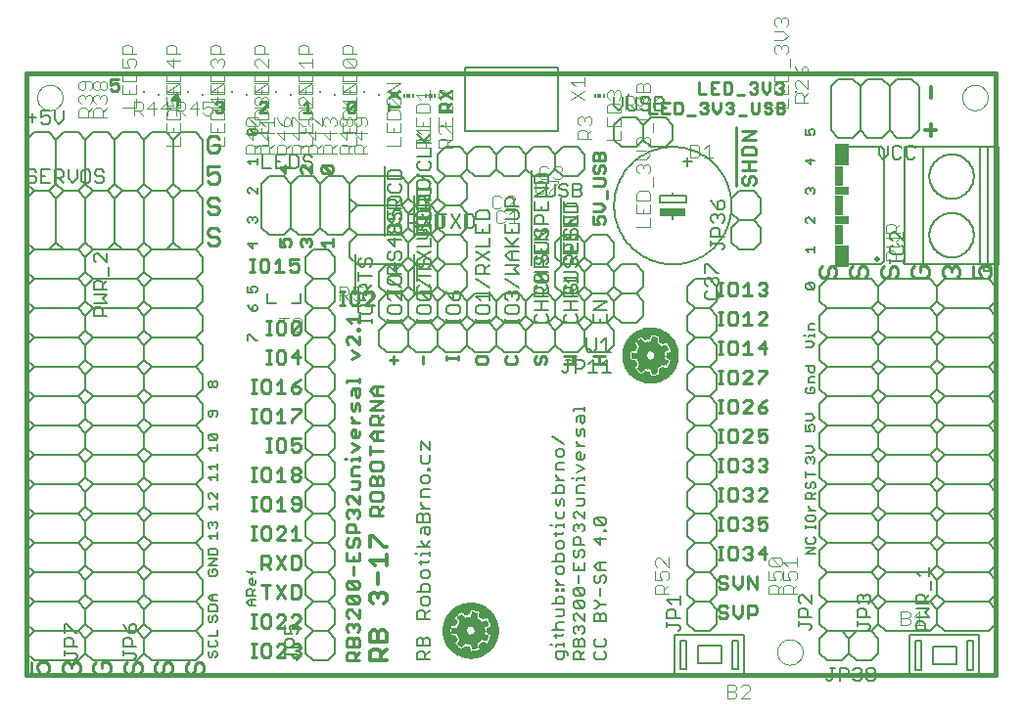
<source format=gto>
G75*
%MOMM*%
%OFA0B0*%
%FSLAX33Y33*%
%IPPOS*%
%LPD*%
%AMOC8*
5,1,8,0,0,1.08239X$1,22.5*
%
%ADD10C,0.406*%
%ADD11C,0.000*%
%ADD12C,0.279*%
%ADD13C,0.356*%
%ADD14C,0.229*%
%ADD15C,0.203*%
%ADD16R,0.010X0.213*%
%ADD17R,0.010X0.498*%
%ADD18R,0.010X0.660*%
%ADD19R,0.010X0.792*%
%ADD20R,0.010X0.904*%
%ADD21R,0.010X1.006*%
%ADD22R,0.010X1.097*%
%ADD23R,0.010X1.189*%
%ADD24R,0.010X1.260*%
%ADD25R,0.010X1.331*%
%ADD26R,0.010X1.402*%
%ADD27R,0.010X1.473*%
%ADD28R,0.010X1.534*%
%ADD29R,0.010X1.585*%
%ADD30R,0.010X1.646*%
%ADD31R,0.010X1.697*%
%ADD32R,0.010X1.758*%
%ADD33R,0.010X1.798*%
%ADD34R,0.010X1.859*%
%ADD35R,0.010X1.900*%
%ADD36R,0.010X1.951*%
%ADD37R,0.010X1.991*%
%ADD38R,0.010X2.042*%
%ADD39R,0.010X2.083*%
%ADD40R,0.010X2.123*%
%ADD41R,0.010X2.164*%
%ADD42R,0.010X2.205*%
%ADD43R,0.010X2.245*%
%ADD44R,0.010X2.286*%
%ADD45R,0.010X2.316*%
%ADD46R,0.010X2.357*%
%ADD47R,0.010X2.388*%
%ADD48R,0.010X2.428*%
%ADD49R,0.010X2.459*%
%ADD50R,0.010X2.489*%
%ADD51R,0.010X2.530*%
%ADD52R,0.010X2.560*%
%ADD53R,0.010X2.591*%
%ADD54R,0.010X2.621*%
%ADD55R,0.010X2.652*%
%ADD56R,0.010X2.682*%
%ADD57R,0.010X2.713*%
%ADD58R,0.010X2.743*%
%ADD59R,0.010X2.774*%
%ADD60R,0.010X2.804*%
%ADD61R,0.010X2.835*%
%ADD62R,0.010X2.855*%
%ADD63R,0.010X2.885*%
%ADD64R,0.010X2.916*%
%ADD65R,0.010X2.936*%
%ADD66R,0.010X2.967*%
%ADD67R,0.010X2.987*%
%ADD68R,0.010X3.018*%
%ADD69R,0.010X3.038*%
%ADD70R,0.010X3.068*%
%ADD71R,0.010X3.089*%
%ADD72R,0.010X3.119*%
%ADD73R,0.010X3.139*%
%ADD74R,0.010X3.160*%
%ADD75R,0.010X3.180*%
%ADD76R,0.010X3.211*%
%ADD77R,0.010X3.231*%
%ADD78R,0.010X3.251*%
%ADD79R,0.010X3.272*%
%ADD80R,0.010X2.042*%
%ADD81R,0.010X1.250*%
%ADD82R,0.010X1.219*%
%ADD83R,0.010X0.782*%
%ADD84R,0.010X1.209*%
%ADD85R,0.010X0.772*%
%ADD86R,0.010X1.168*%
%ADD87R,0.010X0.752*%
%ADD88R,0.010X1.158*%
%ADD89R,0.010X1.138*%
%ADD90R,0.010X0.742*%
%ADD91R,0.010X1.118*%
%ADD92R,0.010X0.732*%
%ADD93R,0.010X1.107*%
%ADD94R,0.010X0.721*%
%ADD95R,0.010X1.097*%
%ADD96R,0.010X1.087*%
%ADD97R,0.010X0.711*%
%ADD98R,0.010X1.067*%
%ADD99R,0.010X0.691*%
%ADD100R,0.010X1.057*%
%ADD101R,0.010X0.681*%
%ADD102R,0.010X1.046*%
%ADD103R,0.010X0.671*%
%ADD104R,0.010X1.036*%
%ADD105R,0.010X1.026*%
%ADD106R,0.010X0.650*%
%ADD107R,0.010X1.026*%
%ADD108R,0.010X1.006*%
%ADD109R,0.010X0.640*%
%ADD110R,0.010X1.016*%
%ADD111R,0.010X0.996*%
%ADD112R,0.010X0.630*%
%ADD113R,0.010X0.986*%
%ADD114R,0.010X0.610*%
%ADD115R,0.010X0.996*%
%ADD116R,0.010X0.975*%
%ADD117R,0.010X0.599*%
%ADD118R,0.010X0.965*%
%ADD119R,0.010X0.589*%
%ADD120R,0.010X0.955*%
%ADD121R,0.010X0.579*%
%ADD122R,0.010X0.569*%
%ADD123R,0.010X0.945*%
%ADD124R,0.010X0.945*%
%ADD125R,0.010X0.549*%
%ADD126R,0.010X0.935*%
%ADD127R,0.010X0.538*%
%ADD128R,0.010X0.914*%
%ADD129R,0.010X0.528*%
%ADD130R,0.010X0.925*%
%ADD131R,0.010X0.914*%
%ADD132R,0.010X0.041*%
%ADD133R,0.010X0.508*%
%ADD134R,0.010X0.030*%
%ADD135R,0.010X0.081*%
%ADD136R,0.010X0.071*%
%ADD137R,0.010X0.112*%
%ADD138R,0.010X0.488*%
%ADD139R,0.010X0.102*%
%ADD140R,0.010X0.894*%
%ADD141R,0.010X0.894*%
%ADD142R,0.010X0.142*%
%ADD143R,0.010X0.467*%
%ADD144R,0.010X0.884*%
%ADD145R,0.010X0.183*%
%ADD146R,0.010X0.457*%
%ADD147R,0.010X0.173*%
%ADD148R,0.010X0.874*%
%ADD149R,0.010X0.203*%
%ADD150R,0.010X0.447*%
%ADD151R,0.010X0.884*%
%ADD152R,0.010X0.874*%
%ADD153R,0.010X0.234*%
%ADD154R,0.010X0.437*%
%ADD155R,0.010X0.864*%
%ADD156R,0.010X0.274*%
%ADD157R,0.010X0.427*%
%ADD158R,0.010X0.264*%
%ADD159R,0.010X0.295*%
%ADD160R,0.010X0.406*%
%ADD161R,0.010X0.284*%
%ADD162R,0.010X0.853*%
%ADD163R,0.010X0.325*%
%ADD164R,0.010X0.396*%
%ADD165R,0.010X0.315*%
%ADD166R,0.010X0.843*%
%ADD167R,0.010X0.345*%
%ADD168R,0.010X0.843*%
%ADD169R,0.010X0.376*%
%ADD170R,0.010X0.366*%
%ADD171R,0.010X0.396*%
%ADD172R,0.010X0.417*%
%ADD173R,0.010X0.853*%
%ADD174R,0.010X0.447*%
%ADD175R,0.010X0.437*%
%ADD176R,0.010X0.864*%
%ADD177R,0.010X0.478*%
%ADD178R,0.010X0.518*%
%ADD179R,0.010X0.528*%
%ADD180R,0.010X0.904*%
%ADD181R,0.010X0.549*%
%ADD182R,0.010X0.538*%
%ADD183R,0.010X0.925*%
%ADD184R,0.010X0.559*%
%ADD185R,0.010X0.955*%
%ADD186R,0.010X0.559*%
%ADD187R,0.010X0.965*%
%ADD188R,0.010X0.569*%
%ADD189R,0.010X0.579*%
%ADD190R,0.010X1.016*%
%ADD191R,0.010X1.026*%
%ADD192R,0.010X0.589*%
%ADD193R,0.010X0.152*%
%ADD194R,0.010X1.057*%
%ADD195R,0.010X0.599*%
%ADD196R,0.010X0.589*%
%ADD197R,0.010X1.666*%
%ADD198R,0.010X1.077*%
%ADD199R,0.010X1.077*%
%ADD200R,0.010X1.646*%
%ADD201R,0.010X1.107*%
%ADD202R,0.010X1.626*%
%ADD203R,0.010X1.128*%
%ADD204R,0.010X1.615*%
%ADD205R,0.010X1.605*%
%ADD206R,0.010X1.148*%
%ADD207R,0.010X1.138*%
%ADD208R,0.010X1.605*%
%ADD209R,0.010X1.148*%
%ADD210R,0.010X1.595*%
%ADD211R,0.010X1.179*%
%ADD212R,0.010X1.179*%
%ADD213R,0.010X1.575*%
%ADD214R,0.010X1.189*%
%ADD215R,0.010X1.565*%
%ADD216R,0.010X1.565*%
%ADD217R,0.010X1.554*%
%ADD218R,0.010X1.544*%
%ADD219R,0.010X1.158*%
%ADD220R,0.010X1.534*%
%ADD221R,0.010X1.524*%
%ADD222R,0.010X1.148*%
%ADD223R,0.010X1.514*%
%ADD224R,0.010X1.128*%
%ADD225R,0.010X1.524*%
%ADD226R,0.010X1.118*%
%ADD227R,0.010X1.687*%
%ADD228R,0.010X1.097*%
%ADD229R,0.010X1.707*%
%ADD230R,0.010X1.727*%
%ADD231R,0.010X1.748*%
%ADD232R,0.010X1.097*%
%ADD233R,0.010X1.778*%
%ADD234R,0.010X1.819*%
%ADD235R,0.010X0.671*%
%ADD236R,0.010X0.366*%
%ADD237R,0.010X1.829*%
%ADD238R,0.010X0.366*%
%ADD239R,0.010X1.849*%
%ADD240R,0.010X0.264*%
%ADD241R,0.010X0.163*%
%ADD242R,0.010X1.869*%
%ADD243R,0.010X0.061*%
%ADD244R,0.010X1.880*%
%ADD245R,0.010X0.660*%
%ADD246R,0.010X1.910*%
%ADD247R,0.010X1.930*%
%ADD248R,0.010X1.941*%
%ADD249R,0.010X0.650*%
%ADD250R,0.010X1.961*%
%ADD251R,0.010X1.971*%
%ADD252R,0.010X1.991*%
%ADD253R,0.010X2.002*%
%ADD254R,0.010X2.012*%
%ADD255R,0.010X2.022*%
%ADD256R,0.010X2.052*%
%ADD257R,0.010X2.062*%
%ADD258R,0.010X2.073*%
%ADD259R,0.010X0.122*%
%ADD260R,0.010X0.640*%
%ADD261R,0.010X0.224*%
%ADD262R,0.010X2.093*%
%ADD263R,0.010X0.132*%
%ADD264R,0.010X2.113*%
%ADD265R,0.010X0.244*%
%ADD266R,0.010X0.335*%
%ADD267R,0.010X0.437*%
%ADD268R,0.010X3.048*%
%ADD269R,0.010X3.058*%
%ADD270R,0.010X0.640*%
%ADD271R,0.010X3.058*%
%ADD272R,0.010X3.078*%
%ADD273R,0.010X3.089*%
%ADD274R,0.010X0.640*%
%ADD275R,0.010X3.099*%
%ADD276R,0.010X3.099*%
%ADD277R,0.010X3.109*%
%ADD278R,0.010X3.129*%
%ADD279R,0.010X0.630*%
%ADD280R,0.010X3.129*%
%ADD281R,0.010X3.150*%
%ADD282R,0.010X3.150*%
%ADD283R,0.010X1.504*%
%ADD284R,0.010X1.463*%
%ADD285R,0.010X1.453*%
%ADD286R,0.010X1.443*%
%ADD287R,0.010X1.433*%
%ADD288R,0.010X1.422*%
%ADD289R,0.010X1.412*%
%ADD290R,0.010X1.402*%
%ADD291R,0.010X1.392*%
%ADD292R,0.010X1.382*%
%ADD293R,0.010X1.361*%
%ADD294R,0.010X1.372*%
%ADD295R,0.010X1.361*%
%ADD296R,0.010X1.351*%
%ADD297R,0.010X1.351*%
%ADD298R,0.010X1.341*%
%ADD299R,0.010X1.331*%
%ADD300R,0.010X1.331*%
%ADD301R,0.010X1.321*%
%ADD302R,0.010X1.311*%
%ADD303R,0.010X1.300*%
%ADD304R,0.010X1.300*%
%ADD305R,0.010X1.290*%
%ADD306R,0.010X0.620*%
%ADD307R,0.010X1.250*%
%ADD308R,0.010X1.280*%
%ADD309R,0.010X1.219*%
%ADD310R,0.010X1.240*%
%ADD311R,0.010X1.209*%
%ADD312R,0.010X1.168*%
%ADD313R,0.010X1.046*%
%ADD314R,0.010X0.986*%
%ADD315R,0.955X0.010*%
%ADD316R,0.010X0.833*%
%ADD317R,0.010X0.732*%
%ADD318R,0.010X0.843*%
%ADD319R,0.010X0.843*%
%ADD320R,0.010X0.742*%
%ADD321R,0.010X0.762*%
%ADD322R,0.843X0.010*%
%ADD323R,0.010X0.803*%
%ADD324R,0.010X0.823*%
%ADD325R,0.010X0.996*%
%ADD326R,0.010X0.874*%
%ADD327R,0.010X0.894*%
%ADD328R,0.010X0.945*%
%ADD329R,0.010X0.975*%
%ADD330R,0.010X2.276*%
%ADD331R,0.010X2.266*%
%ADD332R,0.010X2.256*%
%ADD333R,0.010X1.036*%
%ADD334R,0.010X2.235*%
%ADD335R,0.010X2.225*%
%ADD336R,0.010X2.215*%
%ADD337R,0.010X1.046*%
%ADD338R,0.010X2.195*%
%ADD339R,0.010X2.184*%
%ADD340R,0.010X1.026*%
%ADD341R,0.010X2.195*%
%ADD342R,0.010X2.266*%
%ADD343R,0.010X2.286*%
%ADD344R,0.010X2.306*%
%ADD345R,0.010X2.327*%
%ADD346R,0.010X2.347*%
%ADD347R,0.010X2.367*%
%ADD348R,0.010X2.388*%
%ADD349R,0.010X2.408*%
%ADD350R,0.010X2.449*%
%ADD351R,0.010X2.469*%
%ADD352R,0.010X0.833*%
%ADD353R,0.010X2.489*%
%ADD354R,0.010X0.823*%
%ADD355R,0.010X2.510*%
%ADD356R,0.010X0.813*%
%ADD357R,0.010X2.530*%
%ADD358R,0.010X2.550*%
%ADD359R,0.010X0.782*%
%ADD360R,0.010X2.570*%
%ADD361R,0.010X0.772*%
%ADD362R,0.010X2.591*%
%ADD363R,0.010X0.772*%
%ADD364R,0.010X2.611*%
%ADD365R,0.010X2.631*%
%ADD366R,0.010X2.672*%
%ADD367R,0.010X0.721*%
%ADD368R,0.010X0.701*%
%ADD369R,0.010X2.692*%
%ADD370R,0.010X0.711*%
%ADD371R,0.010X0.691*%
%ADD372R,0.010X2.733*%
%ADD373R,0.010X2.753*%
%ADD374R,0.010X2.774*%
%ADD375R,0.010X0.691*%
%ADD376R,0.010X2.794*%
%ADD377R,0.010X2.804*%
%ADD378R,0.010X0.701*%
%ADD379R,0.010X2.814*%
%ADD380R,0.010X2.794*%
%ADD381R,0.010X2.784*%
%ADD382R,0.010X2.764*%
%ADD383R,0.010X2.713*%
%ADD384R,0.010X2.703*%
%ADD385R,0.010X2.692*%
%ADD386R,0.010X1.453*%
%ADD387R,0.010X0.518*%
%ADD388R,0.010X1.422*%
%ADD389R,0.010X0.721*%
%ADD390R,0.010X0.721*%
%ADD391R,0.010X1.402*%
%ADD392R,0.010X1.372*%
%ADD393R,0.010X0.457*%
%ADD394R,0.010X0.406*%
%ADD395R,0.010X1.280*%
%ADD396R,0.010X0.427*%
%ADD397R,0.010X0.386*%
%ADD398R,0.010X0.356*%
%ADD399R,0.010X0.386*%
%ADD400R,0.010X0.742*%
%ADD401R,0.010X0.325*%
%ADD402R,0.010X0.315*%
%ADD403R,0.010X0.742*%
%ADD404R,0.010X0.284*%
%ADD405R,0.010X0.305*%
%ADD406R,0.010X0.752*%
%ADD407R,0.010X0.284*%
%ADD408R,0.010X0.234*%
%ADD409R,0.010X0.183*%
%ADD410R,0.010X0.213*%
%ADD411R,0.010X0.762*%
%ADD412R,0.010X0.152*%
%ADD413R,0.010X0.183*%
%ADD414R,0.010X0.772*%
%ADD415R,0.010X0.132*%
%ADD416R,0.010X0.081*%
%ADD417R,0.010X0.030*%
%ADD418R,0.010X0.051*%
%ADD419R,0.010X0.030*%
%ADD420R,0.010X0.010*%
%ADD421R,0.010X0.051*%
%ADD422R,0.010X0.792*%
%ADD423R,0.010X0.792*%
%ADD424R,0.010X0.112*%
%ADD425R,0.010X0.183*%
%ADD426R,0.010X0.538*%
%ADD427R,0.010X0.254*%
%ADD428R,0.010X0.813*%
%ADD429R,0.010X0.295*%
%ADD430R,0.010X0.498*%
%ADD431R,0.010X0.589*%
%ADD432R,0.010X0.620*%
%ADD433R,0.010X0.508*%
%ADD434R,0.010X0.610*%
%ADD435R,0.010X1.534*%
%ADD436R,0.010X1.514*%
%ADD437R,0.010X1.534*%
%ADD438R,0.010X1.494*%
%ADD439R,0.010X1.504*%
%ADD440R,0.010X1.494*%
%ADD441R,0.010X0.488*%
%ADD442R,0.010X1.483*%
%ADD443R,0.010X1.483*%
%ADD444R,0.010X0.467*%
%ADD445R,0.010X1.463*%
%ADD446R,0.010X1.443*%
%ADD447R,0.010X1.453*%
%ADD448R,0.010X1.433*%
%ADD449R,0.010X1.433*%
%ADD450R,0.010X1.382*%
%ADD451R,0.010X1.392*%
%ADD452R,0.010X1.341*%
%ADD453R,0.010X1.351*%
%ADD454R,0.010X1.300*%
%ADD455R,0.010X1.300*%
%ADD456R,0.010X1.554*%
%ADD457R,0.010X1.544*%
%ADD458R,0.010X3.282*%
%ADD459R,0.010X3.261*%
%ADD460R,0.010X3.211*%
%ADD461R,0.010X3.190*%
%ADD462R,0.010X3.068*%
%ADD463R,0.010X2.997*%
%ADD464R,0.010X2.967*%
%ADD465R,0.010X2.936*%
%ADD466R,0.010X2.865*%
%ADD467R,0.010X2.835*%
%ADD468R,0.010X2.804*%
%ADD469R,0.010X2.662*%
%ADD470R,0.010X2.570*%
%ADD471R,0.010X2.499*%
%ADD472R,0.010X2.469*%
%ADD473R,0.010X2.398*%
%ADD474R,0.010X2.357*%
%ADD475R,0.010X2.327*%
%ADD476R,0.010X2.164*%
%ADD477R,0.010X2.123*%
%ADD478R,0.010X1.656*%
%ADD479R,0.010X1.270*%
%ADD480R,0.010X1.199*%
%ADD481C,0.102*%
%ADD482C,0.152*%
%ADD483C,0.127*%
%ADD484R,0.150X0.300*%
%ADD485R,0.300X0.300*%
%ADD486R,0.250X0.250*%
%ADD487C,0.178*%
%ADD488C,0.508*%
%ADD489R,1.270X1.905*%
%ADD490R,0.762X1.778*%
%ADD491R,1.270X0.762*%
%ADD492R,2.286X0.635*%
D10*
X00000Y00000D02*
X00000Y52060D01*
X83820Y52070D01*
X83820Y00000D01*
X00000Y00000D01*
D11*
X00900Y50000D02*
X00902Y50066D01*
X00908Y50131D01*
X00918Y50196D01*
X00931Y50261D01*
X00949Y50324D01*
X00970Y50387D01*
X00995Y50447D01*
X01024Y50507D01*
X01056Y50564D01*
X01091Y50620D01*
X01130Y50673D01*
X01172Y50724D01*
X01216Y50772D01*
X01264Y50817D01*
X01314Y50860D01*
X01367Y50899D01*
X01422Y50936D01*
X01479Y50969D01*
X01538Y50998D01*
X01598Y51024D01*
X01660Y51046D01*
X01723Y51065D01*
X01787Y51079D01*
X01852Y51090D01*
X01918Y51097D01*
X01984Y51100D01*
X02049Y51099D01*
X02115Y51094D01*
X02180Y51085D01*
X02245Y51072D01*
X02308Y51056D01*
X02371Y51036D01*
X02432Y51011D01*
X02492Y50984D01*
X02550Y50953D01*
X02606Y50918D01*
X02660Y50880D01*
X02711Y50839D01*
X02760Y50795D01*
X02806Y50748D01*
X02850Y50699D01*
X02890Y50647D01*
X02927Y50592D01*
X02961Y50536D01*
X02991Y50477D01*
X03018Y50417D01*
X03041Y50356D01*
X03060Y50293D01*
X03076Y50229D01*
X03088Y50164D01*
X03096Y50099D01*
X03100Y50033D01*
X03100Y49967D01*
X03096Y49901D01*
X03088Y49836D01*
X03076Y49771D01*
X03060Y49707D01*
X03041Y49644D01*
X03018Y49583D01*
X02991Y49523D01*
X02961Y49464D01*
X02927Y49408D01*
X02890Y49353D01*
X02850Y49301D01*
X02806Y49252D01*
X02760Y49205D01*
X02711Y49161D01*
X02660Y49120D01*
X02606Y49082D01*
X02550Y49047D01*
X02492Y49016D01*
X02432Y48989D01*
X02371Y48964D01*
X02308Y48944D01*
X02245Y48928D01*
X02180Y48915D01*
X02115Y48906D01*
X02049Y48901D01*
X01984Y48900D01*
X01918Y48903D01*
X01852Y48910D01*
X01787Y48921D01*
X01723Y48935D01*
X01660Y48954D01*
X01598Y48976D01*
X01538Y49002D01*
X01479Y49031D01*
X01422Y49064D01*
X01367Y49101D01*
X01314Y49140D01*
X01264Y49183D01*
X01216Y49228D01*
X01172Y49276D01*
X01130Y49327D01*
X01091Y49380D01*
X01056Y49436D01*
X01024Y49493D01*
X00995Y49553D01*
X00970Y49613D01*
X00949Y49676D01*
X00931Y49739D01*
X00918Y49804D01*
X00908Y49869D01*
X00902Y49934D01*
X00900Y50000D01*
X64900Y02000D02*
X64902Y02066D01*
X64908Y02131D01*
X64918Y02196D01*
X64931Y02261D01*
X64949Y02324D01*
X64970Y02387D01*
X64995Y02447D01*
X65024Y02507D01*
X65056Y02564D01*
X65091Y02620D01*
X65130Y02673D01*
X65172Y02724D01*
X65216Y02772D01*
X65264Y02817D01*
X65314Y02860D01*
X65367Y02899D01*
X65422Y02936D01*
X65479Y02969D01*
X65538Y02998D01*
X65598Y03024D01*
X65660Y03046D01*
X65723Y03065D01*
X65787Y03079D01*
X65852Y03090D01*
X65918Y03097D01*
X65984Y03100D01*
X66049Y03099D01*
X66115Y03094D01*
X66180Y03085D01*
X66245Y03072D01*
X66308Y03056D01*
X66371Y03036D01*
X66432Y03011D01*
X66492Y02984D01*
X66550Y02953D01*
X66606Y02918D01*
X66660Y02880D01*
X66711Y02839D01*
X66760Y02795D01*
X66806Y02748D01*
X66850Y02699D01*
X66890Y02647D01*
X66927Y02592D01*
X66961Y02536D01*
X66991Y02477D01*
X67018Y02417D01*
X67041Y02356D01*
X67060Y02293D01*
X67076Y02229D01*
X67088Y02164D01*
X67096Y02099D01*
X67100Y02033D01*
X67100Y01967D01*
X67096Y01901D01*
X67088Y01836D01*
X67076Y01771D01*
X67060Y01707D01*
X67041Y01644D01*
X67018Y01583D01*
X66991Y01523D01*
X66961Y01464D01*
X66927Y01408D01*
X66890Y01353D01*
X66850Y01301D01*
X66806Y01252D01*
X66760Y01205D01*
X66711Y01161D01*
X66660Y01120D01*
X66606Y01082D01*
X66550Y01047D01*
X66492Y01016D01*
X66432Y00989D01*
X66371Y00964D01*
X66308Y00944D01*
X66245Y00928D01*
X66180Y00915D01*
X66115Y00906D01*
X66049Y00901D01*
X65984Y00900D01*
X65918Y00903D01*
X65852Y00910D01*
X65787Y00921D01*
X65723Y00935D01*
X65660Y00954D01*
X65598Y00976D01*
X65538Y01002D01*
X65479Y01031D01*
X65422Y01064D01*
X65367Y01101D01*
X65314Y01140D01*
X65264Y01183D01*
X65216Y01228D01*
X65172Y01276D01*
X65130Y01327D01*
X65091Y01380D01*
X65056Y01436D01*
X65024Y01493D01*
X64995Y01553D01*
X64970Y01613D01*
X64949Y01676D01*
X64931Y01739D01*
X64918Y01804D01*
X64908Y01869D01*
X64902Y01934D01*
X64900Y02000D01*
X80900Y50000D02*
X80902Y50066D01*
X80908Y50131D01*
X80918Y50196D01*
X80931Y50261D01*
X80949Y50324D01*
X80970Y50387D01*
X80995Y50447D01*
X81024Y50507D01*
X81056Y50564D01*
X81091Y50620D01*
X81130Y50673D01*
X81172Y50724D01*
X81216Y50772D01*
X81264Y50817D01*
X81314Y50860D01*
X81367Y50899D01*
X81422Y50936D01*
X81479Y50969D01*
X81538Y50998D01*
X81598Y51024D01*
X81660Y51046D01*
X81723Y51065D01*
X81787Y51079D01*
X81852Y51090D01*
X81918Y51097D01*
X81984Y51100D01*
X82049Y51099D01*
X82115Y51094D01*
X82180Y51085D01*
X82245Y51072D01*
X82308Y51056D01*
X82371Y51036D01*
X82432Y51011D01*
X82492Y50984D01*
X82550Y50953D01*
X82606Y50918D01*
X82660Y50880D01*
X82711Y50839D01*
X82760Y50795D01*
X82806Y50748D01*
X82850Y50699D01*
X82890Y50647D01*
X82927Y50592D01*
X82961Y50536D01*
X82991Y50477D01*
X83018Y50417D01*
X83041Y50356D01*
X83060Y50293D01*
X83076Y50229D01*
X83088Y50164D01*
X83096Y50099D01*
X83100Y50033D01*
X83100Y49967D01*
X83096Y49901D01*
X83088Y49836D01*
X83076Y49771D01*
X83060Y49707D01*
X83041Y49644D01*
X83018Y49583D01*
X82991Y49523D01*
X82961Y49464D01*
X82927Y49408D01*
X82890Y49353D01*
X82850Y49301D01*
X82806Y49252D01*
X82760Y49205D01*
X82711Y49161D01*
X82660Y49120D01*
X82606Y49082D01*
X82550Y49047D01*
X82492Y49016D01*
X82432Y48989D01*
X82371Y48964D01*
X82308Y48944D01*
X82245Y48928D01*
X82180Y48915D01*
X82115Y48906D01*
X82049Y48901D01*
X81984Y48900D01*
X81918Y48903D01*
X81852Y48910D01*
X81787Y48921D01*
X81723Y48935D01*
X81660Y48954D01*
X81598Y48976D01*
X81538Y49002D01*
X81479Y49031D01*
X81422Y49064D01*
X81367Y49101D01*
X81314Y49140D01*
X81264Y49183D01*
X81216Y49228D01*
X81172Y49276D01*
X81130Y49327D01*
X81091Y49380D01*
X81056Y49436D01*
X81024Y49493D01*
X80995Y49553D01*
X80970Y49613D01*
X80949Y49676D01*
X80931Y49739D01*
X80918Y49804D01*
X80908Y49869D01*
X80902Y49934D01*
X80900Y50000D01*
D12*
X80446Y35430D02*
X80696Y35180D01*
X80696Y34680D01*
X80446Y34430D01*
X79946Y34930D02*
X79946Y35180D01*
X80196Y35430D01*
X80446Y35430D01*
X79946Y35180D02*
X79696Y35430D01*
X79446Y35430D01*
X79196Y35180D01*
X79196Y34680D01*
X79446Y34430D01*
X78029Y34680D02*
X78029Y35180D01*
X77779Y35430D01*
X77279Y35430D01*
X77279Y34930D01*
X76779Y35430D02*
X76529Y35180D01*
X76529Y34680D01*
X76779Y34430D01*
X77779Y34430D01*
X78029Y34680D01*
X75362Y34680D02*
X75112Y34430D01*
X75362Y34680D02*
X75362Y35180D01*
X75112Y35430D01*
X74862Y35430D01*
X74612Y35180D01*
X74612Y34680D01*
X74362Y34430D01*
X74112Y34430D01*
X73862Y34680D01*
X73862Y35180D01*
X74112Y35430D01*
X72695Y35180D02*
X72695Y34680D01*
X72445Y34430D01*
X71945Y34680D02*
X71945Y35180D01*
X72195Y35430D01*
X72445Y35430D01*
X72695Y35180D01*
X71945Y34680D02*
X71695Y34430D01*
X71445Y34430D01*
X71195Y34680D01*
X71195Y35180D01*
X71445Y35430D01*
X70028Y35180D02*
X70028Y34680D01*
X69778Y34430D01*
X69278Y34680D02*
X69028Y34430D01*
X68778Y34430D01*
X68528Y34680D01*
X68528Y35180D01*
X68778Y35430D01*
X69278Y35180D02*
X69528Y35430D01*
X69778Y35430D01*
X70028Y35180D01*
X69278Y35180D02*
X69278Y34680D01*
X64015Y33777D02*
X64015Y33590D01*
X63828Y33403D01*
X64015Y33216D01*
X64015Y33029D01*
X63828Y32842D01*
X63454Y32842D01*
X63267Y33029D01*
X63641Y33403D02*
X63828Y33403D01*
X64015Y33777D02*
X63828Y33964D01*
X63454Y33964D01*
X63267Y33777D01*
X62352Y33964D02*
X62352Y32842D01*
X61978Y32842D02*
X62726Y32842D01*
X61978Y33590D02*
X62352Y33964D01*
X61437Y33777D02*
X61437Y33029D01*
X61250Y32842D01*
X60876Y32842D01*
X60689Y33029D01*
X60689Y33777D01*
X60876Y33964D01*
X61250Y33964D01*
X61437Y33777D01*
X60204Y33964D02*
X59830Y33964D01*
X60017Y33964D02*
X60017Y32842D01*
X59830Y32842D02*
X60204Y32842D01*
X60204Y31424D02*
X59830Y31424D01*
X60017Y31424D02*
X60017Y30302D01*
X59830Y30302D02*
X60204Y30302D01*
X60689Y30489D02*
X60876Y30302D01*
X61250Y30302D01*
X61437Y30489D01*
X61437Y31237D01*
X61250Y31424D01*
X60876Y31424D01*
X60689Y31237D01*
X60689Y30489D01*
X61978Y30302D02*
X62726Y30302D01*
X62352Y30302D02*
X62352Y31424D01*
X61978Y31050D01*
X63267Y31237D02*
X63454Y31424D01*
X63828Y31424D01*
X64015Y31237D01*
X64015Y31050D01*
X63267Y30302D01*
X64015Y30302D01*
X63828Y28884D02*
X63267Y28323D01*
X64015Y28323D01*
X63828Y27762D02*
X63828Y28884D01*
X62726Y27762D02*
X61978Y27762D01*
X62352Y27762D02*
X62352Y28884D01*
X61978Y28510D01*
X61437Y28697D02*
X61437Y27949D01*
X61250Y27762D01*
X60876Y27762D01*
X60689Y27949D01*
X60689Y28697D01*
X60876Y28884D01*
X61250Y28884D01*
X61437Y28697D01*
X60204Y28884D02*
X59830Y28884D01*
X60017Y28884D02*
X60017Y27762D01*
X59830Y27762D02*
X60204Y27762D01*
X60204Y26344D02*
X59830Y26344D01*
X60017Y26344D02*
X60017Y25222D01*
X59830Y25222D02*
X60204Y25222D01*
X60689Y25409D02*
X60876Y25222D01*
X61250Y25222D01*
X61437Y25409D01*
X61437Y26157D01*
X61250Y26344D01*
X60876Y26344D01*
X60689Y26157D01*
X60689Y25409D01*
X61978Y25222D02*
X62726Y25970D01*
X62726Y26157D01*
X62539Y26344D01*
X62165Y26344D01*
X61978Y26157D01*
X61978Y25222D02*
X62726Y25222D01*
X63267Y25222D02*
X63267Y25409D01*
X64015Y26157D01*
X64015Y26344D01*
X63267Y26344D01*
X62539Y23804D02*
X62165Y23804D01*
X61978Y23617D01*
X61437Y23617D02*
X61437Y22869D01*
X61250Y22682D01*
X60876Y22682D01*
X60689Y22869D01*
X60689Y23617D01*
X60876Y23804D01*
X61250Y23804D01*
X61437Y23617D01*
X61978Y22682D02*
X62726Y23430D01*
X62726Y23617D01*
X62539Y23804D01*
X63267Y23243D02*
X63267Y22869D01*
X63454Y22682D01*
X63828Y22682D01*
X64015Y22869D01*
X64015Y23056D01*
X63828Y23243D01*
X63267Y23243D01*
X63641Y23617D01*
X64015Y23804D01*
X62726Y22682D02*
X61978Y22682D01*
X62165Y21264D02*
X61978Y21077D01*
X62165Y21264D02*
X62539Y21264D01*
X62726Y21077D01*
X62726Y20890D01*
X61978Y20142D01*
X62726Y20142D01*
X63267Y20329D02*
X63454Y20142D01*
X63828Y20142D01*
X64015Y20329D01*
X64015Y20703D01*
X63828Y20890D01*
X63641Y20890D01*
X63267Y20703D01*
X63267Y21264D01*
X64015Y21264D01*
X63828Y18724D02*
X63454Y18724D01*
X63267Y18537D01*
X63641Y18163D02*
X63828Y18163D01*
X64015Y17976D01*
X64015Y17789D01*
X63828Y17602D01*
X63454Y17602D01*
X63267Y17789D01*
X62726Y17789D02*
X62539Y17602D01*
X62165Y17602D01*
X61978Y17789D01*
X62352Y18163D02*
X62539Y18163D01*
X62726Y17976D01*
X62726Y17789D01*
X62539Y18163D02*
X62726Y18350D01*
X62726Y18537D01*
X62539Y18724D01*
X62165Y18724D01*
X61978Y18537D01*
X61437Y18537D02*
X61437Y17789D01*
X61250Y17602D01*
X60876Y17602D01*
X60689Y17789D01*
X60689Y18537D01*
X60876Y18724D01*
X61250Y18724D01*
X61437Y18537D01*
X60204Y18724D02*
X59830Y18724D01*
X60017Y18724D02*
X60017Y17602D01*
X59830Y17602D02*
X60204Y17602D01*
X60204Y16184D02*
X59830Y16184D01*
X60017Y16184D02*
X60017Y15062D01*
X59830Y15062D02*
X60204Y15062D01*
X60689Y15249D02*
X60876Y15062D01*
X61250Y15062D01*
X61437Y15249D01*
X61437Y15997D01*
X61250Y16184D01*
X60876Y16184D01*
X60689Y15997D01*
X60689Y15249D01*
X61978Y15249D02*
X62165Y15062D01*
X62539Y15062D01*
X62726Y15249D01*
X62726Y15436D01*
X62539Y15623D01*
X62352Y15623D01*
X62539Y15623D02*
X62726Y15810D01*
X62726Y15997D01*
X62539Y16184D01*
X62165Y16184D01*
X61978Y15997D01*
X63267Y15997D02*
X63454Y16184D01*
X63828Y16184D01*
X64015Y15997D01*
X64015Y15810D01*
X63267Y15062D01*
X64015Y15062D01*
X64015Y13644D02*
X63267Y13644D01*
X63267Y13083D01*
X63641Y13270D01*
X63828Y13270D01*
X64015Y13083D01*
X64015Y12709D01*
X63828Y12522D01*
X63454Y12522D01*
X63267Y12709D01*
X62726Y12709D02*
X62539Y12522D01*
X62165Y12522D01*
X61978Y12709D01*
X62352Y13083D02*
X62539Y13083D01*
X62726Y12896D01*
X62726Y12709D01*
X62539Y13083D02*
X62726Y13270D01*
X62726Y13457D01*
X62539Y13644D01*
X62165Y13644D01*
X61978Y13457D01*
X61437Y13457D02*
X61437Y12709D01*
X61250Y12522D01*
X60876Y12522D01*
X60689Y12709D01*
X60689Y13457D01*
X60876Y13644D01*
X61250Y13644D01*
X61437Y13457D01*
X60204Y13644D02*
X59830Y13644D01*
X60017Y13644D02*
X60017Y12522D01*
X59830Y12522D02*
X60204Y12522D01*
X60204Y11104D02*
X59830Y11104D01*
X60017Y11104D02*
X60017Y09982D01*
X59830Y09982D02*
X60204Y09982D01*
X60689Y10169D02*
X60876Y09982D01*
X61250Y09982D01*
X61437Y10169D01*
X61437Y10917D01*
X61250Y11104D01*
X60876Y11104D01*
X60689Y10917D01*
X60689Y10169D01*
X61978Y10169D02*
X62165Y09982D01*
X62539Y09982D01*
X62726Y10169D01*
X62726Y10356D01*
X62539Y10543D01*
X62352Y10543D01*
X62539Y10543D02*
X62726Y10730D01*
X62726Y10917D01*
X62539Y11104D01*
X62165Y11104D01*
X61978Y10917D01*
X63267Y10543D02*
X64015Y10543D01*
X63828Y09982D02*
X63828Y11104D01*
X63267Y10543D01*
X63156Y08564D02*
X63156Y07442D01*
X62408Y08564D01*
X62408Y07442D01*
X61867Y07816D02*
X61867Y08564D01*
X61867Y07816D02*
X61493Y07442D01*
X61119Y07816D01*
X61119Y08564D01*
X60577Y08377D02*
X60390Y08564D01*
X60017Y08564D01*
X59830Y08377D01*
X59830Y08190D01*
X60017Y08003D01*
X60390Y08003D01*
X60577Y07816D01*
X60577Y07629D01*
X60390Y07442D01*
X60017Y07442D01*
X59830Y07629D01*
X60017Y06024D02*
X59830Y05837D01*
X59830Y05650D01*
X60017Y05463D01*
X60390Y05463D01*
X60577Y05276D01*
X60577Y05089D01*
X60390Y04902D01*
X60017Y04902D01*
X59830Y05089D01*
X60017Y06024D02*
X60390Y06024D01*
X60577Y05837D01*
X61119Y06024D02*
X61119Y05276D01*
X61493Y04902D01*
X61867Y05276D01*
X61867Y06024D01*
X62408Y06024D02*
X62969Y06024D01*
X63156Y05837D01*
X63156Y05463D01*
X62969Y05276D01*
X62408Y05276D01*
X62408Y04902D02*
X62408Y06024D01*
X63828Y18163D02*
X64015Y18350D01*
X64015Y18537D01*
X63828Y18724D01*
X61437Y20329D02*
X61250Y20142D01*
X60876Y20142D01*
X60689Y20329D01*
X60689Y21077D01*
X60876Y21264D01*
X61250Y21264D01*
X61437Y21077D01*
X61437Y20329D01*
X60204Y20142D02*
X59830Y20142D01*
X60017Y20142D02*
X60017Y21264D01*
X59830Y21264D02*
X60204Y21264D01*
X60204Y22682D02*
X59830Y22682D01*
X60017Y22682D02*
X60017Y23804D01*
X59830Y23804D02*
X60204Y23804D01*
X61335Y42310D02*
X61335Y47466D01*
X61892Y47065D02*
X63014Y47065D01*
X61892Y46317D01*
X63014Y46317D01*
X62827Y45775D02*
X62079Y45775D01*
X61892Y45589D01*
X61892Y45028D01*
X63014Y45028D01*
X63014Y45589D01*
X62827Y45775D01*
X63014Y44486D02*
X61892Y44486D01*
X62453Y44486D02*
X62453Y43739D01*
X63014Y43739D02*
X61892Y43739D01*
X62079Y43197D02*
X61892Y43010D01*
X61892Y42636D01*
X62079Y42450D01*
X62266Y42450D01*
X62453Y42636D01*
X62453Y43010D01*
X62640Y43197D01*
X62827Y43197D01*
X63014Y43010D01*
X63014Y42636D01*
X62827Y42450D01*
X81863Y35430D02*
X81863Y34430D01*
X82613Y34430D01*
X82363Y34930D01*
X82363Y35180D01*
X82613Y35430D01*
X83113Y35430D01*
X83363Y35180D01*
X83363Y34680D01*
X83113Y34430D01*
X30817Y25033D02*
X30054Y25033D01*
X29673Y24651D01*
X30054Y24270D01*
X30817Y24270D01*
X30817Y23723D02*
X29673Y23723D01*
X29673Y22960D02*
X30817Y23723D01*
X30817Y22960D02*
X29673Y22960D01*
X29863Y22413D02*
X30245Y22413D01*
X30435Y22223D01*
X30435Y21651D01*
X30435Y22032D02*
X30817Y22413D01*
X30817Y21651D02*
X29673Y21651D01*
X29673Y22223D01*
X29863Y22413D01*
X28753Y22853D02*
X28753Y23384D01*
X28576Y23561D01*
X28399Y23384D01*
X28399Y23030D01*
X28222Y22853D01*
X28045Y23030D01*
X28045Y23561D01*
X28045Y24264D02*
X28045Y24618D01*
X28222Y24795D01*
X28753Y24795D01*
X28753Y24264D01*
X28576Y24087D01*
X28399Y24264D01*
X28399Y24795D01*
X28753Y25321D02*
X28753Y25675D01*
X28753Y25498D02*
X27691Y25498D01*
X27691Y25321D01*
X28045Y27378D02*
X28753Y27731D01*
X28045Y28085D01*
X27868Y28611D02*
X27691Y28788D01*
X27691Y29142D01*
X27868Y29319D01*
X28045Y29319D01*
X28753Y28611D01*
X28753Y29319D01*
X28753Y29845D02*
X28753Y30022D01*
X28576Y30022D01*
X28576Y29845D01*
X28753Y29845D01*
X28753Y30462D02*
X28753Y31170D01*
X28753Y30816D02*
X27691Y30816D01*
X28045Y30462D01*
X28153Y32057D02*
X27966Y32244D01*
X27966Y32992D01*
X28153Y33179D01*
X28527Y33179D01*
X28714Y32992D01*
X28714Y32244D01*
X28527Y32057D01*
X28153Y32057D01*
X27481Y32057D02*
X27107Y32057D01*
X27294Y32057D02*
X27294Y33179D01*
X27107Y33179D02*
X27481Y33179D01*
X29256Y32992D02*
X29443Y33179D01*
X29816Y33179D01*
X30003Y32992D01*
X30003Y32805D01*
X29256Y32057D01*
X30003Y32057D01*
X23653Y30452D02*
X22906Y29704D01*
X23093Y29517D01*
X23466Y29517D01*
X23653Y29704D01*
X23653Y30452D01*
X23466Y30639D01*
X23093Y30639D01*
X22906Y30452D01*
X22906Y29704D01*
X22364Y29704D02*
X22364Y30452D01*
X22177Y30639D01*
X21803Y30639D01*
X21616Y30452D01*
X21616Y29704D01*
X21803Y29517D01*
X22177Y29517D01*
X22364Y29704D01*
X21131Y29517D02*
X20757Y29517D01*
X20944Y29517D02*
X20944Y30639D01*
X20757Y30639D02*
X21131Y30639D01*
X21131Y28099D02*
X20757Y28099D01*
X20944Y28099D02*
X20944Y26977D01*
X20757Y26977D02*
X21131Y26977D01*
X21616Y27164D02*
X21803Y26977D01*
X22177Y26977D01*
X22364Y27164D01*
X22364Y27912D01*
X22177Y28099D01*
X21803Y28099D01*
X21616Y27912D01*
X21616Y27164D01*
X21990Y25559D02*
X21990Y24437D01*
X21616Y24437D02*
X22364Y24437D01*
X22906Y24624D02*
X23093Y24437D01*
X23466Y24437D01*
X23653Y24624D01*
X23653Y24811D01*
X23466Y24998D01*
X22906Y24998D01*
X22906Y24624D01*
X22906Y24998D02*
X23279Y25372D01*
X23653Y25559D01*
X23466Y26977D02*
X23466Y28099D01*
X22906Y27538D01*
X23653Y27538D01*
X21990Y25559D02*
X21616Y25185D01*
X21075Y25372D02*
X21075Y24624D01*
X20888Y24437D01*
X20514Y24437D01*
X20327Y24624D01*
X20327Y25372D01*
X20514Y25559D01*
X20888Y25559D01*
X21075Y25372D01*
X19842Y25559D02*
X19468Y25559D01*
X19655Y25559D02*
X19655Y24437D01*
X19468Y24437D02*
X19842Y24437D01*
X19842Y23019D02*
X19468Y23019D01*
X19655Y23019D02*
X19655Y21897D01*
X19468Y21897D02*
X19842Y21897D01*
X20327Y22084D02*
X20514Y21897D01*
X20888Y21897D01*
X21075Y22084D01*
X21075Y22832D01*
X20888Y23019D01*
X20514Y23019D01*
X20327Y22832D01*
X20327Y22084D01*
X21616Y21897D02*
X22364Y21897D01*
X21990Y21897D02*
X21990Y23019D01*
X21616Y22645D01*
X22906Y23019D02*
X23653Y23019D01*
X23653Y22832D01*
X22906Y22084D01*
X22906Y21897D01*
X22906Y20479D02*
X22906Y19918D01*
X23279Y20105D01*
X23466Y20105D01*
X23653Y19918D01*
X23653Y19544D01*
X23466Y19357D01*
X23093Y19357D01*
X22906Y19544D01*
X22364Y19544D02*
X22364Y20292D01*
X22177Y20479D01*
X21803Y20479D01*
X21616Y20292D01*
X21616Y19544D01*
X21803Y19357D01*
X22177Y19357D01*
X22364Y19544D01*
X22906Y20479D02*
X23653Y20479D01*
X21131Y20479D02*
X20757Y20479D01*
X20944Y20479D02*
X20944Y19357D01*
X20757Y19357D02*
X21131Y19357D01*
X20888Y17939D02*
X20514Y17939D01*
X20327Y17752D01*
X20327Y17004D01*
X20514Y16817D01*
X20888Y16817D01*
X21075Y17004D01*
X21075Y17752D01*
X20888Y17939D01*
X21616Y17565D02*
X21990Y17939D01*
X21990Y16817D01*
X21616Y16817D02*
X22364Y16817D01*
X22906Y17004D02*
X22906Y17191D01*
X23093Y17378D01*
X23466Y17378D01*
X23653Y17191D01*
X23653Y17004D01*
X23466Y16817D01*
X23093Y16817D01*
X22906Y17004D01*
X23093Y17378D02*
X22906Y17565D01*
X22906Y17752D01*
X23093Y17939D01*
X23466Y17939D01*
X23653Y17752D01*
X23653Y17565D01*
X23466Y17378D01*
X23466Y15399D02*
X23093Y15399D01*
X22906Y15212D01*
X22906Y15025D01*
X23093Y14838D01*
X23653Y14838D01*
X23653Y14464D02*
X23653Y15212D01*
X23466Y15399D01*
X23653Y14464D02*
X23466Y14277D01*
X23093Y14277D01*
X22906Y14464D01*
X22364Y14277D02*
X21616Y14277D01*
X21990Y14277D02*
X21990Y15399D01*
X21616Y15025D01*
X21075Y15212D02*
X21075Y14464D01*
X20888Y14277D01*
X20514Y14277D01*
X20327Y14464D01*
X20327Y15212D01*
X20514Y15399D01*
X20888Y15399D01*
X21075Y15212D01*
X19842Y15399D02*
X19468Y15399D01*
X19655Y15399D02*
X19655Y14277D01*
X19468Y14277D02*
X19842Y14277D01*
X19842Y12859D02*
X19468Y12859D01*
X19655Y12859D02*
X19655Y11737D01*
X19468Y11737D02*
X19842Y11737D01*
X20327Y11924D02*
X20514Y11737D01*
X20888Y11737D01*
X21075Y11924D01*
X21075Y12672D01*
X20888Y12859D01*
X20514Y12859D01*
X20327Y12672D01*
X20327Y11924D01*
X21616Y11737D02*
X22364Y12485D01*
X22364Y12672D01*
X22177Y12859D01*
X21803Y12859D01*
X21616Y12672D01*
X21616Y11737D02*
X22364Y11737D01*
X22906Y11737D02*
X23653Y11737D01*
X23279Y11737D02*
X23279Y12859D01*
X22906Y12485D01*
X22906Y10319D02*
X23466Y10319D01*
X23653Y10132D01*
X23653Y09384D01*
X23466Y09197D01*
X22906Y09197D01*
X22906Y10319D01*
X22364Y10319D02*
X21616Y09197D01*
X21075Y09197D02*
X20701Y09571D01*
X20888Y09571D02*
X20327Y09571D01*
X20327Y09197D02*
X20327Y10319D01*
X20888Y10319D01*
X21075Y10132D01*
X21075Y09758D01*
X20888Y09571D01*
X21616Y10319D02*
X22364Y09197D01*
X22364Y07779D02*
X21616Y06657D01*
X22364Y06657D02*
X21616Y07779D01*
X21075Y07779D02*
X20327Y07779D01*
X20701Y07779D02*
X20701Y06657D01*
X20514Y05239D02*
X20327Y05052D01*
X20327Y04304D01*
X20514Y04117D01*
X20888Y04117D01*
X21075Y04304D01*
X21075Y05052D01*
X20888Y05239D01*
X20514Y05239D01*
X19842Y05239D02*
X19468Y05239D01*
X19655Y05239D02*
X19655Y04117D01*
X19468Y04117D02*
X19842Y04117D01*
X21616Y04117D02*
X22364Y04865D01*
X22364Y05052D01*
X22177Y05239D01*
X21803Y05239D01*
X21616Y05052D01*
X21616Y04117D02*
X22364Y04117D01*
X22906Y04117D02*
X23653Y04865D01*
X23653Y05052D01*
X23466Y05239D01*
X23093Y05239D01*
X22906Y05052D01*
X22906Y04117D02*
X23653Y04117D01*
X23466Y02699D02*
X23653Y02512D01*
X23653Y02325D01*
X23466Y02138D01*
X23653Y01951D01*
X23653Y01764D01*
X23466Y01577D01*
X23093Y01577D01*
X22906Y01764D01*
X23279Y02138D02*
X23466Y02138D01*
X23466Y02699D02*
X23093Y02699D01*
X22906Y02512D01*
X22364Y02512D02*
X22177Y02699D01*
X21803Y02699D01*
X21616Y02512D01*
X21075Y02512D02*
X20888Y02699D01*
X20514Y02699D01*
X20327Y02512D01*
X20327Y01764D01*
X20514Y01577D01*
X20888Y01577D01*
X21075Y01764D01*
X21075Y02512D01*
X21616Y01577D02*
X22364Y02325D01*
X22364Y02512D01*
X22364Y01577D02*
X21616Y01577D01*
X19842Y01577D02*
X19468Y01577D01*
X19655Y01577D02*
X19655Y02699D01*
X19468Y02699D02*
X19842Y02699D01*
X15259Y00890D02*
X15259Y00390D01*
X15009Y00140D01*
X14509Y00390D02*
X14509Y00890D01*
X14759Y01140D01*
X15009Y01140D01*
X15259Y00890D01*
X14509Y00390D02*
X14259Y00140D01*
X14009Y00140D01*
X13759Y00390D01*
X13759Y00890D01*
X14009Y01140D01*
X12592Y00890D02*
X12592Y00390D01*
X12342Y00140D01*
X11842Y00390D02*
X11842Y00890D01*
X12092Y01140D01*
X12342Y01140D01*
X12592Y00890D01*
X11842Y00390D02*
X11592Y00140D01*
X11342Y00140D01*
X11092Y00390D01*
X11092Y00890D01*
X11342Y01140D01*
X09925Y00890D02*
X09925Y00390D01*
X09675Y00140D01*
X09175Y00390D02*
X09175Y00890D01*
X09425Y01140D01*
X09675Y01140D01*
X09925Y00890D01*
X09175Y00390D02*
X08925Y00140D01*
X08675Y00140D01*
X08425Y00390D01*
X08425Y00890D01*
X08675Y01140D01*
X07258Y00890D02*
X07258Y00390D01*
X07008Y00140D01*
X06008Y00140D01*
X05758Y00390D01*
X05758Y00890D01*
X06008Y01140D01*
X06508Y01140D02*
X06508Y00640D01*
X06508Y01140D02*
X07008Y01140D01*
X07258Y00890D01*
X04591Y00890D02*
X04591Y00390D01*
X04341Y00140D01*
X03841Y00640D02*
X03841Y00890D01*
X04091Y01140D01*
X04341Y01140D01*
X04591Y00890D01*
X03841Y00890D02*
X03591Y01140D01*
X03341Y01140D01*
X03091Y00890D01*
X03091Y00390D01*
X03341Y00140D01*
X01924Y00390D02*
X01924Y00890D01*
X01674Y01140D01*
X01174Y01140D01*
X00924Y00890D01*
X00924Y00640D01*
X01174Y00140D01*
X00424Y00140D01*
X00424Y01140D01*
X01674Y00140D02*
X01924Y00390D01*
X19468Y16817D02*
X19842Y16817D01*
X19655Y16817D02*
X19655Y17939D01*
X19468Y17939D02*
X19842Y17939D01*
X27514Y18712D02*
X27691Y18712D01*
X28045Y18712D02*
X28753Y18712D01*
X28753Y18535D02*
X28753Y18889D01*
X28045Y18712D02*
X28045Y18535D01*
X28222Y18009D02*
X28045Y17832D01*
X28045Y17301D01*
X28753Y17301D01*
X28753Y16775D02*
X28045Y16775D01*
X28753Y16775D02*
X28753Y16244D01*
X28576Y16067D01*
X28045Y16067D01*
X28045Y15541D02*
X27868Y15541D01*
X27691Y15364D01*
X27691Y15010D01*
X27868Y14833D01*
X27868Y14307D02*
X28045Y14307D01*
X28222Y14130D01*
X28399Y14307D01*
X28576Y14307D01*
X28753Y14130D01*
X28753Y13776D01*
X28576Y13599D01*
X28222Y13953D02*
X28222Y14130D01*
X27868Y14307D02*
X27691Y14130D01*
X27691Y13776D01*
X27868Y13599D01*
X27868Y13073D02*
X28222Y13073D01*
X28399Y12896D01*
X28399Y12366D01*
X28753Y12366D02*
X27691Y12366D01*
X27691Y12896D01*
X27868Y13073D01*
X28753Y14833D02*
X28045Y15541D01*
X28753Y15541D02*
X28753Y14833D01*
X29673Y15293D02*
X29863Y15102D01*
X30626Y15102D01*
X30817Y15293D01*
X30817Y15674D01*
X30626Y15865D01*
X29863Y15865D01*
X29673Y15674D01*
X29673Y15293D01*
X29863Y14555D02*
X30245Y14555D01*
X30435Y14364D01*
X30435Y13792D01*
X30435Y14174D02*
X30817Y14555D01*
X30817Y13792D02*
X29673Y13792D01*
X29673Y14364D01*
X29863Y14555D01*
X29673Y16412D02*
X29673Y16984D01*
X29863Y17174D01*
X30054Y17174D01*
X30245Y16984D01*
X30245Y16412D01*
X30817Y16412D02*
X29673Y16412D01*
X30245Y16984D02*
X30435Y17174D01*
X30626Y17174D01*
X30817Y16984D01*
X30817Y16412D01*
X30626Y17721D02*
X29863Y17721D01*
X29673Y17912D01*
X29673Y18293D01*
X29863Y18484D01*
X30626Y18484D01*
X30817Y18293D01*
X30817Y17912D01*
X30626Y17721D01*
X29673Y19031D02*
X29673Y19794D01*
X29673Y19412D02*
X30817Y19412D01*
X30817Y20341D02*
X30054Y20341D01*
X29673Y20722D01*
X30054Y21103D01*
X30817Y21103D01*
X30245Y21103D02*
X30245Y20341D01*
X28753Y20768D02*
X28576Y20591D01*
X28222Y20591D01*
X28045Y20768D01*
X28045Y21122D01*
X28222Y21299D01*
X28399Y21299D01*
X28399Y20591D01*
X28753Y20768D02*
X28753Y21122D01*
X28753Y21825D02*
X28045Y21825D01*
X28399Y21825D02*
X28045Y22179D01*
X28045Y22356D01*
X30245Y24270D02*
X30245Y25033D01*
X28045Y20065D02*
X28753Y19711D01*
X28045Y19357D01*
X28222Y18009D02*
X28753Y18009D01*
X28576Y11839D02*
X28753Y11663D01*
X28753Y11309D01*
X28576Y11132D01*
X28222Y11309D02*
X28222Y11663D01*
X28399Y11839D01*
X28576Y11839D01*
X28222Y11309D02*
X28045Y11132D01*
X27868Y11132D01*
X27691Y11309D01*
X27691Y11663D01*
X27868Y11839D01*
X27691Y10606D02*
X27691Y09898D01*
X28753Y09898D01*
X28753Y10606D01*
X28222Y10252D02*
X28222Y09898D01*
X28222Y09372D02*
X28222Y08664D01*
X27868Y08138D02*
X28576Y08138D01*
X28753Y07961D01*
X28753Y07607D01*
X28576Y07430D01*
X27868Y08138D01*
X27691Y07961D01*
X27691Y07607D01*
X27868Y07430D01*
X28576Y07430D01*
X28576Y06904D02*
X28753Y06727D01*
X28753Y06373D01*
X28576Y06196D01*
X27868Y06904D01*
X28576Y06904D01*
X28576Y06196D02*
X27868Y06196D01*
X27691Y06373D01*
X27691Y06727D01*
X27868Y06904D01*
X27868Y05670D02*
X27691Y05493D01*
X27691Y05139D01*
X27868Y04963D01*
X27868Y04436D02*
X28045Y04436D01*
X28222Y04259D01*
X28399Y04436D01*
X28576Y04436D01*
X28753Y04259D01*
X28753Y03906D01*
X28576Y03729D01*
X28222Y04082D02*
X28222Y04259D01*
X27868Y04436D02*
X27691Y04259D01*
X27691Y03906D01*
X27868Y03729D01*
X27868Y03202D02*
X28045Y03202D01*
X28222Y03026D01*
X28222Y02495D01*
X28222Y01969D02*
X28399Y01792D01*
X28399Y01261D01*
X28399Y01615D02*
X28753Y01969D01*
X28753Y02495D02*
X28753Y03026D01*
X28576Y03202D01*
X28399Y03202D01*
X28222Y03026D01*
X27868Y03202D02*
X27691Y03026D01*
X27691Y02495D01*
X28753Y02495D01*
X28222Y01969D02*
X27868Y01969D01*
X27691Y01792D01*
X27691Y01261D01*
X28753Y01261D01*
X28753Y04963D02*
X28045Y05670D01*
X27868Y05670D01*
X28753Y05670D02*
X28753Y04963D01*
X23653Y06844D02*
X23653Y07592D01*
X23466Y07779D01*
X22906Y07779D01*
X22906Y06657D01*
X23466Y06657D01*
X23653Y06844D01*
X23308Y34915D02*
X22934Y34915D01*
X22747Y35102D01*
X22747Y35475D02*
X23121Y35662D01*
X23308Y35662D01*
X23495Y35475D01*
X23495Y35102D01*
X23308Y34915D01*
X22747Y35475D02*
X22747Y36036D01*
X23495Y36036D01*
X21832Y36036D02*
X21832Y34915D01*
X22205Y34915D02*
X21458Y34915D01*
X20916Y35102D02*
X20916Y35849D01*
X20729Y36036D01*
X20356Y36036D01*
X20169Y35849D01*
X20169Y35102D01*
X20356Y34915D01*
X20729Y34915D01*
X20916Y35102D01*
X21458Y35662D02*
X21832Y36036D01*
X19683Y36036D02*
X19309Y36036D01*
X19496Y36036D02*
X19496Y34915D01*
X19309Y34915D02*
X19683Y34915D01*
X16647Y37442D02*
X16647Y37692D01*
X16397Y37942D01*
X15898Y37942D01*
X15648Y38192D01*
X15648Y38442D01*
X15898Y38692D01*
X16397Y38692D01*
X16647Y38442D01*
X16647Y37442D02*
X16397Y37192D01*
X15898Y37192D01*
X15648Y37442D01*
X15898Y39859D02*
X15648Y40109D01*
X15898Y39859D02*
X16397Y39859D01*
X16647Y40109D01*
X16647Y40359D01*
X16397Y40609D01*
X15898Y40609D01*
X15648Y40859D01*
X15648Y41109D01*
X15898Y41359D01*
X16397Y41359D01*
X16647Y41109D01*
X16397Y42526D02*
X15898Y42526D01*
X15648Y42776D01*
X15648Y43276D02*
X16148Y43526D01*
X16397Y43526D01*
X16647Y43276D01*
X16647Y42776D01*
X16397Y42526D01*
X15648Y43276D02*
X15648Y44026D01*
X16647Y44026D01*
X16397Y45193D02*
X15898Y45193D01*
X15648Y45443D01*
X15648Y46443D01*
X15898Y46693D01*
X16397Y46693D01*
X16647Y46443D01*
X16647Y45943D02*
X16148Y45943D01*
X16647Y45943D02*
X16647Y45443D01*
X16397Y45193D01*
D13*
X29672Y12071D02*
X29910Y12071D01*
X30859Y11122D01*
X31096Y11122D01*
X31096Y10434D02*
X31096Y09485D01*
X31096Y09959D02*
X29672Y09959D01*
X30147Y09485D01*
X30384Y08797D02*
X30384Y07848D01*
X30147Y07160D02*
X30384Y06922D01*
X30621Y07160D01*
X30859Y07160D01*
X31096Y06922D01*
X31096Y06448D01*
X30859Y06211D01*
X30384Y06685D02*
X30384Y06922D01*
X30147Y07160D02*
X29910Y07160D01*
X29672Y06922D01*
X29672Y06448D01*
X29910Y06211D01*
X29910Y03885D02*
X30147Y03885D01*
X30384Y03648D01*
X30384Y02936D01*
X30384Y02248D02*
X29910Y02248D01*
X29672Y02011D01*
X29672Y01299D01*
X31096Y01299D01*
X30621Y01299D02*
X30621Y02011D01*
X30384Y02248D01*
X30621Y01774D02*
X31096Y02248D01*
X31096Y02936D02*
X29672Y02936D01*
X29672Y03648D01*
X29910Y03885D01*
X30384Y03648D02*
X30621Y03885D01*
X30859Y03885D01*
X31096Y03648D01*
X31096Y02936D01*
X29672Y11122D02*
X29672Y12071D01*
X77693Y47166D02*
X78642Y47166D01*
X78168Y46692D02*
X78168Y47641D01*
X78168Y49966D02*
X78168Y50915D01*
D14*
X65539Y49413D02*
X65539Y49251D01*
X65377Y49089D01*
X64891Y49089D01*
X64434Y48927D02*
X64434Y48765D01*
X64272Y48603D01*
X63948Y48603D01*
X63786Y48765D01*
X63948Y49089D02*
X64272Y49089D01*
X64434Y48927D01*
X64434Y49413D02*
X64272Y49575D01*
X63948Y49575D01*
X63786Y49413D01*
X63786Y49251D01*
X63948Y49089D01*
X63329Y48765D02*
X63167Y48603D01*
X62843Y48603D01*
X62681Y48765D01*
X62681Y49575D01*
X63329Y49575D02*
X63329Y48765D01*
X62224Y48441D02*
X61576Y48441D01*
X61119Y48765D02*
X60957Y48603D01*
X60633Y48603D01*
X60471Y48765D01*
X60795Y49089D02*
X60957Y49089D01*
X61119Y48927D01*
X61119Y48765D01*
X60957Y49089D02*
X61119Y49251D01*
X61119Y49413D01*
X60957Y49575D01*
X60633Y49575D01*
X60471Y49413D01*
X60014Y49575D02*
X60014Y48927D01*
X59690Y48603D01*
X59366Y48927D01*
X59366Y49575D01*
X58909Y49413D02*
X58909Y49251D01*
X58747Y49089D01*
X58909Y48927D01*
X58909Y48765D01*
X58747Y48603D01*
X58423Y48603D01*
X58261Y48765D01*
X58585Y49089D02*
X58747Y49089D01*
X58909Y49413D02*
X58747Y49575D01*
X58423Y49575D01*
X58261Y49413D01*
X58102Y50349D02*
X58750Y50349D01*
X59207Y50349D02*
X59855Y50349D01*
X60312Y50349D02*
X60798Y50349D01*
X60960Y50511D01*
X60960Y51159D01*
X60798Y51322D01*
X60312Y51322D01*
X60312Y50349D01*
X59531Y50835D02*
X59207Y50835D01*
X59207Y50349D02*
X59207Y51322D01*
X59855Y51322D01*
X61417Y50187D02*
X62065Y50187D01*
X62522Y50511D02*
X62684Y50349D01*
X63008Y50349D01*
X63170Y50511D01*
X63170Y50673D01*
X63008Y50835D01*
X62846Y50835D01*
X63008Y50835D02*
X63170Y50997D01*
X63170Y51159D01*
X63008Y51322D01*
X62684Y51322D01*
X62522Y51159D01*
X63627Y51322D02*
X63627Y50673D01*
X63951Y50349D01*
X64275Y50673D01*
X64275Y51322D01*
X64732Y51159D02*
X64894Y51322D01*
X65218Y51322D01*
X65380Y51159D01*
X65380Y50997D01*
X65218Y50835D01*
X65380Y50673D01*
X65380Y50511D01*
X65218Y50349D01*
X64894Y50349D01*
X64732Y50511D01*
X65056Y50835D02*
X65218Y50835D01*
X65377Y49575D02*
X65539Y49413D01*
X65377Y49575D02*
X64891Y49575D01*
X64891Y48603D01*
X65377Y48603D01*
X65539Y48765D01*
X65539Y48927D01*
X65377Y49089D01*
X58102Y50349D02*
X58102Y51322D01*
X56537Y49575D02*
X56051Y49575D01*
X56051Y48603D01*
X56537Y48603D01*
X56699Y48765D01*
X56699Y49413D01*
X56537Y49575D01*
X55594Y49575D02*
X54946Y49575D01*
X54946Y48603D01*
X55594Y48603D01*
X55270Y49089D02*
X54946Y49089D01*
X54489Y48603D02*
X53841Y48603D01*
X53841Y49575D01*
X57156Y48441D02*
X57804Y48441D01*
X49981Y45057D02*
X49981Y44571D01*
X49008Y44571D01*
X49008Y45057D01*
X49171Y45219D01*
X49333Y45219D01*
X49495Y45057D01*
X49495Y44571D01*
X49657Y44114D02*
X49495Y43952D01*
X49495Y43628D01*
X49333Y43466D01*
X49171Y43466D01*
X49008Y43628D01*
X49008Y43952D01*
X49171Y44114D01*
X49657Y44114D02*
X49819Y44114D01*
X49981Y43952D01*
X49981Y43628D01*
X49819Y43466D01*
X49819Y43009D02*
X49008Y43009D01*
X49008Y42361D02*
X49819Y42361D01*
X49981Y42523D01*
X49981Y42847D01*
X49819Y43009D01*
X50143Y41904D02*
X50143Y41256D01*
X49657Y40799D02*
X49008Y40799D01*
X49008Y40151D02*
X49657Y40151D01*
X49981Y40475D01*
X49657Y40799D01*
X49495Y39694D02*
X49819Y39694D01*
X49981Y39532D01*
X49981Y39208D01*
X49819Y39046D01*
X49495Y39046D02*
X49333Y39370D01*
X49333Y39532D01*
X49495Y39694D01*
X49008Y39694D02*
X49008Y39046D01*
X49495Y39046D01*
X49495Y45057D02*
X49657Y45219D01*
X49819Y45219D01*
X49981Y45057D01*
X36716Y48851D02*
X35743Y48851D01*
X35743Y49337D01*
X35906Y49499D01*
X36230Y49499D01*
X36392Y49337D01*
X36392Y48851D01*
X36392Y49175D02*
X36716Y49499D01*
X36716Y49955D02*
X35743Y50604D01*
X35743Y49955D02*
X36716Y50604D01*
X32271Y50604D02*
X31298Y49955D01*
X31298Y49499D02*
X31298Y48851D01*
X31298Y49175D02*
X32271Y49175D01*
X32271Y49955D02*
X31298Y50604D01*
X28385Y49502D02*
X27737Y48854D01*
X27899Y48692D01*
X28223Y48692D01*
X28385Y48854D01*
X28385Y49502D01*
X28223Y49664D01*
X27899Y49664D01*
X27737Y49502D01*
X27737Y48854D01*
X24575Y48692D02*
X23927Y48692D01*
X24251Y48692D02*
X24251Y49664D01*
X23927Y49340D01*
X20765Y49340D02*
X20765Y49502D01*
X20603Y49664D01*
X20279Y49664D01*
X20117Y49502D01*
X20765Y49340D02*
X20117Y48692D01*
X20765Y48692D01*
X16955Y48854D02*
X16793Y48692D01*
X16469Y48692D01*
X16307Y48854D01*
X16631Y49178D02*
X16793Y49178D01*
X16955Y49016D01*
X16955Y48854D01*
X16793Y49178D02*
X16955Y49340D01*
X16955Y49502D01*
X16793Y49664D01*
X16469Y49664D01*
X16307Y49502D01*
X13145Y49813D02*
X12497Y49813D01*
X12983Y50299D01*
X12983Y49327D01*
X07906Y50759D02*
X07744Y50597D01*
X07420Y50597D01*
X07258Y50759D01*
X07258Y51083D02*
X07582Y51245D01*
X07744Y51245D01*
X07906Y51083D01*
X07906Y50759D01*
X07258Y51083D02*
X07258Y51569D01*
X07906Y51569D01*
X21862Y43945D02*
X22348Y43459D01*
X22348Y44108D01*
X22834Y43945D02*
X21862Y43945D01*
X23662Y43945D02*
X23662Y43621D01*
X23824Y43459D01*
X23662Y43945D02*
X23824Y44108D01*
X23986Y44108D01*
X24634Y43459D01*
X24634Y44108D01*
X25462Y43945D02*
X25462Y43621D01*
X25624Y43459D01*
X26272Y43459D01*
X25624Y44108D01*
X26272Y44108D01*
X26434Y43945D01*
X26434Y43621D01*
X26272Y43459D01*
X25624Y44108D02*
X25462Y43945D01*
X26434Y37758D02*
X26434Y37109D01*
X26434Y37433D02*
X25462Y37433D01*
X25786Y37109D01*
X24634Y37271D02*
X24634Y37595D01*
X24472Y37758D01*
X24310Y37758D01*
X24148Y37595D01*
X24148Y37433D01*
X24148Y37595D02*
X23986Y37758D01*
X23824Y37758D01*
X23662Y37595D01*
X23662Y37271D01*
X23824Y37109D01*
X24472Y37109D02*
X24634Y37271D01*
X22834Y37271D02*
X22834Y37595D01*
X22672Y37758D01*
X22348Y37758D01*
X22186Y37595D01*
X22186Y37433D01*
X22348Y37109D01*
X21862Y37109D01*
X21862Y37758D01*
X22672Y37109D02*
X22834Y37271D01*
X31715Y27598D02*
X31715Y26949D01*
X31391Y27273D02*
X32039Y27273D01*
X34255Y26949D02*
X34255Y27598D01*
X36308Y27642D02*
X36308Y27318D01*
X36308Y27480D02*
X37281Y27480D01*
X37281Y27318D02*
X37281Y27642D01*
X38848Y27435D02*
X38848Y27111D01*
X39011Y26949D01*
X39659Y26949D01*
X39821Y27111D01*
X39821Y27435D01*
X39659Y27598D01*
X39011Y27598D01*
X38848Y27435D01*
X41388Y27435D02*
X41388Y27111D01*
X41551Y26949D01*
X42199Y26949D01*
X42361Y27111D01*
X42361Y27435D01*
X42199Y27598D01*
X41551Y27598D02*
X41388Y27435D01*
X43928Y27435D02*
X43928Y27111D01*
X44091Y26949D01*
X44253Y26949D01*
X44415Y27111D01*
X44415Y27435D01*
X44577Y27598D01*
X44739Y27598D01*
X44901Y27435D01*
X44901Y27111D01*
X44739Y26949D01*
X44091Y27598D02*
X43928Y27435D01*
X46468Y27598D02*
X47441Y27598D01*
X47117Y27273D01*
X47441Y26949D01*
X46468Y26949D01*
X49008Y26949D02*
X49981Y26949D01*
X49495Y26949D02*
X49495Y27598D01*
X49981Y27598D02*
X49008Y27598D01*
D15*
X48263Y23251D02*
X48263Y22918D01*
X48263Y23084D02*
X47266Y23084D01*
X47266Y22918D01*
X47765Y22478D02*
X48263Y22478D01*
X48263Y21979D01*
X48097Y21813D01*
X47931Y21979D01*
X47931Y22478D01*
X47765Y22478D02*
X47598Y22312D01*
X47598Y21979D01*
X47598Y21373D02*
X47598Y20874D01*
X47765Y20708D01*
X47931Y20874D01*
X47931Y21207D01*
X48097Y21373D01*
X48263Y21207D01*
X48263Y20708D01*
X47598Y20286D02*
X47598Y20120D01*
X47931Y19787D01*
X48263Y19787D02*
X47598Y19787D01*
X47765Y19347D02*
X47931Y19347D01*
X47931Y18682D01*
X48097Y18682D02*
X47765Y18682D01*
X47598Y18849D01*
X47598Y19181D01*
X47765Y19347D01*
X48263Y19181D02*
X48263Y18849D01*
X48097Y18682D01*
X47598Y18243D02*
X48263Y17910D01*
X47598Y17577D01*
X47598Y17007D02*
X48263Y17007D01*
X48263Y16841D02*
X48263Y17173D01*
X47598Y17007D02*
X47598Y16841D01*
X47266Y17007D02*
X47099Y17007D01*
X46463Y16841D02*
X45798Y16841D01*
X45798Y17173D02*
X46131Y16841D01*
X45798Y17173D02*
X45798Y17340D01*
X45798Y17762D02*
X45798Y18260D01*
X45965Y18427D01*
X46463Y18427D01*
X46297Y18867D02*
X46463Y19033D01*
X46463Y19365D01*
X46297Y19532D01*
X45965Y19532D01*
X45798Y19365D01*
X45798Y19033D01*
X45965Y18867D01*
X46297Y18867D01*
X46463Y19971D02*
X45466Y20637D01*
X45798Y17762D02*
X46463Y17762D01*
X46297Y16401D02*
X45965Y16401D01*
X45798Y16235D01*
X45798Y15736D01*
X45466Y15736D02*
X46463Y15736D01*
X46463Y16235D01*
X46297Y16401D01*
X46297Y15296D02*
X46131Y15130D01*
X46131Y14797D01*
X45965Y14631D01*
X45798Y14797D01*
X45798Y15296D01*
X46297Y15296D02*
X46463Y15130D01*
X46463Y14631D01*
X46463Y14191D02*
X46463Y13692D01*
X46297Y13526D01*
X45965Y13526D01*
X45798Y13692D01*
X45798Y14191D01*
X46463Y13122D02*
X46463Y12789D01*
X46463Y12956D02*
X45798Y12956D01*
X45798Y12789D01*
X45466Y12956D02*
X45299Y12956D01*
X45798Y12385D02*
X45798Y12053D01*
X45632Y12219D02*
X46297Y12219D01*
X46463Y12385D01*
X46297Y11613D02*
X45965Y11613D01*
X45798Y11447D01*
X45798Y11114D01*
X45965Y10948D01*
X46297Y10948D01*
X46463Y11114D01*
X46463Y11447D01*
X46297Y11613D01*
X47266Y11815D02*
X47432Y11981D01*
X47765Y11981D01*
X47931Y11815D01*
X47931Y11316D01*
X48263Y11316D02*
X47266Y11316D01*
X47266Y11815D01*
X47432Y12421D02*
X47266Y12587D01*
X47266Y12920D01*
X47432Y13086D01*
X47598Y13086D01*
X47765Y12920D01*
X47931Y13086D01*
X48097Y13086D01*
X48263Y12920D01*
X48263Y12587D01*
X48097Y12421D01*
X47765Y12754D02*
X47765Y12920D01*
X47432Y13526D02*
X47266Y13692D01*
X47266Y14025D01*
X47432Y14191D01*
X47598Y14191D01*
X48263Y13526D01*
X48263Y14191D01*
X48097Y14631D02*
X48263Y14797D01*
X48263Y15296D01*
X47598Y15296D01*
X47598Y15736D02*
X47598Y16235D01*
X47765Y16401D01*
X48263Y16401D01*
X48263Y15736D02*
X47598Y15736D01*
X47598Y14631D02*
X48097Y14631D01*
X49232Y13639D02*
X49897Y12974D01*
X50063Y13140D01*
X50063Y13472D01*
X49897Y13639D01*
X49232Y13639D01*
X49066Y13472D01*
X49066Y13140D01*
X49232Y12974D01*
X49897Y12974D01*
X49897Y12587D02*
X50063Y12587D01*
X50063Y12421D01*
X49897Y12421D01*
X49897Y12587D01*
X49565Y11981D02*
X49565Y11316D01*
X49066Y11815D01*
X50063Y11815D01*
X50063Y09771D02*
X49398Y09771D01*
X49066Y09439D01*
X49398Y09106D01*
X50063Y09106D01*
X49897Y08666D02*
X50063Y08500D01*
X50063Y08168D01*
X49897Y08001D01*
X49565Y08168D02*
X49565Y08500D01*
X49731Y08666D01*
X49897Y08666D01*
X49565Y09106D02*
X49565Y09771D01*
X49232Y08666D02*
X49066Y08500D01*
X49066Y08168D01*
X49232Y08001D01*
X49398Y08001D01*
X49565Y08168D01*
X49565Y07561D02*
X49565Y06896D01*
X49232Y06456D02*
X49066Y06456D01*
X49232Y06456D02*
X49565Y06124D01*
X50063Y06124D01*
X49565Y06124D02*
X49232Y05791D01*
X49066Y05791D01*
X49232Y05352D02*
X49398Y05352D01*
X49565Y05185D01*
X49565Y04686D01*
X50063Y04686D02*
X49066Y04686D01*
X49066Y05185D01*
X49232Y05352D01*
X49565Y05185D02*
X49731Y05352D01*
X49897Y05352D01*
X50063Y05185D01*
X50063Y04686D01*
X49897Y03142D02*
X50063Y02975D01*
X50063Y02643D01*
X49897Y02477D01*
X49232Y02477D01*
X49066Y02643D01*
X49066Y02975D01*
X49232Y03142D01*
X48263Y02975D02*
X48263Y02477D01*
X47266Y02477D01*
X47266Y02975D01*
X47432Y03142D01*
X47598Y03142D01*
X47765Y02975D01*
X47765Y02477D01*
X47765Y02037D02*
X47931Y01870D01*
X47931Y01372D01*
X47931Y01704D02*
X48263Y02037D01*
X47765Y02037D02*
X47432Y02037D01*
X47266Y01870D01*
X47266Y01372D01*
X48263Y01372D01*
X49066Y01538D02*
X49066Y01870D01*
X49232Y02037D01*
X49066Y01538D02*
X49232Y01372D01*
X49897Y01372D01*
X50063Y01538D01*
X50063Y01870D01*
X49897Y02037D01*
X48263Y02975D02*
X48097Y03142D01*
X47931Y03142D01*
X47765Y02975D01*
X48097Y03581D02*
X48263Y03748D01*
X48263Y04080D01*
X48097Y04247D01*
X47931Y04247D01*
X47765Y04080D01*
X47765Y03914D01*
X47765Y04080D02*
X47598Y04247D01*
X47432Y04247D01*
X47266Y04080D01*
X47266Y03748D01*
X47432Y03581D01*
X46463Y03546D02*
X46297Y03379D01*
X45632Y03379D01*
X45798Y03213D02*
X45798Y03546D01*
X45965Y03950D02*
X45798Y04116D01*
X45798Y04449D01*
X45965Y04615D01*
X46463Y04615D01*
X46297Y05055D02*
X46463Y05221D01*
X46463Y05720D01*
X45798Y05720D01*
X45798Y06160D02*
X45798Y06659D01*
X45965Y06825D01*
X46297Y06825D01*
X46463Y06659D01*
X46463Y06160D01*
X45466Y06160D01*
X45798Y07265D02*
X45965Y07265D01*
X45965Y07431D01*
X45798Y07431D01*
X45798Y07265D01*
X46297Y07265D02*
X46463Y07265D01*
X46463Y07431D01*
X46297Y07431D01*
X46297Y07265D01*
X46131Y07817D02*
X45798Y08150D01*
X45798Y08316D01*
X45965Y08738D02*
X46297Y08738D01*
X46463Y08904D01*
X46463Y09237D01*
X46297Y09403D01*
X45965Y09403D01*
X45798Y09237D01*
X45798Y08904D01*
X45965Y08738D01*
X45798Y07817D02*
X46463Y07817D01*
X47266Y07395D02*
X47432Y07561D01*
X48097Y06896D01*
X48263Y07063D01*
X48263Y07395D01*
X48097Y07561D01*
X47432Y07561D01*
X47266Y07395D02*
X47266Y07063D01*
X47432Y06896D01*
X48097Y06896D01*
X48097Y06456D02*
X47432Y06456D01*
X48097Y05791D01*
X48263Y05958D01*
X48263Y06290D01*
X48097Y06456D01*
X48097Y05791D02*
X47432Y05791D01*
X47266Y05958D01*
X47266Y06290D01*
X47432Y06456D01*
X47432Y05352D02*
X47266Y05185D01*
X47266Y04853D01*
X47432Y04686D01*
X47432Y05352D02*
X47598Y05352D01*
X48263Y04686D01*
X48263Y05352D01*
X46463Y03950D02*
X45466Y03950D01*
X45798Y05055D02*
X46297Y05055D01*
X46463Y02809D02*
X46463Y02477D01*
X46463Y02643D02*
X45798Y02643D01*
X45798Y02477D01*
X45466Y02643D02*
X45299Y02643D01*
X45798Y02037D02*
X45798Y01538D01*
X45965Y01372D01*
X46297Y01372D01*
X46463Y01538D01*
X46463Y02037D01*
X46630Y02037D02*
X45798Y02037D01*
X46630Y02037D02*
X46796Y01870D01*
X46796Y01704D01*
X47765Y08001D02*
X47765Y08666D01*
X47765Y09106D02*
X47765Y09439D01*
X48263Y09771D02*
X48263Y09106D01*
X47266Y09106D01*
X47266Y09771D01*
X47432Y10211D02*
X47598Y10211D01*
X47765Y10377D01*
X47765Y10710D01*
X47931Y10876D01*
X48097Y10876D01*
X48263Y10710D01*
X48263Y10377D01*
X48097Y10211D01*
X47432Y10211D02*
X47266Y10377D01*
X47266Y10710D01*
X47432Y10876D01*
X46463Y10342D02*
X46297Y10508D01*
X45965Y10508D01*
X45798Y10342D01*
X45798Y09843D01*
X45466Y09843D02*
X46463Y09843D01*
X46463Y10342D01*
X34823Y10337D02*
X34823Y10693D01*
X34823Y10515D02*
X34112Y10515D01*
X34112Y10337D01*
X33756Y10515D02*
X33578Y10515D01*
X33756Y11117D02*
X34823Y11117D01*
X34467Y11117D02*
X34823Y11650D01*
X34645Y12091D02*
X34467Y12269D01*
X34467Y12803D01*
X34290Y12803D02*
X34823Y12803D01*
X34823Y12269D01*
X34645Y12091D01*
X34112Y12269D02*
X34112Y12625D01*
X34290Y12803D01*
X34290Y13260D02*
X34290Y13794D01*
X34467Y13972D01*
X34645Y13972D01*
X34823Y13794D01*
X34823Y13260D01*
X33756Y13260D01*
X33756Y13794D01*
X33934Y13972D01*
X34112Y13972D01*
X34290Y13794D01*
X34467Y14430D02*
X34112Y14786D01*
X34112Y14964D01*
X34112Y15404D02*
X34112Y15938D01*
X34290Y16116D01*
X34823Y16116D01*
X34645Y16574D02*
X34823Y16752D01*
X34823Y17108D01*
X34645Y17286D01*
X34290Y17286D01*
X34112Y17108D01*
X34112Y16752D01*
X34290Y16574D01*
X34645Y16574D01*
X34645Y17743D02*
X34645Y17921D01*
X34823Y17921D01*
X34823Y17743D01*
X34645Y17743D01*
X34645Y18328D02*
X34290Y18328D01*
X34112Y18506D01*
X34112Y19040D01*
X34112Y19497D02*
X34112Y20209D01*
X34823Y19497D01*
X34823Y20209D01*
X34823Y19040D02*
X34823Y18506D01*
X34645Y18328D01*
X34823Y15404D02*
X34112Y15404D01*
X34112Y14430D02*
X34823Y14430D01*
X34112Y11650D02*
X34467Y11117D01*
X34112Y09913D02*
X34112Y09557D01*
X33934Y09735D02*
X34645Y09735D01*
X34823Y09913D01*
X34645Y09100D02*
X34290Y09100D01*
X34112Y08922D01*
X34112Y08566D01*
X34290Y08388D01*
X34645Y08388D01*
X34823Y08566D01*
X34823Y08922D01*
X34645Y09100D01*
X34645Y07930D02*
X34290Y07930D01*
X34112Y07752D01*
X34112Y07219D01*
X33756Y07219D02*
X34823Y07219D01*
X34823Y07752D01*
X34645Y07930D01*
X34645Y06761D02*
X34290Y06761D01*
X34112Y06583D01*
X34112Y06227D01*
X34290Y06049D01*
X34645Y06049D01*
X34823Y06227D01*
X34823Y06583D01*
X34645Y06761D01*
X34823Y05592D02*
X34467Y05236D01*
X34467Y05414D02*
X34467Y04880D01*
X34823Y04880D02*
X33756Y04880D01*
X33756Y05414D01*
X33934Y05592D01*
X34290Y05592D01*
X34467Y05414D01*
X34467Y03253D02*
X34645Y03253D01*
X34823Y03075D01*
X34823Y02541D01*
X33756Y02541D01*
X33756Y03075D01*
X33934Y03253D01*
X34112Y03253D01*
X34290Y03075D01*
X34290Y02541D01*
X34290Y02083D02*
X34467Y01905D01*
X34467Y01372D01*
X34467Y01728D02*
X34823Y02083D01*
X34290Y02083D02*
X33934Y02083D01*
X33756Y01905D01*
X33756Y01372D01*
X34823Y01372D01*
X34290Y03075D02*
X34467Y03253D01*
X19817Y05987D02*
X19286Y05987D01*
X19020Y06253D01*
X19286Y06519D01*
X19817Y06519D01*
X19817Y06908D02*
X19020Y06908D01*
X19020Y07307D01*
X19153Y07440D01*
X19419Y07440D01*
X19552Y07307D01*
X19552Y06908D01*
X19552Y07174D02*
X19817Y07440D01*
X19684Y07829D02*
X19419Y07829D01*
X19286Y07962D01*
X19286Y08227D01*
X19419Y08360D01*
X19552Y08360D01*
X19552Y07829D01*
X19684Y07829D02*
X19817Y07962D01*
X19817Y08227D01*
X19817Y08882D02*
X19153Y08882D01*
X19020Y09015D01*
X19419Y09015D02*
X19419Y08749D01*
X19419Y06519D02*
X19419Y05987D01*
X16477Y05938D02*
X16477Y05540D01*
X15680Y05540D01*
X15680Y05938D01*
X15813Y06071D01*
X16344Y06071D01*
X16477Y05938D01*
X16477Y06460D02*
X15946Y06460D01*
X15680Y06726D01*
X15946Y06992D01*
X16477Y06992D01*
X16079Y06992D02*
X16079Y06460D01*
X16212Y05150D02*
X16344Y05150D01*
X16477Y05017D01*
X16477Y04752D01*
X16344Y04619D01*
X16079Y04752D02*
X16079Y05017D01*
X16212Y05150D01*
X15813Y05150D02*
X15680Y05017D01*
X15680Y04752D01*
X15813Y04619D01*
X15946Y04619D01*
X16079Y04752D01*
X16477Y03907D02*
X16477Y03375D01*
X15680Y03375D01*
X15813Y02986D02*
X15680Y02853D01*
X15680Y02587D01*
X15813Y02455D01*
X16344Y02455D01*
X16477Y02587D01*
X16477Y02853D01*
X16344Y02986D01*
X16344Y02065D02*
X16212Y02065D01*
X16079Y01932D01*
X16079Y01667D01*
X15946Y01534D01*
X15813Y01534D01*
X15680Y01667D01*
X15680Y01932D01*
X15813Y02065D01*
X16344Y02065D02*
X16477Y01932D01*
X16477Y01667D01*
X16344Y01534D01*
X16344Y08601D02*
X15813Y08601D01*
X15680Y08734D01*
X15680Y09000D01*
X15813Y09133D01*
X16079Y09133D02*
X16079Y08867D01*
X16079Y09133D02*
X16344Y09133D01*
X16477Y09000D01*
X16477Y08734D01*
X16344Y08601D01*
X16477Y09522D02*
X15680Y09522D01*
X16477Y10054D01*
X15680Y10054D01*
X15680Y10443D02*
X15680Y10842D01*
X15813Y10974D01*
X16344Y10974D01*
X16477Y10842D01*
X16477Y10443D01*
X15680Y10443D01*
X15964Y11814D02*
X15698Y12080D01*
X16496Y12080D01*
X16496Y11814D02*
X16496Y12346D01*
X16363Y12735D02*
X16496Y12868D01*
X16496Y13134D01*
X16363Y13266D01*
X16230Y13266D01*
X16097Y13134D01*
X16097Y13001D01*
X16097Y13134D02*
X15964Y13266D01*
X15831Y13266D01*
X15698Y13134D01*
X15698Y12868D01*
X15831Y12735D01*
X15964Y14354D02*
X15698Y14620D01*
X16496Y14620D01*
X16496Y14354D02*
X16496Y14886D01*
X16496Y15275D02*
X15964Y15806D01*
X15831Y15806D01*
X15698Y15674D01*
X15698Y15408D01*
X15831Y15275D01*
X16496Y15275D02*
X16496Y15806D01*
X16496Y16894D02*
X16496Y17426D01*
X16496Y17160D02*
X15698Y17160D01*
X15964Y16894D01*
X15964Y17815D02*
X15698Y18081D01*
X16496Y18081D01*
X16496Y18346D02*
X16496Y17815D01*
X16496Y19434D02*
X16496Y19966D01*
X16496Y19700D02*
X15698Y19700D01*
X15964Y19434D01*
X15831Y20355D02*
X15698Y20488D01*
X15698Y20754D01*
X15831Y20886D01*
X16363Y20355D01*
X16496Y20488D01*
X16496Y20754D01*
X16363Y20886D01*
X15831Y20886D01*
X15831Y20355D02*
X16363Y20355D01*
X16363Y22387D02*
X16496Y22520D01*
X16496Y22786D01*
X16363Y22918D01*
X15831Y22918D01*
X15698Y22786D01*
X15698Y22520D01*
X15831Y22387D01*
X15964Y22387D01*
X16097Y22520D01*
X16097Y22918D01*
X15964Y24927D02*
X15831Y24927D01*
X15698Y25060D01*
X15698Y25326D01*
X15831Y25458D01*
X15964Y25458D01*
X16097Y25326D01*
X16097Y25060D01*
X15964Y24927D01*
X16097Y25060D02*
X16230Y24927D01*
X16363Y24927D01*
X16496Y25060D01*
X16496Y25326D01*
X16363Y25458D01*
X16230Y25458D01*
X16097Y25326D01*
X19136Y28991D02*
X19136Y29522D01*
X19269Y29522D01*
X19800Y28991D01*
X19933Y28991D01*
X19800Y31531D02*
X19933Y31664D01*
X19933Y31930D01*
X19800Y32062D01*
X19668Y32062D01*
X19535Y31930D01*
X19535Y31531D01*
X19800Y31531D01*
X19535Y31531D02*
X19269Y31797D01*
X19136Y32062D01*
X19136Y33133D02*
X19535Y33133D01*
X19402Y33399D01*
X19402Y33532D01*
X19535Y33665D01*
X19800Y33665D01*
X19933Y33532D01*
X19933Y33266D01*
X19800Y33133D01*
X19136Y33133D02*
X19136Y33665D01*
X19535Y36923D02*
X19136Y37322D01*
X19933Y37322D01*
X19535Y37455D02*
X19535Y36923D01*
X19800Y39151D02*
X19933Y39284D01*
X19933Y39550D01*
X19800Y39682D01*
X19668Y39682D01*
X19535Y39550D01*
X19535Y39417D01*
X19535Y39550D02*
X19402Y39682D01*
X19269Y39682D01*
X19136Y39550D01*
X19136Y39284D01*
X19269Y39151D01*
X19269Y41691D02*
X19136Y41824D01*
X19136Y42090D01*
X19269Y42222D01*
X19402Y42222D01*
X19933Y41691D01*
X19933Y42222D01*
X19933Y44231D02*
X19933Y44762D01*
X19933Y44497D02*
X19136Y44497D01*
X19402Y44231D01*
X19269Y46771D02*
X19136Y46904D01*
X19136Y47170D01*
X19269Y47302D01*
X19800Y46771D01*
X19933Y46904D01*
X19933Y47170D01*
X19800Y47302D01*
X19269Y47302D01*
X19269Y46771D02*
X19800Y46771D01*
X67368Y46711D02*
X67767Y46711D01*
X67634Y46976D01*
X67634Y47109D01*
X67767Y47242D01*
X68033Y47242D01*
X68166Y47109D01*
X68166Y46844D01*
X68033Y46711D01*
X67368Y46711D02*
X67368Y47242D01*
X67767Y44702D02*
X67767Y44171D01*
X67368Y44569D01*
X68166Y44569D01*
X68033Y42162D02*
X67900Y42162D01*
X67767Y42029D01*
X67767Y41896D01*
X67767Y42029D02*
X67634Y42162D01*
X67501Y42162D01*
X67368Y42029D01*
X67368Y41764D01*
X67501Y41631D01*
X68033Y41631D02*
X68166Y41764D01*
X68166Y42029D01*
X68033Y42162D01*
X68166Y39622D02*
X68166Y39091D01*
X67634Y39622D01*
X67501Y39622D01*
X67368Y39489D01*
X67368Y39224D01*
X67501Y39091D01*
X68166Y37082D02*
X68166Y36551D01*
X68166Y36816D02*
X67368Y36816D01*
X67634Y36551D01*
X67501Y33937D02*
X68033Y33406D01*
X68166Y33539D01*
X68166Y33804D01*
X68033Y33937D01*
X67501Y33937D01*
X67368Y33804D01*
X67368Y33539D01*
X67501Y33406D01*
X68033Y33406D01*
X68166Y30443D02*
X67767Y30443D01*
X67634Y30310D01*
X67634Y29912D01*
X68166Y29912D01*
X68166Y29564D02*
X68166Y29298D01*
X68166Y29431D02*
X67634Y29431D01*
X67634Y29298D01*
X67368Y29431D02*
X67236Y29431D01*
X67368Y28909D02*
X67900Y28909D01*
X68166Y28643D01*
X67900Y28377D01*
X67368Y28377D01*
X67368Y26742D02*
X68166Y26742D01*
X68166Y26343D01*
X68033Y26210D01*
X67767Y26210D01*
X67634Y26343D01*
X67634Y26742D01*
X67767Y25821D02*
X68166Y25821D01*
X67767Y25821D02*
X67634Y25688D01*
X67634Y25289D01*
X68166Y25289D01*
X68033Y24900D02*
X67767Y24900D01*
X67767Y24635D01*
X67501Y24900D02*
X67368Y24767D01*
X67368Y24502D01*
X67501Y24369D01*
X68033Y24369D01*
X68166Y24502D01*
X68166Y24767D01*
X68033Y24900D01*
X67900Y22590D02*
X67368Y22590D01*
X67368Y22059D02*
X67900Y22059D01*
X68166Y22325D01*
X67900Y22590D01*
X67767Y21670D02*
X68033Y21670D01*
X68166Y21537D01*
X68166Y21271D01*
X68033Y21138D01*
X67767Y21138D02*
X67634Y21404D01*
X67634Y21537D01*
X67767Y21670D01*
X67368Y21670D02*
X67368Y21138D01*
X67767Y21138D01*
X67900Y19796D02*
X67368Y19796D01*
X67368Y19265D02*
X67900Y19265D01*
X68166Y19531D01*
X67900Y19796D01*
X67900Y18876D02*
X68033Y18876D01*
X68166Y18743D01*
X68166Y18477D01*
X68033Y18344D01*
X67767Y18610D02*
X67767Y18743D01*
X67900Y18876D01*
X67767Y18743D02*
X67634Y18876D01*
X67501Y18876D01*
X67368Y18743D01*
X67368Y18477D01*
X67501Y18344D01*
X67379Y17618D02*
X67379Y17086D01*
X67379Y17352D02*
X68176Y17352D01*
X68043Y16697D02*
X67910Y16697D01*
X67777Y16564D01*
X67777Y16298D01*
X67644Y16165D01*
X67511Y16165D01*
X67379Y16298D01*
X67379Y16564D01*
X67511Y16697D01*
X68043Y16697D02*
X68176Y16564D01*
X68176Y16298D01*
X68043Y16165D01*
X68176Y15776D02*
X67910Y15510D01*
X67910Y15643D02*
X67910Y15245D01*
X68176Y15245D02*
X67379Y15245D01*
X67379Y15643D01*
X67511Y15776D01*
X67777Y15776D01*
X67910Y15643D01*
X67644Y14638D02*
X67644Y14505D01*
X67910Y14239D01*
X68176Y14239D02*
X67644Y14239D01*
X67511Y13850D02*
X67379Y13717D01*
X67379Y13451D01*
X67511Y13318D01*
X68043Y13318D01*
X68176Y13451D01*
X68176Y13717D01*
X68043Y13850D01*
X67511Y13850D01*
X67379Y12970D02*
X67379Y12705D01*
X67379Y12838D02*
X68176Y12838D01*
X68176Y12970D02*
X68176Y12705D01*
X68043Y11930D02*
X68176Y11797D01*
X68176Y11531D01*
X68043Y11398D01*
X67511Y11398D01*
X67379Y11531D01*
X67379Y11797D01*
X67511Y11930D01*
X67379Y11009D02*
X68176Y11009D01*
X67379Y10477D01*
X68176Y10477D01*
X82773Y34969D02*
X83487Y34969D01*
X83487Y35232D01*
X83337Y35410D01*
X83337Y35539D01*
X83760Y35539D01*
X84060Y35539D01*
X84060Y45699D01*
X83760Y45699D01*
X83760Y35539D01*
X83337Y35539D02*
X83138Y35539D01*
X83138Y45699D01*
X83760Y45699D01*
X83138Y45699D02*
X82458Y45699D01*
X81966Y45699D01*
X77969Y45699D01*
X77486Y45699D01*
X75960Y45699D01*
X75960Y35539D01*
X77486Y35539D01*
X77969Y35539D01*
X81966Y35539D01*
X82458Y35539D01*
X82458Y45699D01*
X78070Y43159D02*
X78072Y43246D01*
X78078Y43333D01*
X78088Y43420D01*
X78102Y43506D01*
X78119Y43591D01*
X78141Y43676D01*
X78166Y43759D01*
X78196Y43841D01*
X78229Y43922D01*
X78265Y44001D01*
X78305Y44079D01*
X78349Y44154D01*
X78396Y44227D01*
X78446Y44299D01*
X78500Y44368D01*
X78556Y44434D01*
X78616Y44498D01*
X78678Y44559D01*
X78743Y44617D01*
X78811Y44672D01*
X78881Y44723D01*
X78953Y44772D01*
X79027Y44817D01*
X79104Y44859D01*
X79182Y44898D01*
X79262Y44932D01*
X79344Y44963D01*
X79426Y44991D01*
X79510Y45014D01*
X79595Y45034D01*
X79681Y45050D01*
X79767Y45062D01*
X79854Y45070D01*
X79941Y45074D01*
X80029Y45074D01*
X80116Y45070D01*
X80203Y45062D01*
X80289Y45050D01*
X80375Y45034D01*
X80460Y45014D01*
X80544Y44991D01*
X80626Y44963D01*
X80708Y44932D01*
X80788Y44898D01*
X80866Y44859D01*
X80942Y44817D01*
X81017Y44772D01*
X81089Y44723D01*
X81159Y44672D01*
X81227Y44617D01*
X81292Y44559D01*
X81354Y44498D01*
X81414Y44434D01*
X81470Y44368D01*
X81524Y44299D01*
X81574Y44227D01*
X81621Y44154D01*
X81665Y44079D01*
X81705Y44001D01*
X81741Y43922D01*
X81774Y43841D01*
X81804Y43759D01*
X81829Y43676D01*
X81851Y43591D01*
X81868Y43506D01*
X81882Y43420D01*
X81892Y43333D01*
X81898Y43246D01*
X81900Y43159D01*
X81898Y43072D01*
X81892Y42985D01*
X81882Y42898D01*
X81868Y42812D01*
X81851Y42727D01*
X81829Y42642D01*
X81804Y42559D01*
X81774Y42477D01*
X81741Y42396D01*
X81705Y42317D01*
X81665Y42239D01*
X81621Y42164D01*
X81574Y42091D01*
X81524Y42019D01*
X81470Y41950D01*
X81414Y41884D01*
X81354Y41820D01*
X81292Y41759D01*
X81227Y41701D01*
X81159Y41646D01*
X81089Y41595D01*
X81017Y41546D01*
X80943Y41501D01*
X80866Y41459D01*
X80788Y41420D01*
X80708Y41386D01*
X80626Y41355D01*
X80544Y41327D01*
X80460Y41304D01*
X80375Y41284D01*
X80289Y41268D01*
X80203Y41256D01*
X80116Y41248D01*
X80029Y41244D01*
X79941Y41244D01*
X79854Y41248D01*
X79767Y41256D01*
X79681Y41268D01*
X79595Y41284D01*
X79510Y41304D01*
X79426Y41327D01*
X79344Y41355D01*
X79262Y41386D01*
X79182Y41420D01*
X79104Y41459D01*
X79027Y41501D01*
X78953Y41546D01*
X78881Y41595D01*
X78811Y41646D01*
X78743Y41701D01*
X78678Y41759D01*
X78616Y41820D01*
X78556Y41884D01*
X78500Y41950D01*
X78446Y42019D01*
X78396Y42091D01*
X78349Y42164D01*
X78305Y42239D01*
X78265Y42317D01*
X78229Y42396D01*
X78196Y42477D01*
X78166Y42559D01*
X78141Y42642D01*
X78119Y42727D01*
X78102Y42812D01*
X78088Y42898D01*
X78078Y42985D01*
X78072Y43072D01*
X78070Y43159D01*
X77486Y45699D02*
X77486Y35539D01*
X78070Y38079D02*
X78072Y38166D01*
X78078Y38253D01*
X78088Y38340D01*
X78102Y38426D01*
X78119Y38511D01*
X78141Y38596D01*
X78166Y38679D01*
X78196Y38761D01*
X78229Y38842D01*
X78265Y38921D01*
X78305Y38999D01*
X78349Y39074D01*
X78396Y39147D01*
X78446Y39219D01*
X78500Y39288D01*
X78556Y39354D01*
X78616Y39418D01*
X78678Y39479D01*
X78743Y39537D01*
X78811Y39592D01*
X78881Y39643D01*
X78953Y39692D01*
X79027Y39737D01*
X79104Y39779D01*
X79182Y39818D01*
X79262Y39852D01*
X79344Y39883D01*
X79426Y39911D01*
X79510Y39934D01*
X79595Y39954D01*
X79681Y39970D01*
X79767Y39982D01*
X79854Y39990D01*
X79941Y39994D01*
X80029Y39994D01*
X80116Y39990D01*
X80203Y39982D01*
X80289Y39970D01*
X80375Y39954D01*
X80460Y39934D01*
X80544Y39911D01*
X80626Y39883D01*
X80708Y39852D01*
X80788Y39818D01*
X80866Y39779D01*
X80942Y39737D01*
X81017Y39692D01*
X81089Y39643D01*
X81159Y39592D01*
X81227Y39537D01*
X81292Y39479D01*
X81354Y39418D01*
X81414Y39354D01*
X81470Y39288D01*
X81524Y39219D01*
X81574Y39147D01*
X81621Y39074D01*
X81665Y38999D01*
X81705Y38921D01*
X81741Y38842D01*
X81774Y38761D01*
X81804Y38679D01*
X81829Y38596D01*
X81851Y38511D01*
X81868Y38426D01*
X81882Y38340D01*
X81892Y38253D01*
X81898Y38166D01*
X81900Y38079D01*
X81898Y37992D01*
X81892Y37905D01*
X81882Y37818D01*
X81868Y37732D01*
X81851Y37647D01*
X81829Y37562D01*
X81804Y37479D01*
X81774Y37397D01*
X81741Y37316D01*
X81705Y37237D01*
X81665Y37159D01*
X81621Y37084D01*
X81574Y37011D01*
X81524Y36939D01*
X81470Y36870D01*
X81414Y36804D01*
X81354Y36740D01*
X81292Y36679D01*
X81227Y36621D01*
X81159Y36566D01*
X81089Y36515D01*
X81017Y36466D01*
X80943Y36421D01*
X80866Y36379D01*
X80788Y36340D01*
X80708Y36306D01*
X80626Y36275D01*
X80544Y36247D01*
X80460Y36224D01*
X80375Y36204D01*
X80289Y36188D01*
X80203Y36176D01*
X80116Y36168D01*
X80029Y36164D01*
X79941Y36164D01*
X79854Y36168D01*
X79767Y36176D01*
X79681Y36188D01*
X79595Y36204D01*
X79510Y36224D01*
X79426Y36247D01*
X79344Y36275D01*
X79262Y36306D01*
X79182Y36340D01*
X79104Y36379D01*
X79027Y36421D01*
X78953Y36466D01*
X78881Y36515D01*
X78811Y36566D01*
X78743Y36621D01*
X78678Y36679D01*
X78616Y36740D01*
X78556Y36804D01*
X78500Y36870D01*
X78446Y36939D01*
X78396Y37011D01*
X78349Y37084D01*
X78305Y37159D01*
X78265Y37237D01*
X78229Y37316D01*
X78196Y37397D01*
X78166Y37479D01*
X78141Y37562D01*
X78119Y37647D01*
X78102Y37732D01*
X78088Y37818D01*
X78078Y37905D01*
X78072Y37992D01*
X78070Y38079D01*
X82458Y35539D02*
X82923Y35539D01*
X83138Y35539D01*
X82923Y35539D02*
X82923Y35410D01*
X82773Y35232D01*
X82773Y34969D01*
D16*
X56403Y27659D03*
X40850Y03841D03*
D17*
X40840Y03841D03*
X39966Y03841D03*
X37051Y03831D03*
X52603Y27649D03*
X55519Y27659D03*
X56393Y27659D03*
D18*
X56383Y27659D03*
X54767Y29609D03*
X54747Y29620D03*
X54737Y29620D03*
X54716Y29630D03*
X54696Y29640D03*
X54686Y29640D03*
X54666Y29650D03*
X53995Y29742D03*
X54757Y25708D03*
X54737Y25698D03*
X54716Y25688D03*
X54706Y25688D03*
X54686Y25678D03*
X54655Y25667D03*
X38442Y05924D03*
X39113Y05833D03*
X39133Y05822D03*
X39144Y05822D03*
X39164Y05812D03*
X39184Y05802D03*
X39194Y05802D03*
X39215Y05792D03*
X40830Y03841D03*
X39204Y01890D03*
X39184Y01880D03*
X39164Y01870D03*
X39154Y01870D03*
X39133Y01860D03*
X39103Y01850D03*
D19*
X38392Y01824D03*
X37772Y01926D03*
X40820Y03846D03*
X37233Y05533D03*
X37223Y05523D03*
X53324Y25744D03*
X53944Y25642D03*
X56372Y27664D03*
X52786Y29350D03*
X52776Y29340D03*
D20*
X55346Y29203D03*
X55519Y29071D03*
X56362Y27659D03*
X55519Y26246D03*
X55509Y26236D03*
X54036Y26856D03*
X53751Y26948D03*
X53416Y25769D03*
X39794Y05386D03*
X39966Y05253D03*
X40810Y03841D03*
X39966Y02429D03*
X39956Y02419D03*
X38483Y03039D03*
X38199Y03130D03*
X37863Y01951D03*
D21*
X38260Y01941D03*
X39682Y02277D03*
X40800Y03841D03*
X38260Y05741D03*
X53812Y25759D03*
X55234Y26094D03*
X56352Y27659D03*
X53812Y29559D03*
D22*
X54787Y29391D03*
X54808Y29381D03*
X55143Y29228D03*
X56342Y27664D03*
X39591Y05411D03*
X39255Y05563D03*
X39235Y05573D03*
X40789Y03846D03*
D23*
X40779Y03841D03*
X40180Y04918D03*
X40180Y02764D03*
X55732Y26582D03*
X56332Y27659D03*
X55732Y28736D03*
D24*
X56322Y27664D03*
X40769Y03846D03*
D25*
X40759Y03841D03*
X36776Y02764D03*
X36715Y04857D03*
X36766Y04908D03*
X52329Y26582D03*
X52268Y28675D03*
X52319Y28726D03*
X56311Y27659D03*
D26*
X56301Y27664D03*
X40749Y03846D03*
D27*
X40739Y03841D03*
X38778Y04695D03*
X36949Y04999D03*
X36146Y03841D03*
X36969Y02673D03*
X52522Y26490D03*
X51699Y27659D03*
X52501Y28817D03*
X54330Y28512D03*
X56291Y27659D03*
D28*
X56281Y27659D03*
X52613Y26450D03*
X51709Y27659D03*
X40728Y03841D03*
X37061Y02632D03*
X36156Y03841D03*
D29*
X39499Y03846D03*
X39509Y03846D03*
X40718Y03846D03*
X55052Y27664D03*
X55062Y27664D03*
X56271Y27664D03*
D30*
X56261Y27664D03*
X55153Y27664D03*
X55143Y27664D03*
X40708Y03846D03*
X39601Y03846D03*
X39591Y03846D03*
D31*
X40698Y03841D03*
X56250Y27659D03*
D32*
X56240Y27659D03*
X54818Y27659D03*
X51750Y27659D03*
X40688Y03841D03*
X39265Y03841D03*
X36197Y03841D03*
D33*
X39245Y03841D03*
X40678Y03841D03*
X54798Y27659D03*
X56230Y27659D03*
D34*
X56220Y27659D03*
X51770Y27659D03*
X40668Y03841D03*
X36217Y03841D03*
D35*
X39184Y03841D03*
X40657Y03841D03*
X54737Y27659D03*
X56210Y27659D03*
D36*
X56200Y27664D03*
X40647Y03846D03*
D37*
X40637Y03846D03*
X56190Y27664D03*
D38*
X56179Y27659D03*
X54635Y27659D03*
X51811Y27659D03*
X40627Y03841D03*
X39083Y03841D03*
X36258Y03841D03*
D39*
X36268Y03841D03*
X39042Y03841D03*
X40617Y03841D03*
X51821Y27659D03*
X54594Y27659D03*
X56169Y27659D03*
D40*
X56159Y27659D03*
X54564Y27659D03*
X40607Y03841D03*
X39011Y03841D03*
D41*
X40596Y03841D03*
X56149Y27659D03*
D42*
X56139Y27659D03*
X53548Y27659D03*
X53497Y27649D03*
X51851Y27659D03*
X40586Y03841D03*
X37995Y03841D03*
X37945Y03831D03*
X36299Y03841D03*
D43*
X36309Y03841D03*
X37924Y03831D03*
X38046Y03841D03*
X40576Y03841D03*
X51861Y27659D03*
X53477Y27649D03*
X53599Y27659D03*
X56129Y27659D03*
D44*
X56118Y27659D03*
X51872Y27659D03*
X40566Y03841D03*
X36319Y03841D03*
D45*
X40556Y03846D03*
X56108Y27664D03*
D46*
X56098Y27664D03*
X40546Y03846D03*
D47*
X40535Y03841D03*
X56088Y27659D03*
D48*
X56078Y27659D03*
X53385Y27649D03*
X51912Y27659D03*
X40525Y03841D03*
X37833Y03831D03*
X36360Y03841D03*
D49*
X40515Y03846D03*
X56068Y27664D03*
D50*
X56057Y27659D03*
X40505Y03841D03*
D51*
X40495Y03841D03*
X56047Y27659D03*
D52*
X56037Y27664D03*
X40485Y03846D03*
D53*
X40474Y03841D03*
X39001Y03618D03*
X36410Y03841D03*
X51963Y27659D03*
X54554Y27435D03*
X56027Y27659D03*
D54*
X56017Y27664D03*
X40464Y03846D03*
D55*
X40454Y03841D03*
X37721Y03831D03*
X53274Y27649D03*
X56007Y27659D03*
D56*
X55996Y27664D03*
X40444Y03846D03*
D57*
X40434Y03841D03*
X37691Y03831D03*
X36451Y03841D03*
X52004Y27659D03*
X53243Y27649D03*
X55986Y27659D03*
D58*
X55976Y27664D03*
X53121Y27664D03*
X40424Y03846D03*
X37569Y03846D03*
D59*
X36471Y03841D03*
X40414Y03841D03*
X52024Y27659D03*
X55966Y27659D03*
D60*
X55956Y27664D03*
X53172Y27664D03*
X40403Y03846D03*
X37620Y03846D03*
D61*
X40393Y03841D03*
X55946Y27659D03*
D62*
X55936Y27659D03*
X40383Y03841D03*
D63*
X40373Y03846D03*
X36512Y03846D03*
X52065Y27664D03*
X55925Y27664D03*
D64*
X55915Y27659D03*
X52075Y27659D03*
X40363Y03841D03*
X36522Y03841D03*
D65*
X40353Y03841D03*
X55905Y27659D03*
D66*
X55895Y27664D03*
X40342Y03846D03*
D67*
X40332Y03846D03*
X55885Y27664D03*
D68*
X55875Y27659D03*
X52115Y27659D03*
X40322Y03841D03*
X36563Y03841D03*
D69*
X40312Y03841D03*
X55864Y27659D03*
D70*
X55854Y27664D03*
X54513Y27664D03*
X40302Y03846D03*
X38961Y03846D03*
D71*
X40292Y03846D03*
X55844Y27664D03*
D72*
X55834Y27659D03*
X54442Y27659D03*
X54432Y27659D03*
X52156Y27659D03*
X40281Y03841D03*
X38890Y03841D03*
X38879Y03841D03*
X36604Y03841D03*
D73*
X36614Y03841D03*
X38839Y03841D03*
X38849Y03841D03*
X40271Y03841D03*
X52166Y27659D03*
X54391Y27659D03*
X54401Y27659D03*
X55824Y27659D03*
D74*
X55814Y27659D03*
X54361Y27659D03*
X54351Y27659D03*
X52176Y27659D03*
X40261Y03841D03*
X38808Y03841D03*
X38798Y03841D03*
X36624Y03841D03*
D75*
X40251Y03841D03*
X55803Y27659D03*
D76*
X55793Y27664D03*
X40241Y03846D03*
D77*
X40231Y03846D03*
X36654Y03846D03*
X52207Y27664D03*
X55783Y27664D03*
D78*
X55773Y27664D03*
X40220Y03846D03*
D79*
X40210Y03846D03*
X55763Y27664D03*
D80*
X55753Y27029D03*
X40200Y03211D03*
D81*
X40200Y04867D03*
X37437Y03841D03*
X52989Y27659D03*
X55753Y28685D03*
D82*
X55742Y26607D03*
X40190Y02790D03*
D83*
X40190Y03841D03*
X55742Y27659D03*
D84*
X55742Y28715D03*
X40190Y04898D03*
D85*
X40180Y03836D03*
X38402Y05868D03*
X37305Y05584D03*
X37305Y02099D03*
X37315Y02099D03*
X37325Y02089D03*
X52857Y25916D03*
X52867Y25916D03*
X52877Y25906D03*
X55732Y27654D03*
X53954Y29686D03*
X52857Y29401D03*
D86*
X54970Y29284D03*
X54991Y29274D03*
X55001Y29264D03*
X55062Y29234D03*
X55722Y26561D03*
X55052Y26074D03*
X55011Y26064D03*
X55001Y26053D03*
X39509Y05416D03*
X39448Y05447D03*
X39438Y05457D03*
X39418Y05467D03*
X40170Y02744D03*
X39499Y02256D03*
X39458Y02246D03*
X39448Y02236D03*
D87*
X37741Y01916D03*
X37386Y02048D03*
X37376Y02058D03*
X37366Y02058D03*
X37355Y02068D03*
X40170Y03836D03*
X37386Y05634D03*
X37376Y05634D03*
X37366Y05624D03*
X37335Y05604D03*
X52918Y25876D03*
X52928Y25876D03*
X52938Y25865D03*
X52908Y25886D03*
X53294Y25733D03*
X55722Y27654D03*
X52938Y29452D03*
X52928Y29452D03*
X52918Y29442D03*
X52888Y29421D03*
D88*
X54950Y29300D03*
X54960Y29289D03*
X55072Y29239D03*
X55722Y28761D03*
X55072Y26079D03*
X55062Y26079D03*
X54991Y26048D03*
X39519Y05421D03*
X39408Y05472D03*
X39398Y05482D03*
X40170Y04944D03*
X39519Y02261D03*
X39509Y02261D03*
X39438Y02231D03*
D89*
X39398Y02200D03*
X39387Y02190D03*
X39540Y02261D03*
X40160Y02719D03*
X38554Y04751D03*
X39347Y05513D03*
X39367Y05502D03*
X40160Y04964D03*
X37406Y03846D03*
X54940Y26008D03*
X54950Y26018D03*
X55092Y26079D03*
X55712Y26536D03*
X55712Y28781D03*
X54920Y29320D03*
X54899Y29330D03*
X54107Y28568D03*
X52959Y27664D03*
D90*
X52979Y25840D03*
X53284Y25728D03*
X55712Y27659D03*
X53284Y29589D03*
X37731Y05772D03*
X40160Y03841D03*
X37731Y01911D03*
X37426Y02023D03*
D91*
X39337Y02160D03*
X39347Y02170D03*
X39560Y02261D03*
X40149Y02698D03*
X40149Y04984D03*
X39570Y05411D03*
X39316Y05533D03*
X39306Y05533D03*
X39296Y05543D03*
X54889Y25977D03*
X54899Y25987D03*
X55113Y26079D03*
X55702Y26516D03*
X55702Y28802D03*
X55123Y29228D03*
X54869Y29350D03*
X54859Y29350D03*
X54848Y29361D03*
D92*
X53274Y29594D03*
X53020Y29503D03*
X53009Y29493D03*
X52989Y29482D03*
X52969Y29472D03*
X55702Y27654D03*
X53274Y25723D03*
X53030Y25815D03*
X53009Y25825D03*
X52989Y25835D03*
X37721Y05777D03*
X37467Y05685D03*
X37457Y05675D03*
X37437Y05665D03*
X37416Y05655D03*
X40149Y03836D03*
X37721Y01906D03*
X37477Y01997D03*
X37457Y02007D03*
X37437Y02017D03*
D93*
X37396Y03841D03*
X39326Y02155D03*
X40139Y02683D03*
X39580Y05416D03*
X54879Y25972D03*
X55692Y26500D03*
X55133Y29234D03*
X52948Y27659D03*
D94*
X53050Y25799D03*
X55692Y27659D03*
X40139Y03841D03*
X37498Y01982D03*
D95*
X39276Y02129D03*
X39580Y02272D03*
X40139Y05005D03*
X54828Y25947D03*
X55133Y26089D03*
X55692Y28822D03*
D96*
X55682Y28837D03*
X55153Y29234D03*
X54798Y29386D03*
X54086Y28543D03*
X54097Y26775D03*
X54798Y25932D03*
X54808Y25932D03*
X54818Y25942D03*
X55143Y26084D03*
X55682Y26480D03*
X39601Y05416D03*
X39245Y05568D03*
X40129Y05020D03*
X38534Y04725D03*
X38544Y02957D03*
X39245Y02114D03*
X39255Y02114D03*
X39265Y02124D03*
X39591Y02266D03*
X40129Y02663D03*
D97*
X40129Y03836D03*
X38422Y01784D03*
X37711Y01906D03*
X37569Y01946D03*
X37538Y01967D03*
X37528Y01967D03*
X37315Y03846D03*
X37508Y05706D03*
X37528Y05716D03*
X37538Y05726D03*
X37559Y05736D03*
X37569Y05736D03*
X38422Y05899D03*
X53081Y25784D03*
X53091Y25784D03*
X53121Y25764D03*
X53263Y25723D03*
X53975Y25601D03*
X52867Y27664D03*
X53060Y29523D03*
X53081Y29533D03*
X53091Y29543D03*
X53111Y29554D03*
X53121Y29554D03*
X53975Y29716D03*
X55682Y27654D03*
D98*
X55671Y26460D03*
X55671Y28858D03*
X52938Y27659D03*
X40119Y05040D03*
X40119Y02642D03*
X37386Y03841D03*
D99*
X37630Y05767D03*
X37640Y05767D03*
X37660Y05777D03*
X37670Y05787D03*
X37680Y05787D03*
X37691Y05787D03*
X40119Y03836D03*
X37670Y01906D03*
X37660Y01906D03*
X37640Y01916D03*
X37620Y01926D03*
X53172Y25744D03*
X53192Y25733D03*
X53213Y25723D03*
X53223Y25723D03*
X55671Y27654D03*
X53243Y29604D03*
X53233Y29604D03*
X53223Y29604D03*
X53213Y29594D03*
X53192Y29584D03*
X53182Y29584D03*
D100*
X53528Y29503D03*
X53650Y28273D03*
X53650Y27044D03*
X54086Y26790D03*
X55174Y26089D03*
X55661Y26445D03*
X55661Y28873D03*
X40109Y05055D03*
X38097Y04456D03*
X38097Y03227D03*
X38534Y02973D03*
X39621Y02272D03*
X40109Y02627D03*
X37975Y05685D03*
D101*
X38432Y05914D03*
X40109Y03841D03*
X38432Y01769D03*
X53985Y25586D03*
X55661Y27659D03*
X53985Y29731D03*
D102*
X53589Y29518D03*
X53548Y29508D03*
X53538Y29508D03*
X55194Y29223D03*
X55204Y29223D03*
X55651Y26429D03*
X39652Y05406D03*
X39641Y05406D03*
X38036Y05700D03*
X37995Y05690D03*
X37985Y05690D03*
X40099Y02612D03*
D103*
X39215Y01896D03*
X39194Y01885D03*
X40099Y03836D03*
X39204Y05797D03*
X54747Y25703D03*
X54767Y25713D03*
X55651Y27654D03*
X54757Y29615D03*
D104*
X53650Y29533D03*
X53619Y29523D03*
X53599Y29523D03*
X53578Y29513D03*
X53568Y29513D03*
X53517Y29503D03*
X55651Y28893D03*
X55204Y26089D03*
X55194Y26089D03*
X53568Y25805D03*
X53548Y25805D03*
X53538Y25815D03*
X53528Y25815D03*
X40099Y05076D03*
X38097Y05716D03*
X38067Y05706D03*
X38046Y05706D03*
X38026Y05695D03*
X38016Y05695D03*
X37965Y05685D03*
X37975Y01997D03*
X37985Y01997D03*
X37995Y01987D03*
X38016Y01987D03*
X39641Y02272D03*
X39652Y02272D03*
D105*
X40088Y02592D03*
X38056Y01972D03*
X37955Y05690D03*
X38107Y05721D03*
X53609Y25789D03*
X55641Y26409D03*
X53660Y29538D03*
X53507Y29508D03*
D106*
X54574Y29675D03*
X54625Y29665D03*
X54676Y29645D03*
X55641Y27654D03*
X54625Y25662D03*
X54574Y25642D03*
X39123Y05827D03*
X39072Y05848D03*
X39022Y05858D03*
X40088Y03836D03*
X39072Y01845D03*
X39022Y01824D03*
D107*
X38107Y03211D03*
X40088Y05091D03*
X53660Y27029D03*
X55641Y28908D03*
D108*
X55621Y28939D03*
X55245Y29223D03*
X53832Y29559D03*
X53822Y29559D03*
X53487Y29518D03*
X53670Y28309D03*
X53497Y25799D03*
X53721Y25769D03*
X53731Y25769D03*
X53741Y25769D03*
X53751Y25769D03*
X53771Y25759D03*
X53782Y25759D03*
X53792Y25759D03*
X53802Y25759D03*
X53822Y25759D03*
X55224Y26094D03*
X55631Y26399D03*
X39692Y05406D03*
X40068Y05121D03*
X38280Y05741D03*
X38270Y05741D03*
X37934Y05700D03*
X38117Y04491D03*
X37945Y01982D03*
X38168Y01951D03*
X38178Y01951D03*
X38188Y01951D03*
X38199Y01951D03*
X38219Y01941D03*
X38229Y01941D03*
X38239Y01941D03*
X38249Y01941D03*
X38270Y01941D03*
X39672Y02277D03*
X40078Y02581D03*
D109*
X39001Y01819D03*
X38991Y01819D03*
X38961Y01809D03*
X38950Y01809D03*
X38757Y01769D03*
X38676Y01758D03*
X37305Y03841D03*
X37071Y04603D03*
X38707Y05924D03*
X38930Y05883D03*
X38940Y05883D03*
X38961Y05873D03*
X38981Y05873D03*
X40078Y03841D03*
X54229Y25576D03*
X54310Y25586D03*
X54503Y25627D03*
X54513Y25627D03*
X54544Y25637D03*
X54554Y25637D03*
X55631Y27659D03*
X54533Y29691D03*
X54513Y29691D03*
X54493Y29701D03*
X54483Y29701D03*
X54259Y29742D03*
X52623Y28421D03*
X52857Y27659D03*
D110*
X52928Y27664D03*
X53497Y29513D03*
X53700Y29543D03*
X53721Y29543D03*
X53751Y29554D03*
X53771Y29554D03*
X53782Y29554D03*
X53792Y29554D03*
X53802Y29554D03*
X53843Y29564D03*
X53853Y29564D03*
X55631Y28924D03*
X53700Y25774D03*
X53690Y25774D03*
X53680Y25774D03*
X53670Y25784D03*
X53650Y25784D03*
X53639Y25784D03*
X40078Y05106D03*
X38300Y05746D03*
X38290Y05746D03*
X38249Y05736D03*
X38239Y05736D03*
X38229Y05736D03*
X38219Y05736D03*
X38199Y05736D03*
X38168Y05726D03*
X38148Y05726D03*
X37945Y05695D03*
X37376Y03846D03*
X38087Y01967D03*
X38097Y01967D03*
X38117Y01967D03*
X38128Y01957D03*
X38138Y01957D03*
X38148Y01957D03*
D111*
X38117Y03196D03*
X39692Y02282D03*
X40068Y02566D03*
X55245Y26099D03*
X55621Y26384D03*
X53670Y27014D03*
D112*
X52634Y26902D03*
X52634Y28416D03*
X54005Y29757D03*
X54025Y29757D03*
X54036Y29757D03*
X54046Y29757D03*
X54056Y29757D03*
X54076Y29757D03*
X54086Y29757D03*
X54097Y29757D03*
X54107Y29757D03*
X54127Y29757D03*
X54137Y29757D03*
X54147Y29757D03*
X54178Y29747D03*
X54188Y29747D03*
X54198Y29747D03*
X54208Y29747D03*
X54229Y29747D03*
X54239Y29747D03*
X54249Y29747D03*
X54279Y29736D03*
X54290Y29736D03*
X54300Y29736D03*
X54310Y29736D03*
X54351Y29726D03*
X54361Y29726D03*
X54412Y29716D03*
X54462Y29706D03*
X55621Y27654D03*
X54401Y25601D03*
X54391Y25601D03*
X54351Y25591D03*
X54340Y25591D03*
X54330Y25591D03*
X54300Y25581D03*
X54290Y25581D03*
X54279Y25581D03*
X54259Y25581D03*
X54249Y25581D03*
X54239Y25581D03*
X54208Y25571D03*
X54198Y25571D03*
X54188Y25571D03*
X54178Y25571D03*
X54158Y25571D03*
X54147Y25571D03*
X54137Y25571D03*
X54127Y25571D03*
X54107Y25571D03*
X54076Y25561D03*
X54056Y25561D03*
X54046Y25561D03*
X54036Y25561D03*
X54025Y25561D03*
X54005Y25561D03*
X38910Y05888D03*
X38859Y05899D03*
X38808Y05909D03*
X38798Y05909D03*
X38757Y05919D03*
X38747Y05919D03*
X38737Y05919D03*
X38727Y05919D03*
X38696Y05929D03*
X38686Y05929D03*
X38676Y05929D03*
X38656Y05929D03*
X38646Y05929D03*
X38636Y05929D03*
X38625Y05929D03*
X38595Y05939D03*
X38585Y05939D03*
X38575Y05939D03*
X38554Y05939D03*
X38544Y05939D03*
X38534Y05939D03*
X38524Y05939D03*
X38503Y05939D03*
X38493Y05939D03*
X38483Y05939D03*
X38473Y05939D03*
X38453Y05939D03*
X37081Y04598D03*
X37081Y03084D03*
X38839Y01784D03*
X38849Y01784D03*
X38798Y01774D03*
X38788Y01774D03*
X38778Y01774D03*
X38747Y01763D03*
X38737Y01763D03*
X38727Y01763D03*
X38707Y01763D03*
X38696Y01763D03*
X38686Y01763D03*
X38656Y01753D03*
X38646Y01753D03*
X38636Y01753D03*
X38625Y01753D03*
X38605Y01753D03*
X38595Y01753D03*
X38585Y01753D03*
X38575Y01753D03*
X38554Y01753D03*
X38524Y01743D03*
X38503Y01743D03*
X38493Y01743D03*
X38483Y01743D03*
X38473Y01743D03*
X38453Y01743D03*
X40068Y03836D03*
D113*
X40048Y05152D03*
X39712Y05396D03*
X38503Y04685D03*
X38128Y04502D03*
X37924Y05700D03*
X37934Y01982D03*
X38321Y01931D03*
X39702Y02277D03*
X40058Y02551D03*
X53487Y25799D03*
X53873Y25749D03*
X55255Y26094D03*
X55610Y26368D03*
X55600Y28969D03*
X55265Y29213D03*
X54056Y28502D03*
X53680Y28319D03*
X53477Y29518D03*
D114*
X55610Y27654D03*
X40058Y03836D03*
D115*
X40058Y05137D03*
X39702Y05401D03*
X38321Y05756D03*
X38300Y01936D03*
X38290Y01936D03*
X38280Y01936D03*
X53832Y25754D03*
X53843Y25754D03*
X53853Y25754D03*
X55610Y28954D03*
X55255Y29218D03*
X53873Y29574D03*
D116*
X53883Y29584D03*
X53467Y29523D03*
X55275Y29218D03*
X53690Y26993D03*
X53477Y25794D03*
X55265Y26099D03*
X55600Y26353D03*
X39723Y05401D03*
X38331Y05767D03*
X37914Y05706D03*
X38138Y03176D03*
X37924Y01977D03*
X39712Y02282D03*
X40048Y02536D03*
D117*
X40048Y03841D03*
X55600Y27659D03*
D118*
X55590Y28980D03*
X55285Y29213D03*
X53456Y29528D03*
X55590Y26338D03*
X39733Y05396D03*
X40038Y05162D03*
X37904Y05711D03*
X40038Y02520D03*
D119*
X40038Y03836D03*
X55590Y27654D03*
D120*
X55580Y26323D03*
X55570Y26313D03*
X53883Y25733D03*
X53700Y26983D03*
X53700Y28334D03*
X53446Y29533D03*
X55295Y29208D03*
X55580Y28995D03*
X39743Y05391D03*
X40027Y05177D03*
X38148Y04517D03*
X37894Y05716D03*
X38148Y03166D03*
X38331Y01916D03*
X40017Y02495D03*
X40027Y02505D03*
D121*
X39692Y03272D03*
X39672Y03282D03*
X39652Y03293D03*
X40027Y03841D03*
X39662Y04400D03*
X39672Y04410D03*
X37508Y04888D03*
X37112Y04573D03*
X37518Y02795D03*
X53070Y26612D03*
X52664Y28390D03*
X53060Y28705D03*
X55214Y28218D03*
X55224Y28228D03*
X55580Y27659D03*
X55245Y27090D03*
X55224Y27100D03*
X55204Y27110D03*
D122*
X55255Y27085D03*
X55275Y27075D03*
X55570Y27654D03*
X55265Y28243D03*
X55255Y28243D03*
X55245Y28233D03*
X52664Y26922D03*
X39712Y04425D03*
X39702Y04425D03*
X39692Y04415D03*
X40017Y03836D03*
X39723Y03257D03*
X39702Y03267D03*
X37112Y03105D03*
D123*
X39743Y02287D03*
X40017Y05193D03*
X39753Y05396D03*
X55295Y26104D03*
X55570Y29010D03*
X55306Y29213D03*
D124*
X53893Y29599D03*
X53436Y29538D03*
X55560Y26297D03*
X38341Y05782D03*
X37884Y05721D03*
X40007Y02480D03*
D125*
X39773Y03237D03*
X39763Y03237D03*
X40007Y03836D03*
X39753Y04446D03*
X39773Y04456D03*
X37284Y03836D03*
X37274Y03836D03*
X37264Y03836D03*
X37254Y03836D03*
X37233Y03836D03*
X37223Y03836D03*
X37132Y04558D03*
X37508Y02790D03*
X53060Y26607D03*
X52837Y27654D03*
X52827Y27654D03*
X52816Y27654D03*
X52806Y27654D03*
X52786Y27654D03*
X52776Y27654D03*
X52684Y28375D03*
X55306Y28263D03*
X55326Y28273D03*
X55560Y27654D03*
X55326Y27054D03*
X55316Y27054D03*
D126*
X55549Y26282D03*
X55306Y26109D03*
X54046Y26841D03*
X53721Y26963D03*
X52908Y27664D03*
X53721Y28355D03*
X55316Y29208D03*
X55549Y29035D03*
X55560Y29025D03*
X53446Y25784D03*
X39763Y05391D03*
X39997Y05218D03*
X40007Y05208D03*
X38168Y04537D03*
X37355Y03846D03*
X38168Y03145D03*
X38493Y03023D03*
X37894Y01967D03*
X39753Y02292D03*
X39997Y02465D03*
D127*
X39997Y03841D03*
X39794Y04461D03*
X55549Y27659D03*
X55346Y28278D03*
D128*
X55336Y29208D03*
X55539Y26272D03*
X39784Y05391D03*
X39987Y02454D03*
D129*
X39987Y03836D03*
X37193Y03836D03*
X37142Y03836D03*
X52694Y27654D03*
X52745Y27654D03*
X55539Y27654D03*
D130*
X55539Y29051D03*
X51628Y27659D03*
X39987Y05233D03*
X36075Y03841D03*
D131*
X38188Y03135D03*
X37874Y01957D03*
X39773Y02292D03*
X39977Y02444D03*
X38188Y04547D03*
X38199Y04558D03*
X37863Y05726D03*
X38351Y05797D03*
X39977Y05248D03*
X53426Y25774D03*
X53741Y26953D03*
X53741Y28365D03*
X53751Y28375D03*
X53416Y29543D03*
X53904Y29615D03*
X55529Y29066D03*
X55529Y26262D03*
X55326Y26109D03*
D132*
X55529Y27176D03*
X55428Y27481D03*
X52816Y26902D03*
X39875Y03663D03*
X39977Y03359D03*
X37264Y03084D03*
D133*
X37487Y02779D03*
X37122Y03836D03*
X37112Y03836D03*
X37101Y03836D03*
X37081Y03836D03*
X37071Y03836D03*
X37061Y03836D03*
X37477Y04903D03*
X39804Y04456D03*
X39977Y03836D03*
X53040Y26597D03*
X52674Y27654D03*
X52664Y27654D03*
X52654Y27654D03*
X52634Y27654D03*
X52623Y27654D03*
X52613Y27654D03*
X53030Y28720D03*
X55356Y28273D03*
X55529Y27654D03*
D134*
X55428Y27831D03*
X55529Y28146D03*
X54594Y29152D03*
X54605Y26175D03*
X39042Y05335D03*
X39977Y04329D03*
X39875Y04014D03*
X39052Y02358D03*
D135*
X39966Y03348D03*
X37254Y03084D03*
X37305Y04964D03*
X52806Y26902D03*
X52857Y28781D03*
X55519Y27166D03*
D136*
X55519Y28157D03*
X52806Y28411D03*
X39966Y04339D03*
X37254Y04593D03*
D137*
X37315Y04959D03*
X37325Y02713D03*
X39956Y03333D03*
X52877Y26531D03*
X52867Y28776D03*
X55509Y27151D03*
D138*
X55367Y27054D03*
X55509Y27654D03*
X55367Y28273D03*
X52583Y27654D03*
X52573Y27654D03*
X52562Y27654D03*
X52552Y27654D03*
X52532Y27654D03*
X52522Y27654D03*
X39814Y04456D03*
X39956Y03836D03*
X39814Y03237D03*
X37030Y03836D03*
X37020Y03836D03*
X37010Y03836D03*
X37000Y03836D03*
X36979Y03836D03*
X36969Y03836D03*
D139*
X39956Y04354D03*
X55509Y28172D03*
D140*
X55509Y29086D03*
X55499Y29096D03*
X55356Y29198D03*
X53771Y28385D03*
X53396Y29554D03*
X39804Y05380D03*
X39946Y05279D03*
X39956Y05269D03*
X38219Y04568D03*
X37843Y05736D03*
D141*
X38239Y04578D03*
X38473Y04639D03*
X38229Y03115D03*
X38219Y03115D03*
X38351Y01885D03*
X39794Y02292D03*
X39946Y02404D03*
X53904Y25703D03*
X53782Y26932D03*
X53771Y26932D03*
X53792Y28395D03*
X54025Y28456D03*
X55499Y26221D03*
X55346Y26109D03*
D142*
X55499Y27146D03*
X55499Y28182D03*
X52786Y26902D03*
X39946Y04364D03*
X39946Y03328D03*
X37233Y03084D03*
D143*
X36929Y03836D03*
X36918Y03836D03*
X36908Y03836D03*
X36898Y03836D03*
X39824Y04446D03*
X39946Y03836D03*
X52451Y27654D03*
X52461Y27654D03*
X52471Y27654D03*
X52481Y27654D03*
X55377Y28263D03*
X55499Y27654D03*
D144*
X55488Y29112D03*
X53914Y29630D03*
X52898Y27659D03*
X53406Y25769D03*
X53914Y25688D03*
X55488Y26216D03*
X39936Y05294D03*
X38361Y05812D03*
X37345Y03841D03*
X37853Y01951D03*
X38361Y01870D03*
X39936Y02399D03*
D145*
X39936Y03318D03*
X55488Y27135D03*
D146*
X55488Y27659D03*
X55184Y27659D03*
X39936Y03841D03*
X39631Y03841D03*
D147*
X39936Y04370D03*
X55488Y28187D03*
D148*
X55377Y29198D03*
X53822Y28405D03*
X53385Y29554D03*
X52634Y29218D03*
X52623Y29208D03*
X53802Y26922D03*
X53822Y26912D03*
X53832Y26912D03*
X54025Y26871D03*
X53396Y25764D03*
X55367Y26119D03*
X55478Y26201D03*
X39824Y05380D03*
X38270Y04588D03*
X37833Y05736D03*
X37081Y05401D03*
X37071Y05391D03*
X38249Y03105D03*
X38270Y03094D03*
X38280Y03094D03*
X38473Y03054D03*
X37843Y01946D03*
X39814Y02302D03*
X39926Y02383D03*
D149*
X39926Y03308D03*
X39926Y04385D03*
X37366Y02729D03*
X52918Y26546D03*
X55478Y27125D03*
X55478Y28202D03*
D150*
X55478Y27654D03*
X52705Y28385D03*
X52400Y27654D03*
X52705Y26922D03*
X39926Y03836D03*
X37152Y03105D03*
X36847Y03836D03*
X37152Y04568D03*
D151*
X38229Y04573D03*
X38249Y04583D03*
X38239Y03110D03*
X39804Y02297D03*
X39926Y05304D03*
X39814Y05386D03*
X55356Y26114D03*
X53792Y26927D03*
X53782Y28390D03*
X53802Y28400D03*
X55367Y29203D03*
X55478Y29122D03*
D152*
X55468Y26191D03*
X39916Y02373D03*
D153*
X39916Y03303D03*
X39916Y04390D03*
X37366Y04949D03*
X55468Y27120D03*
X55468Y28207D03*
X52918Y28766D03*
D154*
X55468Y27659D03*
X39916Y03841D03*
D155*
X39916Y05314D03*
X39906Y05325D03*
X39895Y05335D03*
X38290Y04593D03*
X38280Y04593D03*
X37823Y05741D03*
X38290Y03089D03*
X38300Y03089D03*
X37833Y01941D03*
X37101Y02266D03*
X37081Y02287D03*
X37071Y02297D03*
X39824Y02297D03*
X39895Y02348D03*
X39906Y02358D03*
X52654Y26084D03*
X52634Y26104D03*
X52623Y26114D03*
X53385Y25759D03*
X53843Y26907D03*
X53853Y26907D03*
X53843Y28411D03*
X53832Y28411D03*
X53375Y29559D03*
X55448Y29152D03*
X55458Y29142D03*
X55468Y29132D03*
X55458Y26175D03*
X55448Y26165D03*
X55377Y26114D03*
D156*
X55458Y27110D03*
X39906Y03293D03*
D157*
X39906Y03836D03*
X36827Y03846D03*
X52380Y27664D03*
X55458Y27654D03*
D158*
X55458Y28212D03*
X54767Y26323D03*
X52938Y26556D03*
X52928Y28761D03*
X37376Y04944D03*
X39906Y04395D03*
X39215Y02505D03*
X37386Y02739D03*
D159*
X39895Y03282D03*
X55448Y27100D03*
D160*
X55448Y27654D03*
X54564Y26353D03*
X52715Y26922D03*
X52715Y28395D03*
X52989Y28731D03*
X37437Y04913D03*
X37162Y04578D03*
X37162Y03105D03*
X39011Y02536D03*
X39895Y03836D03*
D161*
X39895Y04405D03*
X55448Y28223D03*
D162*
X55438Y29167D03*
X54015Y26881D03*
X53914Y26892D03*
X53863Y26902D03*
X55387Y26119D03*
X55438Y26160D03*
X52644Y29228D03*
X39885Y05350D03*
X38463Y03064D03*
X38361Y03074D03*
X38310Y03084D03*
X39834Y02302D03*
X39885Y02343D03*
X37091Y05411D03*
D163*
X39885Y03277D03*
X55438Y27095D03*
D164*
X55438Y27659D03*
X39885Y03841D03*
D165*
X39885Y04410D03*
X39022Y02490D03*
X54574Y26307D03*
X55438Y28228D03*
D166*
X55417Y29183D03*
X55407Y29193D03*
X53944Y28431D03*
X53934Y28431D03*
X53924Y28431D03*
X53893Y26897D03*
X53883Y26897D03*
X55417Y26135D03*
X55428Y26145D03*
X39855Y05375D03*
X39865Y05365D03*
X38392Y04613D03*
X38382Y04613D03*
X38371Y04613D03*
X38341Y03079D03*
X38331Y03079D03*
X39865Y02317D03*
X39875Y02327D03*
D167*
X39875Y03267D03*
X39641Y03846D03*
X39875Y04415D03*
X55428Y27085D03*
X55194Y27664D03*
X55428Y28233D03*
D168*
X55428Y29173D03*
X54005Y28441D03*
X53995Y28441D03*
X52684Y29264D03*
X52674Y29254D03*
X53924Y26887D03*
X53934Y26887D03*
X53944Y26887D03*
X53954Y26887D03*
X53975Y26887D03*
X53985Y26887D03*
X53995Y26887D03*
X54005Y26887D03*
X53365Y25759D03*
X52674Y26064D03*
X52664Y26074D03*
X55397Y26125D03*
X55407Y26125D03*
X39875Y05355D03*
X38453Y04624D03*
X38442Y04624D03*
X37132Y05447D03*
X37122Y05436D03*
X38371Y03069D03*
X38382Y03069D03*
X38392Y03069D03*
X38402Y03069D03*
X38422Y03069D03*
X38432Y03069D03*
X38442Y03069D03*
X38453Y03069D03*
X37813Y01941D03*
X37122Y02246D03*
X37112Y02256D03*
X39845Y02307D03*
X39855Y02307D03*
D169*
X39865Y03262D03*
X55417Y27080D03*
D170*
X55417Y28243D03*
X52725Y28395D03*
X52725Y26912D03*
X39865Y04425D03*
X37172Y04578D03*
X37172Y03094D03*
D171*
X39855Y03262D03*
X39855Y04431D03*
X55407Y27080D03*
X55407Y28248D03*
D172*
X55397Y28258D03*
X55397Y27069D03*
X39845Y04441D03*
X39845Y03252D03*
D173*
X38351Y03074D03*
X38321Y03084D03*
X38371Y01855D03*
X37823Y01936D03*
X38300Y04598D03*
X38321Y04608D03*
X38331Y04608D03*
X38341Y04608D03*
X38351Y04608D03*
X38371Y05827D03*
X37813Y05746D03*
X37112Y05431D03*
X37101Y05421D03*
X39845Y05380D03*
X53375Y25754D03*
X53924Y25672D03*
X53904Y26892D03*
X53873Y26902D03*
X53853Y28416D03*
X53873Y28426D03*
X53883Y28426D03*
X53893Y28426D03*
X53904Y28426D03*
X53924Y29645D03*
X53365Y29564D03*
X52664Y29249D03*
X52654Y29239D03*
X55397Y29198D03*
D174*
X55387Y27064D03*
X52390Y27654D03*
X36837Y03836D03*
X39834Y03247D03*
D175*
X39834Y04441D03*
X55387Y28258D03*
D176*
X55387Y29193D03*
X54015Y28451D03*
X53863Y28421D03*
X52644Y26094D03*
X39834Y05375D03*
X38463Y04634D03*
X38310Y04603D03*
X37091Y02277D03*
D177*
X37477Y02774D03*
X36959Y03831D03*
X36949Y03831D03*
X37467Y04908D03*
X39824Y03242D03*
X53030Y26592D03*
X52512Y27649D03*
X52501Y27649D03*
X53020Y28726D03*
X55377Y27059D03*
D178*
X55356Y27049D03*
X52684Y27649D03*
X37132Y03831D03*
X39804Y03232D03*
D179*
X39794Y03227D03*
X37203Y03836D03*
X37183Y03836D03*
X37172Y03836D03*
X37162Y03836D03*
X37152Y03836D03*
X37487Y04893D03*
X55346Y27044D03*
X53040Y28710D03*
X52755Y27654D03*
X52735Y27654D03*
X52725Y27654D03*
X52715Y27654D03*
X52705Y27654D03*
D180*
X53761Y28380D03*
X53406Y29548D03*
X55336Y26114D03*
X37853Y05731D03*
X38209Y04563D03*
X39784Y02297D03*
D181*
X39784Y03227D03*
X37244Y03836D03*
X37498Y04893D03*
X55336Y27044D03*
X53050Y28710D03*
X52796Y27654D03*
D182*
X55336Y28278D03*
X39784Y04461D03*
D183*
X39773Y05386D03*
X38483Y04654D03*
X38178Y04542D03*
X37874Y05721D03*
X38178Y03140D03*
X37884Y01962D03*
X38341Y01901D03*
X39763Y02287D03*
X53436Y25779D03*
X53893Y25718D03*
X53731Y26958D03*
X53731Y28360D03*
X54036Y28472D03*
X53426Y29538D03*
X55326Y29203D03*
X55316Y26104D03*
D184*
X55306Y27059D03*
X55295Y27069D03*
X55265Y27080D03*
X55275Y28248D03*
X55295Y28258D03*
X55316Y28268D03*
X52674Y28380D03*
X52674Y26927D03*
X39763Y04451D03*
X39743Y04441D03*
X39723Y04431D03*
X39712Y03262D03*
X39743Y03252D03*
X39753Y03242D03*
X37122Y03110D03*
X37122Y04563D03*
D185*
X37904Y01967D03*
X39733Y02282D03*
X53456Y25784D03*
X55285Y26099D03*
D186*
X55285Y27069D03*
X55285Y28258D03*
X52847Y27659D03*
X39733Y04441D03*
X39733Y03252D03*
X37294Y03841D03*
D187*
X38138Y04512D03*
X38503Y03008D03*
X37914Y01972D03*
X39723Y02287D03*
X53467Y25789D03*
X54056Y26826D03*
X55275Y26104D03*
X53690Y28329D03*
D188*
X55234Y27095D03*
X39682Y03277D03*
D189*
X39682Y04410D03*
X55234Y28228D03*
D190*
X55234Y29218D03*
X54066Y28517D03*
X53660Y28294D03*
X53710Y29543D03*
X53761Y29554D03*
X53863Y29564D03*
X53507Y25805D03*
X53660Y25784D03*
X53710Y25774D03*
X53761Y25764D03*
X39682Y05401D03*
X38514Y04700D03*
X38107Y04476D03*
X38158Y05726D03*
X38209Y05736D03*
X38310Y05746D03*
X37955Y01987D03*
X38107Y01967D03*
X38158Y01957D03*
X38209Y01946D03*
D191*
X38077Y01972D03*
X38067Y01972D03*
X38046Y01982D03*
X38036Y01982D03*
X38026Y01982D03*
X38524Y02988D03*
X39662Y02277D03*
X39662Y05406D03*
X39672Y05406D03*
X38188Y05731D03*
X38178Y05731D03*
X38138Y05721D03*
X38128Y05721D03*
X38117Y05721D03*
X38087Y05711D03*
X38077Y05711D03*
X36085Y03841D03*
X53578Y25799D03*
X53589Y25799D03*
X53599Y25799D03*
X53619Y25789D03*
X53629Y25789D03*
X54076Y26805D03*
X55214Y26094D03*
X55214Y29223D03*
X55224Y29223D03*
X53741Y29548D03*
X53731Y29548D03*
X53690Y29538D03*
X53680Y29538D03*
X53670Y29538D03*
X53639Y29528D03*
X53629Y29528D03*
X51638Y27659D03*
D192*
X52654Y26912D03*
X55194Y27115D03*
X55214Y27105D03*
X55204Y28212D03*
X55194Y28212D03*
X39652Y04395D03*
X39641Y04395D03*
X39641Y03298D03*
X39662Y03287D03*
X37101Y03094D03*
D193*
X37233Y04593D03*
X39652Y03841D03*
X55204Y27659D03*
X52786Y28411D03*
D194*
X55184Y29228D03*
X55184Y26089D03*
X39631Y05411D03*
X39631Y02272D03*
D195*
X39631Y03303D03*
X55184Y27120D03*
D196*
X55184Y28202D03*
X39631Y04385D03*
D197*
X39621Y03846D03*
X39611Y03846D03*
X39316Y03846D03*
X54869Y27664D03*
X55163Y27664D03*
X55174Y27664D03*
D198*
X55174Y29228D03*
X55163Y29228D03*
X54787Y25926D03*
X39621Y05411D03*
X39611Y05411D03*
X39235Y02109D03*
D199*
X39601Y02272D03*
X39611Y02272D03*
X55153Y26089D03*
X55163Y26089D03*
D200*
X55133Y27664D03*
X54879Y27664D03*
X39580Y03846D03*
X39326Y03846D03*
D201*
X38544Y04735D03*
X39265Y05558D03*
X39286Y05548D03*
X39570Y02266D03*
X39316Y02155D03*
X39306Y02145D03*
X39286Y02134D03*
X36096Y03841D03*
X54838Y25952D03*
X54859Y25962D03*
X54869Y25972D03*
X55123Y26084D03*
X54097Y28553D03*
X54818Y29376D03*
X54838Y29366D03*
X51648Y27659D03*
D202*
X55113Y27664D03*
X55123Y27664D03*
X39570Y03846D03*
X39560Y03846D03*
D203*
X38554Y02947D03*
X39357Y02175D03*
X39367Y02185D03*
X39550Y02266D03*
X39550Y05416D03*
X39560Y05416D03*
X39357Y05507D03*
X39337Y05518D03*
X54909Y25992D03*
X54920Y26003D03*
X55102Y26084D03*
X54107Y26765D03*
X55102Y29234D03*
X55113Y29234D03*
X54909Y29325D03*
X54889Y29335D03*
D204*
X54889Y27659D03*
X55102Y27659D03*
X39550Y03841D03*
X39337Y03841D03*
D205*
X39540Y03846D03*
X55092Y27664D03*
D206*
X55092Y29234D03*
X54970Y26033D03*
X39540Y05416D03*
X39418Y02216D03*
D207*
X39530Y02261D03*
X39377Y05492D03*
X55082Y26079D03*
X54930Y29310D03*
D208*
X55082Y27664D03*
X39530Y03846D03*
D209*
X38564Y02937D03*
X39530Y05416D03*
X54117Y26754D03*
X55082Y29234D03*
D210*
X55072Y27659D03*
X54899Y27659D03*
X51719Y27659D03*
X39519Y03841D03*
X39347Y03841D03*
X36167Y03841D03*
D211*
X37416Y03846D03*
X39489Y05421D03*
X39499Y05421D03*
X52969Y27664D03*
X55041Y29239D03*
X55052Y29239D03*
D212*
X55021Y29249D03*
X55011Y29259D03*
X54127Y26739D03*
X55021Y26069D03*
X55041Y26079D03*
X39458Y05441D03*
X39469Y05431D03*
X38575Y02922D03*
X39469Y02251D03*
X39489Y02261D03*
D213*
X39489Y03841D03*
X39357Y03841D03*
X54909Y27659D03*
X55041Y27659D03*
D214*
X55031Y29244D03*
X55031Y26074D03*
X39479Y05426D03*
X39479Y02256D03*
D215*
X39479Y03846D03*
X55031Y27664D03*
D216*
X55021Y27664D03*
X39469Y03846D03*
D217*
X39458Y03841D03*
X39367Y03841D03*
X54920Y27659D03*
X55011Y27659D03*
D218*
X55001Y27664D03*
X54991Y27664D03*
X52613Y28863D03*
X37061Y05045D03*
X39438Y03846D03*
X39448Y03846D03*
D219*
X39428Y05462D03*
X39428Y02221D03*
X54980Y26038D03*
X54980Y29279D03*
D220*
X54980Y27659D03*
X39428Y03841D03*
D221*
X39418Y03846D03*
X39408Y03846D03*
X37051Y02637D03*
X37030Y05035D03*
X52603Y26455D03*
X52583Y28853D03*
X54960Y27664D03*
X54970Y27664D03*
D222*
X54940Y29305D03*
X54960Y26023D03*
X39387Y05487D03*
X39408Y02205D03*
D223*
X39398Y03841D03*
X39387Y03841D03*
X38788Y04674D03*
X37020Y05030D03*
X37010Y05030D03*
X37030Y02642D03*
X52583Y26460D03*
X52573Y28847D03*
X52562Y28847D03*
X54340Y28492D03*
X54940Y27659D03*
X54950Y27659D03*
D224*
X54930Y26003D03*
X39377Y02185D03*
D225*
X39377Y03846D03*
X54930Y27664D03*
D226*
X54879Y29340D03*
X39326Y05523D03*
D227*
X39306Y03846D03*
X54859Y27664D03*
D228*
X54848Y25957D03*
X39296Y02139D03*
D229*
X39296Y03846D03*
X36187Y03846D03*
X51739Y27664D03*
X54848Y27664D03*
D230*
X54838Y27664D03*
X39286Y03846D03*
D231*
X39276Y03846D03*
X54828Y27664D03*
D232*
X54828Y29371D03*
X39276Y05553D03*
D233*
X39255Y03841D03*
X54808Y27659D03*
D234*
X54787Y27659D03*
X51760Y27659D03*
X39235Y03841D03*
X36207Y03841D03*
D235*
X39225Y01896D03*
X39225Y05787D03*
X54777Y25713D03*
X54777Y29604D03*
D236*
X54777Y26282D03*
X39225Y02465D03*
D237*
X39225Y03846D03*
X54777Y27664D03*
D238*
X54777Y29035D03*
X39225Y05218D03*
D239*
X39215Y03846D03*
X54767Y27664D03*
D240*
X54767Y28985D03*
X39215Y05167D03*
D241*
X39204Y05126D03*
X37335Y04954D03*
X39204Y02546D03*
X54757Y26363D03*
X54757Y28944D03*
X52888Y28771D03*
D242*
X54757Y27664D03*
X39204Y03846D03*
D243*
X39194Y05086D03*
X39194Y02597D03*
X37305Y02708D03*
X52857Y26526D03*
X54747Y26414D03*
X54747Y28903D03*
D244*
X54747Y27659D03*
X39194Y03841D03*
D245*
X39174Y05812D03*
X39174Y01880D03*
X39123Y01860D03*
X54676Y25678D03*
X54726Y25698D03*
X54726Y29630D03*
D246*
X54726Y27664D03*
X51780Y27664D03*
X39174Y03846D03*
X36228Y03846D03*
D247*
X39164Y03846D03*
X54716Y27664D03*
D248*
X54706Y27659D03*
X39154Y03841D03*
D249*
X39154Y05817D03*
X39103Y05838D03*
X39093Y05838D03*
X39083Y05838D03*
X39062Y05848D03*
X39052Y05848D03*
X39042Y05858D03*
X39032Y05858D03*
X39001Y05868D03*
X38991Y05868D03*
X38950Y05878D03*
X37071Y03074D03*
X38442Y01753D03*
X38940Y01804D03*
X38981Y01814D03*
X39011Y01824D03*
X39042Y01835D03*
X39052Y01835D03*
X39062Y01835D03*
X39083Y01845D03*
X39093Y01845D03*
X39113Y01855D03*
X39144Y01865D03*
X53995Y25571D03*
X54493Y25622D03*
X54533Y25632D03*
X54564Y25642D03*
X54594Y25652D03*
X54605Y25652D03*
X54615Y25652D03*
X54635Y25662D03*
X54645Y25662D03*
X54666Y25672D03*
X54696Y25683D03*
X52623Y26892D03*
X54503Y29696D03*
X54544Y29686D03*
X54554Y29686D03*
X54584Y29675D03*
X54594Y29675D03*
X54605Y29665D03*
X54615Y29665D03*
X54635Y29655D03*
X54645Y29655D03*
X54655Y29655D03*
X54706Y29635D03*
D250*
X54696Y27659D03*
X51790Y27659D03*
X39144Y03841D03*
X36238Y03841D03*
D251*
X39133Y03846D03*
X54686Y27664D03*
D252*
X54676Y27664D03*
X39123Y03846D03*
D253*
X39113Y03841D03*
X36248Y03841D03*
X51800Y27659D03*
X54666Y27659D03*
D254*
X54655Y27664D03*
X39103Y03846D03*
D255*
X39093Y03841D03*
X54645Y27659D03*
D256*
X54625Y27664D03*
X39072Y03846D03*
D257*
X39062Y03841D03*
X54615Y27659D03*
D258*
X54605Y27664D03*
X53070Y27958D03*
X39052Y03846D03*
X37518Y04141D03*
D259*
X37335Y02719D03*
X39042Y02404D03*
X54594Y26221D03*
X52888Y26536D03*
D260*
X54361Y25596D03*
X54381Y25596D03*
X54412Y25606D03*
X54432Y25606D03*
X54442Y25606D03*
X54452Y25617D03*
X54462Y25617D03*
X54483Y25617D03*
X54584Y25647D03*
X54564Y29681D03*
X54452Y29711D03*
X54442Y29711D03*
X54432Y29711D03*
X54401Y29721D03*
X54391Y29721D03*
X54381Y29721D03*
X54340Y29731D03*
X54330Y29731D03*
X39011Y05863D03*
X38900Y05894D03*
X38890Y05894D03*
X38879Y05894D03*
X38849Y05904D03*
X38839Y05904D03*
X38829Y05904D03*
X38788Y05914D03*
X38778Y05914D03*
X39032Y01830D03*
X38930Y01799D03*
X38910Y01799D03*
X38900Y01799D03*
X38890Y01789D03*
X38879Y01789D03*
X38859Y01789D03*
X38829Y01779D03*
X38808Y01779D03*
D261*
X39032Y02444D03*
X37213Y04588D03*
X54584Y26262D03*
X52766Y28405D03*
D262*
X54584Y27664D03*
X39032Y03846D03*
D263*
X39032Y05284D03*
X54584Y29101D03*
D264*
X54574Y27664D03*
X39022Y03846D03*
D265*
X39022Y05238D03*
X54574Y29056D03*
D266*
X54564Y29010D03*
X52959Y28746D03*
X52735Y28400D03*
X39011Y05193D03*
X37406Y04928D03*
X37183Y04583D03*
D267*
X37457Y02764D03*
X39001Y05142D03*
X53009Y26582D03*
X54554Y28959D03*
D268*
X54544Y27664D03*
X52126Y27664D03*
X38991Y03846D03*
X36573Y03846D03*
D269*
X38981Y03841D03*
X54533Y27659D03*
D270*
X54523Y29691D03*
X54472Y29701D03*
X54523Y25627D03*
X38971Y05873D03*
X38920Y05883D03*
X38971Y01809D03*
D271*
X38971Y03841D03*
X54523Y27659D03*
D272*
X54503Y27659D03*
X54493Y27659D03*
X38950Y03841D03*
X38940Y03841D03*
D273*
X38930Y03846D03*
X54483Y27664D03*
D274*
X54472Y25617D03*
X54422Y25606D03*
X54371Y25596D03*
X38920Y01799D03*
X38869Y01789D03*
X38818Y01779D03*
D275*
X38920Y03841D03*
X54472Y27659D03*
D276*
X54462Y27659D03*
X52146Y27659D03*
X38910Y03841D03*
X36593Y03841D03*
D277*
X38900Y03846D03*
X54452Y27664D03*
D278*
X54422Y27664D03*
X38869Y03846D03*
D279*
X38869Y05899D03*
X38818Y05909D03*
X38768Y05919D03*
X38717Y05919D03*
X38666Y05929D03*
X38615Y05929D03*
X38564Y05939D03*
X38514Y05939D03*
X38463Y05939D03*
X38768Y01774D03*
X38717Y01763D03*
X38666Y01753D03*
X38615Y01753D03*
X38564Y01753D03*
X38514Y01743D03*
X38463Y01743D03*
X54015Y25561D03*
X54066Y25561D03*
X54117Y25571D03*
X54168Y25571D03*
X54218Y25571D03*
X54269Y25581D03*
X54320Y25591D03*
X54422Y29716D03*
X54371Y29726D03*
X54320Y29736D03*
X54269Y29736D03*
X54218Y29747D03*
X54168Y29747D03*
X54117Y29757D03*
X54066Y29757D03*
X54015Y29757D03*
D280*
X54412Y27664D03*
X38859Y03846D03*
D281*
X38829Y03846D03*
X54381Y27664D03*
D282*
X54371Y27664D03*
X38818Y03846D03*
D283*
X38788Y03013D03*
X37020Y02647D03*
X52573Y26465D03*
X54340Y26831D03*
D284*
X54330Y26810D03*
X52512Y26495D03*
X52501Y26495D03*
X38778Y02993D03*
X36959Y02678D03*
X36949Y02678D03*
D285*
X36939Y02683D03*
X38768Y02978D03*
X52491Y26500D03*
X54320Y26795D03*
D286*
X54320Y28527D03*
X38768Y04710D03*
D287*
X38757Y02967D03*
X36898Y04979D03*
X54310Y26785D03*
X52451Y28797D03*
D288*
X52430Y28781D03*
X54310Y28538D03*
X36878Y04964D03*
X38757Y04720D03*
D289*
X38747Y02957D03*
X36878Y02713D03*
X36136Y03841D03*
X36868Y04959D03*
X52430Y26531D03*
X51689Y27659D03*
X52420Y28776D03*
X54300Y26775D03*
D290*
X54300Y28548D03*
X54290Y28558D03*
X38737Y04740D03*
X38747Y04730D03*
D291*
X38737Y02947D03*
X36858Y02724D03*
X52410Y26541D03*
X54290Y26765D03*
D292*
X54279Y26760D03*
X54279Y28568D03*
X52380Y28761D03*
X52258Y28639D03*
X52258Y26678D03*
X36827Y04944D03*
X36705Y04822D03*
X36705Y02861D03*
X38727Y02942D03*
X38727Y04751D03*
D293*
X38717Y02932D03*
X54269Y26749D03*
D294*
X54269Y28573D03*
X52390Y26551D03*
X38717Y04756D03*
X36837Y02734D03*
D295*
X36807Y02749D03*
X38707Y02922D03*
X38707Y04761D03*
X36807Y04933D03*
X36797Y04923D03*
X52359Y26567D03*
X54259Y26739D03*
X54259Y28578D03*
X52359Y28751D03*
X52349Y28741D03*
D296*
X52349Y26572D03*
X54249Y26734D03*
X38696Y02917D03*
X36797Y02754D03*
D297*
X38696Y04766D03*
X54249Y28583D03*
D298*
X54239Y28588D03*
X54229Y28599D03*
X53020Y27664D03*
X52268Y26648D03*
X54239Y26729D03*
X52329Y28731D03*
X36776Y04913D03*
X37467Y03846D03*
X36715Y02830D03*
X38686Y02912D03*
X38686Y04771D03*
X38676Y04781D03*
D299*
X38676Y02906D03*
X54229Y26724D03*
D300*
X54218Y26724D03*
X54218Y28604D03*
X38666Y04786D03*
X38666Y02906D03*
D301*
X38656Y02901D03*
X38646Y02891D03*
X36766Y02769D03*
X38646Y04791D03*
X38656Y04791D03*
X36756Y04903D03*
X52319Y26587D03*
X54198Y26709D03*
X54208Y26719D03*
X54208Y28609D03*
X54198Y28609D03*
X52308Y28720D03*
D302*
X52298Y28715D03*
X53009Y27659D03*
X52298Y26602D03*
X52308Y26592D03*
X54178Y26704D03*
X54188Y26704D03*
X54188Y28614D03*
X36746Y04898D03*
X37457Y03841D03*
X38625Y02886D03*
X38636Y02886D03*
X36756Y02774D03*
X36746Y02785D03*
X38636Y04796D03*
D303*
X38625Y04801D03*
X38605Y04812D03*
X54158Y28629D03*
X54178Y28619D03*
D304*
X54168Y28619D03*
X54168Y26699D03*
X52288Y26607D03*
X38615Y04801D03*
X38615Y02881D03*
X36736Y02790D03*
D305*
X38605Y02886D03*
X36725Y04888D03*
X54158Y26704D03*
X52278Y28705D03*
D306*
X54158Y29752D03*
X54097Y25566D03*
X54086Y25566D03*
X38605Y05934D03*
X38544Y01748D03*
X38534Y01748D03*
D307*
X38595Y02896D03*
X54147Y26714D03*
D308*
X54147Y28619D03*
X38595Y04801D03*
D309*
X38585Y02912D03*
X54137Y26729D03*
D310*
X54137Y28609D03*
X38585Y04791D03*
D311*
X38575Y04776D03*
X37426Y03841D03*
X52979Y27659D03*
X54127Y28593D03*
D312*
X54117Y28583D03*
X38564Y04766D03*
D313*
X38524Y04715D03*
X54076Y28532D03*
D314*
X54066Y26815D03*
X38514Y02998D03*
D315*
X39277Y03734D03*
X54829Y27552D03*
D316*
X53985Y28436D03*
X53975Y28436D03*
X53934Y29655D03*
X52888Y27664D03*
X52684Y26059D03*
X52705Y26038D03*
X38382Y05838D03*
X38422Y04618D03*
X38432Y04618D03*
X37335Y03846D03*
X37132Y02241D03*
X37152Y02221D03*
D317*
X37447Y02017D03*
X38412Y01794D03*
X37447Y05675D03*
X52999Y25835D03*
X53964Y25611D03*
X52999Y29493D03*
D318*
X53355Y29569D03*
X52694Y29274D03*
X53964Y26887D03*
X37802Y05751D03*
X37142Y05457D03*
X38412Y03069D03*
D319*
X38412Y04613D03*
X38361Y04613D03*
X53914Y28431D03*
X53964Y28431D03*
D320*
X53964Y29701D03*
X38412Y05883D03*
D321*
X37741Y05772D03*
X37355Y05619D03*
X37325Y05599D03*
X37315Y05589D03*
X37335Y02084D03*
X38402Y01809D03*
X52888Y25901D03*
X53954Y25627D03*
X52867Y29406D03*
X52877Y29416D03*
X52908Y29437D03*
X53294Y29589D03*
D322*
X54773Y27643D03*
X39221Y03826D03*
D323*
X38392Y05853D03*
X37772Y05761D03*
X37213Y05518D03*
X37203Y05507D03*
X37213Y02175D03*
X37223Y02165D03*
X37233Y02155D03*
X52786Y25972D03*
X52776Y25982D03*
X52766Y25992D03*
X52755Y29325D03*
X52766Y29335D03*
X53324Y29579D03*
X53944Y29670D03*
D324*
X53345Y29569D03*
X52735Y26013D03*
X53934Y25657D03*
X37792Y05751D03*
X37183Y02195D03*
X38382Y01840D03*
D325*
X38310Y01936D03*
X53863Y25754D03*
D326*
X53812Y26922D03*
X53812Y28405D03*
X38260Y04588D03*
X38260Y03105D03*
D327*
X38209Y03125D03*
X53761Y26942D03*
D328*
X53710Y26978D03*
X53710Y28350D03*
X38158Y04532D03*
X38158Y03160D03*
D329*
X38128Y03186D03*
X37366Y03846D03*
X53680Y27003D03*
X52918Y27664D03*
D330*
X53639Y27664D03*
X38087Y03846D03*
D331*
X38077Y03841D03*
X38067Y03841D03*
X53619Y27659D03*
X53629Y27659D03*
D332*
X53609Y27664D03*
X38056Y03846D03*
D333*
X38056Y05706D03*
X38006Y01987D03*
X53558Y25805D03*
X53609Y29523D03*
D334*
X53589Y27664D03*
X53578Y27664D03*
X38036Y03846D03*
X38026Y03846D03*
D335*
X38016Y03841D03*
X37934Y03831D03*
X53487Y27649D03*
X53568Y27659D03*
D336*
X53558Y27664D03*
X38006Y03846D03*
D337*
X38006Y05690D03*
X53558Y29508D03*
D338*
X53538Y27664D03*
X37985Y03846D03*
D339*
X37975Y03841D03*
X37965Y03841D03*
X53517Y27659D03*
X53528Y27659D03*
D340*
X53517Y25810D03*
X37965Y01992D03*
D341*
X37955Y03836D03*
X53507Y27654D03*
D342*
X53467Y27649D03*
X37914Y03831D03*
D343*
X37904Y03831D03*
X53456Y27649D03*
D344*
X53446Y27649D03*
X37894Y03831D03*
D345*
X37884Y03831D03*
X53436Y27649D03*
D346*
X53426Y27649D03*
X37874Y03831D03*
D347*
X37863Y03831D03*
X53416Y27649D03*
D348*
X53406Y27649D03*
X37853Y03831D03*
D349*
X37843Y03831D03*
X53396Y27649D03*
D350*
X53375Y27649D03*
X37823Y03831D03*
D351*
X37813Y03831D03*
X53365Y27649D03*
D352*
X52694Y26048D03*
X53355Y25754D03*
X37802Y01936D03*
X37142Y02231D03*
D353*
X37802Y03831D03*
X53355Y27649D03*
D354*
X52705Y29284D03*
X52715Y29294D03*
X52715Y26033D03*
X52725Y26023D03*
X53345Y25749D03*
X37162Y05477D03*
X37152Y05467D03*
X37162Y02216D03*
X37172Y02205D03*
X37792Y01931D03*
D355*
X37792Y03831D03*
X53345Y27649D03*
D356*
X52725Y29300D03*
X52735Y29310D03*
X53335Y29574D03*
X51618Y27664D03*
X52755Y25998D03*
X53335Y25744D03*
X37782Y05756D03*
X37183Y05492D03*
X37172Y05482D03*
X36065Y03846D03*
X37203Y02180D03*
X37782Y01926D03*
D357*
X37782Y03831D03*
X36390Y03841D03*
X51943Y27659D03*
X53335Y27649D03*
D358*
X53324Y27649D03*
X37772Y03831D03*
D359*
X37254Y05548D03*
X37274Y05558D03*
X37284Y05568D03*
X37762Y05761D03*
X37264Y02134D03*
X37274Y02124D03*
X37762Y01921D03*
X52827Y25942D03*
X52816Y25952D03*
X53314Y25738D03*
X52806Y29366D03*
X52827Y29376D03*
X52837Y29386D03*
X53314Y29579D03*
D360*
X53314Y27649D03*
X37762Y03831D03*
D361*
X37294Y05573D03*
X37752Y01916D03*
X53304Y25733D03*
X52847Y29391D03*
D362*
X53304Y27649D03*
X37752Y03831D03*
D363*
X37752Y05767D03*
X37294Y02109D03*
X52847Y25926D03*
X53304Y29584D03*
D364*
X53294Y27649D03*
X37741Y03831D03*
D365*
X37731Y03831D03*
X36421Y03841D03*
X51973Y27659D03*
X53284Y27649D03*
D366*
X53263Y27649D03*
X37711Y03831D03*
D367*
X37477Y05690D03*
X37518Y05711D03*
X37711Y05782D03*
X37467Y02002D03*
X37508Y01982D03*
X37518Y01972D03*
X53020Y25820D03*
X53060Y25799D03*
X53070Y25789D03*
X53030Y29508D03*
X53070Y29528D03*
X53263Y29599D03*
D368*
X53152Y29569D03*
X53152Y25749D03*
X53253Y25718D03*
X37599Y05751D03*
X37599Y01931D03*
X37701Y01901D03*
D369*
X37701Y03831D03*
X53253Y27649D03*
D370*
X53101Y25774D03*
X53101Y29543D03*
X53253Y29604D03*
X37701Y05787D03*
X37548Y05726D03*
X37548Y01957D03*
D371*
X37680Y01896D03*
X37691Y01896D03*
X37609Y05756D03*
X53233Y25713D03*
X53243Y25713D03*
X53162Y29574D03*
D372*
X53111Y27659D03*
X53233Y27649D03*
X37680Y03831D03*
X37559Y03841D03*
D373*
X37579Y03841D03*
X37670Y03831D03*
X36461Y03841D03*
X52014Y27659D03*
X53131Y27659D03*
X53223Y27649D03*
D374*
X53213Y27649D03*
X37660Y03831D03*
D375*
X37650Y05777D03*
X37650Y01916D03*
X53202Y25733D03*
X53202Y29594D03*
D376*
X53202Y27649D03*
X37650Y03831D03*
D377*
X37640Y03836D03*
X53192Y27654D03*
D378*
X53111Y25769D03*
X53131Y25759D03*
X53142Y25759D03*
X53162Y25749D03*
X53182Y25738D03*
X53131Y29559D03*
X53142Y29569D03*
X53172Y29579D03*
X37620Y05761D03*
X37589Y05751D03*
X37579Y05741D03*
X37559Y01951D03*
X37579Y01941D03*
X37589Y01941D03*
X37609Y01931D03*
X37630Y01921D03*
D379*
X37630Y03841D03*
X53182Y27659D03*
D380*
X53162Y27659D03*
X37609Y03841D03*
D381*
X37599Y03846D03*
X53152Y27664D03*
D382*
X53142Y27664D03*
X37589Y03846D03*
D383*
X37548Y03841D03*
X53101Y27659D03*
D384*
X53091Y27664D03*
X37538Y03846D03*
D385*
X37528Y03841D03*
X36441Y03841D03*
X51993Y27659D03*
X53081Y27659D03*
D386*
X53060Y27659D03*
X37508Y03841D03*
D387*
X37498Y02785D03*
X53050Y26602D03*
D388*
X52440Y26526D03*
X53050Y27664D03*
X37498Y03846D03*
X36888Y02708D03*
D389*
X37498Y05700D03*
X53050Y29518D03*
D390*
X53040Y29518D03*
X53040Y25810D03*
X37487Y05700D03*
X37487Y01992D03*
D391*
X36868Y02719D03*
X37487Y03846D03*
X36858Y04954D03*
X36847Y04954D03*
X52420Y26536D03*
X53040Y27664D03*
X52410Y28771D03*
X52400Y28771D03*
D392*
X52369Y28756D03*
X53030Y27659D03*
X52380Y26561D03*
X52369Y26561D03*
X36817Y04939D03*
X37477Y03841D03*
X36827Y02744D03*
X36817Y02744D03*
D393*
X37467Y02774D03*
X36878Y03831D03*
X36868Y03831D03*
X36858Y03831D03*
X37457Y04908D03*
X53020Y26592D03*
X52430Y27649D03*
X52420Y27649D03*
X52410Y27649D03*
X53009Y28726D03*
D394*
X52999Y26577D03*
X37447Y02759D03*
D395*
X37447Y03846D03*
X52999Y27664D03*
D396*
X52999Y28731D03*
X37447Y04913D03*
D397*
X37437Y02759D03*
X52989Y26577D03*
D398*
X52979Y26572D03*
X52969Y28746D03*
X37416Y04928D03*
X37426Y02754D03*
D399*
X37426Y04923D03*
X52979Y28741D03*
D400*
X52959Y29467D03*
X52979Y29477D03*
X52969Y25850D03*
X52959Y25850D03*
X37426Y05660D03*
X37406Y05650D03*
X37406Y02033D03*
X37416Y02033D03*
D401*
X37416Y02749D03*
X37183Y03094D03*
X52969Y26567D03*
X52735Y26912D03*
D402*
X52959Y26561D03*
X37406Y02744D03*
D403*
X37396Y02043D03*
X52948Y25860D03*
D404*
X52948Y26556D03*
X37396Y02739D03*
D405*
X37396Y04933D03*
X52948Y28751D03*
D406*
X52948Y29462D03*
X37396Y05645D03*
D407*
X37386Y04933D03*
X52938Y28751D03*
D408*
X52369Y27659D03*
X52928Y26551D03*
X36817Y03841D03*
X37376Y02734D03*
D409*
X37355Y02729D03*
X37223Y03084D03*
X52908Y26546D03*
X52776Y26902D03*
D410*
X52766Y26907D03*
X52908Y28766D03*
X37355Y04949D03*
X37213Y03089D03*
D411*
X37345Y02073D03*
X37345Y05609D03*
X52898Y25891D03*
X52898Y29427D03*
D412*
X52898Y26541D03*
X37345Y02724D03*
D413*
X37345Y04954D03*
X52898Y28771D03*
D414*
X52877Y27664D03*
X52837Y25937D03*
X37325Y03846D03*
X37284Y02119D03*
D415*
X37325Y04959D03*
X52877Y28776D03*
D416*
X52867Y26526D03*
X37315Y02708D03*
D417*
X37294Y02703D03*
X52847Y26521D03*
D418*
X52847Y28786D03*
X37294Y04969D03*
D419*
X37284Y04969D03*
X52837Y28786D03*
D420*
X52827Y28411D03*
X52827Y26897D03*
X37274Y04593D03*
X37274Y03079D03*
D421*
X37264Y04593D03*
X52816Y28411D03*
D422*
X52816Y29371D03*
X52806Y25957D03*
X37264Y05553D03*
X37254Y02139D03*
D423*
X37244Y02150D03*
X37244Y05543D03*
X52796Y25967D03*
X52796Y29361D03*
D424*
X52796Y28411D03*
X52796Y26897D03*
X37244Y04593D03*
X37244Y03079D03*
D425*
X37223Y04588D03*
X52776Y28405D03*
D426*
X52766Y27649D03*
X52684Y26937D03*
X37213Y03831D03*
X37132Y03120D03*
D427*
X37203Y03089D03*
X37203Y04583D03*
X52755Y26907D03*
X52755Y28400D03*
D428*
X52745Y29320D03*
X52745Y26008D03*
X37193Y05502D03*
X37193Y02190D03*
D429*
X37193Y03089D03*
X37193Y04583D03*
X52745Y26907D03*
X52745Y28400D03*
D430*
X52694Y28380D03*
X52593Y27649D03*
X52694Y26927D03*
X37142Y04563D03*
X37040Y03831D03*
X37142Y03110D03*
D431*
X37101Y04578D03*
X52654Y28395D03*
D432*
X52644Y26907D03*
X37091Y03089D03*
D433*
X37091Y03836D03*
X52644Y27654D03*
D434*
X52644Y28405D03*
X37091Y04588D03*
D435*
X37051Y05040D03*
X52603Y28858D03*
D436*
X52593Y26460D03*
X37040Y02642D03*
D437*
X37040Y05040D03*
X52593Y28858D03*
D438*
X52522Y28827D03*
X52552Y26480D03*
X52562Y26470D03*
X36969Y05010D03*
X37000Y02663D03*
X37010Y02653D03*
D439*
X37000Y05025D03*
X52552Y28842D03*
D440*
X52542Y28837D03*
X52542Y26480D03*
X36990Y05020D03*
X36990Y02663D03*
D441*
X36990Y03836D03*
X52542Y27654D03*
D442*
X52512Y28822D03*
X52532Y26485D03*
X36959Y05005D03*
X36979Y02668D03*
D443*
X36979Y05015D03*
X52532Y28832D03*
D444*
X52491Y27654D03*
X52440Y27654D03*
X36939Y03836D03*
X36888Y03836D03*
D445*
X36939Y04994D03*
X52491Y28812D03*
D446*
X52461Y28802D03*
X52247Y28599D03*
X52247Y26719D03*
X52471Y26516D03*
X52481Y26506D03*
X36908Y04984D03*
X36695Y04781D03*
X36695Y02901D03*
X36918Y02698D03*
X36929Y02688D03*
D447*
X36929Y04989D03*
X36918Y04989D03*
X52471Y28807D03*
X52481Y28807D03*
D448*
X52461Y26521D03*
X52451Y26521D03*
X36908Y02703D03*
X36898Y02703D03*
D449*
X36888Y04969D03*
X52440Y28786D03*
D450*
X52400Y26546D03*
X36847Y02729D03*
D451*
X36837Y04949D03*
X52390Y28766D03*
D452*
X51678Y27664D03*
X52339Y26577D03*
X36126Y03846D03*
X36786Y02759D03*
D453*
X36786Y04918D03*
X52339Y28736D03*
D454*
X52288Y28710D03*
X36736Y04893D03*
D455*
X36725Y02800D03*
X52278Y26617D03*
D456*
X52237Y26785D03*
X36685Y02967D03*
D457*
X36685Y04720D03*
X52237Y28538D03*
D458*
X52227Y27659D03*
X36675Y03841D03*
D459*
X36664Y03841D03*
X52217Y27659D03*
D460*
X52197Y27664D03*
X36644Y03846D03*
D461*
X36634Y03846D03*
X52186Y27664D03*
D462*
X52136Y27664D03*
X36583Y03846D03*
D463*
X36553Y03841D03*
X52105Y27659D03*
D464*
X52095Y27664D03*
X36543Y03846D03*
D465*
X36532Y03841D03*
X52085Y27659D03*
D466*
X52054Y27664D03*
X36502Y03846D03*
D467*
X36492Y03841D03*
X52044Y27659D03*
D468*
X52034Y27664D03*
X36482Y03846D03*
D469*
X36431Y03846D03*
X51983Y27664D03*
D470*
X51953Y27659D03*
X36400Y03841D03*
D471*
X36380Y03846D03*
X51932Y27664D03*
D472*
X51922Y27659D03*
X36370Y03841D03*
D473*
X36350Y03846D03*
X51902Y27664D03*
D474*
X51892Y27664D03*
X36339Y03846D03*
D475*
X36329Y03841D03*
X51882Y27659D03*
D476*
X51841Y27659D03*
X36289Y03841D03*
D477*
X36278Y03841D03*
X51831Y27659D03*
D478*
X51729Y27659D03*
X36177Y03841D03*
D479*
X36116Y03841D03*
X51668Y27659D03*
D480*
X51658Y27664D03*
X36106Y03846D03*
D481*
X54337Y07025D02*
X54337Y07610D01*
X54532Y07805D01*
X54922Y07805D01*
X55117Y07610D01*
X55117Y07025D01*
X55507Y07025D02*
X54337Y07025D01*
X55117Y07415D02*
X55507Y07805D01*
X55312Y08195D02*
X55507Y08389D01*
X55507Y08779D01*
X55312Y08974D01*
X54922Y08974D01*
X54727Y08779D01*
X54727Y08584D01*
X54922Y08195D01*
X54337Y08195D01*
X54337Y08974D01*
X54532Y09364D02*
X54337Y09559D01*
X54337Y09949D01*
X54532Y10143D01*
X54727Y10143D01*
X55507Y09364D01*
X55507Y10143D01*
X64185Y09959D02*
X64185Y09569D01*
X64380Y09375D01*
X65159Y09375D01*
X64380Y10154D01*
X65159Y10154D01*
X65354Y09959D01*
X65354Y09569D01*
X65159Y09375D01*
X65159Y08985D02*
X65354Y08790D01*
X65354Y08400D01*
X65159Y08205D01*
X65455Y08205D02*
X66040Y08205D01*
X65845Y08595D01*
X65845Y08790D01*
X66040Y08985D01*
X66429Y08985D01*
X66624Y08790D01*
X66624Y08400D01*
X66429Y08205D01*
X66624Y07815D02*
X66234Y07426D01*
X66234Y07620D02*
X66234Y07036D01*
X66624Y07036D02*
X65455Y07036D01*
X65455Y07620D01*
X65650Y07815D01*
X66040Y07815D01*
X66234Y07620D01*
X65354Y07815D02*
X64964Y07426D01*
X64964Y07620D02*
X64964Y07036D01*
X65354Y07036D02*
X64185Y07036D01*
X64185Y07620D01*
X64380Y07815D01*
X64770Y07815D01*
X64964Y07620D01*
X64770Y08205D02*
X64575Y08595D01*
X64575Y08790D01*
X64770Y08985D01*
X65159Y08985D01*
X65455Y08985D02*
X65455Y08205D01*
X64770Y08205D02*
X64185Y08205D01*
X64185Y08985D01*
X64185Y09959D02*
X64380Y10154D01*
X65455Y09764D02*
X66624Y09764D01*
X66624Y09375D02*
X66624Y10154D01*
X65845Y09375D02*
X65455Y09764D01*
X75616Y05506D02*
X75616Y04337D01*
X76200Y04337D01*
X76395Y04532D01*
X76395Y04727D01*
X76200Y04922D01*
X75616Y04922D01*
X75616Y05506D02*
X76200Y05506D01*
X76395Y05312D01*
X76395Y05117D01*
X76200Y04922D01*
X76785Y05117D02*
X77175Y05506D01*
X77175Y04337D01*
X76785Y04337D02*
X77565Y04337D01*
X62526Y-01038D02*
X62331Y-00844D01*
X61941Y-00844D01*
X61746Y-01038D01*
X61357Y-01038D02*
X61357Y-01233D01*
X61162Y-01428D01*
X60577Y-01428D01*
X60577Y-00844D02*
X60577Y-02013D01*
X61162Y-02013D01*
X61357Y-01818D01*
X61357Y-01623D01*
X61162Y-01428D01*
X61357Y-01038D02*
X61162Y-00844D01*
X60577Y-00844D01*
X61746Y-02013D02*
X62526Y-01233D01*
X62526Y-01038D01*
X62526Y-02013D02*
X61746Y-02013D01*
X28835Y32436D02*
X28445Y32436D01*
X28250Y32631D01*
X28250Y33020D02*
X28640Y33215D01*
X28835Y33215D01*
X29030Y33020D01*
X29030Y32631D01*
X28835Y32436D01*
X28250Y33020D02*
X28250Y33605D01*
X29030Y33605D01*
X27860Y33410D02*
X27860Y33020D01*
X27665Y32826D01*
X27081Y32826D01*
X27471Y32826D02*
X27860Y32436D01*
X27081Y32436D02*
X27081Y33605D01*
X27665Y33605D01*
X27860Y33410D01*
X23791Y30712D02*
X23596Y30906D01*
X23206Y30906D01*
X23011Y30712D01*
X22622Y30906D02*
X21842Y30906D01*
X22232Y30906D02*
X22232Y29737D01*
X23011Y29737D02*
X23791Y30517D01*
X23791Y30712D01*
X23791Y29737D02*
X23011Y29737D01*
X22910Y45136D02*
X22910Y45720D01*
X23105Y45915D01*
X23495Y45915D01*
X23689Y45720D01*
X23689Y45136D01*
X23689Y45526D02*
X24079Y45915D01*
X24339Y45720D02*
X24533Y45915D01*
X24923Y45915D01*
X25118Y45720D01*
X25118Y45136D01*
X25118Y45526D02*
X25508Y45915D01*
X25609Y45720D02*
X25803Y45915D01*
X26193Y45915D01*
X26388Y45720D01*
X26388Y45136D01*
X26388Y45526D02*
X26778Y45915D01*
X27037Y45720D02*
X27232Y45915D01*
X27622Y45915D01*
X27817Y45720D01*
X27817Y45136D01*
X27817Y45526D02*
X28207Y45915D01*
X28307Y45720D02*
X28502Y45915D01*
X28892Y45915D01*
X29087Y45720D01*
X29087Y45136D01*
X29087Y45526D02*
X29477Y45915D01*
X28892Y46305D02*
X28892Y47085D01*
X28524Y46967D02*
X28524Y47747D01*
X28307Y47669D02*
X28307Y48059D01*
X28502Y48254D01*
X29282Y48254D01*
X29477Y48059D01*
X29477Y47669D01*
X29282Y47475D01*
X28892Y47669D02*
X28892Y48254D01*
X28524Y48136D02*
X28524Y48721D01*
X28329Y48916D01*
X27550Y48916D01*
X27355Y48721D01*
X27355Y48136D01*
X28524Y48136D01*
X28207Y48059D02*
X28207Y47669D01*
X28012Y47475D01*
X27817Y47475D01*
X27622Y47669D01*
X27622Y48059D01*
X27817Y48254D01*
X28012Y48254D01*
X28207Y48059D01*
X28307Y47669D02*
X28502Y47475D01*
X28697Y47475D01*
X28892Y47669D01*
X28524Y46967D02*
X27355Y46967D01*
X27355Y47747D01*
X27622Y47669D02*
X27427Y47475D01*
X27232Y47475D01*
X27037Y47669D01*
X27037Y48059D01*
X27232Y48254D01*
X27427Y48254D01*
X27622Y48059D01*
X27940Y47357D02*
X27940Y46967D01*
X28207Y46890D02*
X27037Y46890D01*
X27622Y46305D01*
X27622Y47085D01*
X28307Y46890D02*
X28892Y46305D01*
X28524Y46577D02*
X28524Y45798D01*
X27355Y45798D01*
X27037Y45720D02*
X27037Y45136D01*
X28207Y45136D01*
X28307Y45136D02*
X28307Y45720D01*
X28307Y45136D02*
X29477Y45136D01*
X31165Y45798D02*
X32334Y45798D01*
X32334Y46577D01*
X32334Y46967D02*
X31165Y46967D01*
X31165Y47747D01*
X31165Y48136D02*
X31165Y48721D01*
X31360Y48916D01*
X32139Y48916D01*
X32334Y48721D01*
X32334Y48136D01*
X31165Y48136D01*
X31750Y47357D02*
X31750Y46967D01*
X32334Y46967D02*
X32334Y47747D01*
X32139Y49306D02*
X31360Y50085D01*
X32139Y50085D01*
X32334Y49890D01*
X32334Y49501D01*
X32139Y49306D01*
X31360Y49306D01*
X31165Y49501D01*
X31165Y49890D01*
X31360Y50085D01*
X31165Y50475D02*
X32334Y50475D01*
X32334Y51255D02*
X31165Y51255D01*
X31165Y50475D02*
X32334Y51255D01*
X33705Y50230D02*
X34874Y50230D01*
X34874Y49840D02*
X34874Y50620D01*
X35610Y50425D02*
X35610Y50035D01*
X35805Y49840D01*
X35805Y49450D02*
X35610Y49255D01*
X35610Y48671D01*
X36779Y48671D01*
X36779Y49255D01*
X36584Y49450D01*
X35805Y49450D01*
X34874Y49255D02*
X34874Y48671D01*
X33705Y48671D01*
X33705Y49255D01*
X33900Y49450D01*
X34679Y49450D01*
X34874Y49255D01*
X34874Y48281D02*
X34874Y47501D01*
X33705Y47501D01*
X33705Y48281D01*
X34290Y47891D02*
X34290Y47501D01*
X34874Y47603D02*
X34874Y46824D01*
X34874Y47112D02*
X34874Y46332D01*
X33705Y46332D01*
X33705Y46239D02*
X33900Y46434D01*
X34290Y46434D01*
X34484Y46239D01*
X34484Y45655D01*
X34484Y46044D02*
X34874Y46434D01*
X35610Y46332D02*
X36779Y46332D01*
X36779Y47112D01*
X36779Y46824D02*
X36000Y47603D01*
X35805Y47603D01*
X35610Y47409D01*
X35610Y47019D01*
X35805Y46824D01*
X35805Y46434D02*
X35610Y46239D01*
X35610Y45655D01*
X36779Y45655D01*
X36389Y45655D02*
X36389Y46239D01*
X36195Y46434D01*
X35805Y46434D01*
X36389Y46044D02*
X36779Y46434D01*
X36779Y46824D02*
X36779Y47603D01*
X36779Y47501D02*
X36779Y48281D01*
X36195Y47891D02*
X36195Y47501D01*
X36779Y47501D02*
X35610Y47501D01*
X35610Y48281D01*
X34874Y47214D02*
X33705Y47214D01*
X34095Y46824D01*
X33705Y46239D02*
X33705Y45655D01*
X34874Y45655D01*
X34095Y49840D02*
X33705Y50230D01*
X35610Y50425D02*
X35805Y50620D01*
X36000Y50620D01*
X36779Y49840D01*
X36779Y50620D01*
X29477Y46890D02*
X28307Y46890D01*
X26778Y46890D02*
X25609Y46890D01*
X26193Y46305D01*
X26193Y47085D01*
X25803Y47475D02*
X25609Y47669D01*
X25609Y48059D01*
X25803Y48254D01*
X25998Y48254D01*
X26193Y48059D01*
X26388Y48254D01*
X26583Y48254D01*
X26778Y48059D01*
X26778Y47669D01*
X26583Y47475D01*
X26193Y47864D02*
X26193Y48059D01*
X25508Y48254D02*
X25508Y47475D01*
X24728Y48254D01*
X24533Y48254D01*
X24339Y48059D01*
X24339Y47669D01*
X24533Y47475D01*
X24714Y47747D02*
X24714Y46967D01*
X23545Y46967D01*
X23545Y47747D01*
X23545Y48136D02*
X23545Y48721D01*
X23740Y48916D01*
X24519Y48916D01*
X24714Y48721D01*
X24714Y48136D01*
X23545Y48136D01*
X23105Y48254D02*
X23884Y47475D01*
X24079Y47475D01*
X24130Y47357D02*
X24130Y46967D01*
X24079Y46890D02*
X22910Y46890D01*
X23495Y46305D01*
X23495Y47085D01*
X22910Y47475D02*
X22910Y48254D01*
X23105Y48254D01*
X22809Y48059D02*
X22614Y48254D01*
X22419Y48254D01*
X22225Y48059D01*
X22225Y47475D01*
X22614Y47475D01*
X22809Y47669D01*
X22809Y48059D01*
X22225Y47475D02*
X21835Y47864D01*
X21640Y48254D01*
X21380Y48254D02*
X21380Y47475D01*
X21380Y47864D02*
X20211Y47864D01*
X20601Y47475D01*
X20320Y47357D02*
X20320Y46967D01*
X20211Y46890D02*
X20796Y46305D01*
X20796Y47085D01*
X20904Y46967D02*
X20904Y47747D01*
X20904Y48136D02*
X20904Y48721D01*
X20709Y48916D01*
X19930Y48916D01*
X19735Y48721D01*
X19735Y48136D01*
X20904Y48136D01*
X20110Y48059D02*
X20110Y47669D01*
X19916Y47475D01*
X19136Y48254D01*
X19916Y48254D01*
X20110Y48059D01*
X19735Y47747D02*
X19735Y46967D01*
X20904Y46967D01*
X20904Y46577D02*
X20904Y45798D01*
X19735Y45798D01*
X19721Y45720D02*
X19721Y45136D01*
X20110Y45136D02*
X18941Y45136D01*
X18941Y45720D01*
X19136Y45915D01*
X19526Y45915D01*
X19721Y45720D01*
X19721Y45526D02*
X20110Y45915D01*
X20211Y45720D02*
X20406Y45915D01*
X20796Y45915D01*
X20991Y45720D01*
X20991Y45136D01*
X21380Y45136D02*
X20211Y45136D01*
X20211Y45720D01*
X20991Y45526D02*
X21380Y45915D01*
X21640Y45720D02*
X21835Y45915D01*
X22225Y45915D01*
X22419Y45720D01*
X22419Y45136D01*
X22419Y45526D02*
X22809Y45915D01*
X22225Y46305D02*
X22225Y47085D01*
X22809Y46890D02*
X21640Y46890D01*
X22225Y46305D01*
X21640Y45720D02*
X21640Y45136D01*
X22809Y45136D01*
X22910Y45136D02*
X24079Y45136D01*
X24339Y45136D02*
X24339Y45720D01*
X24714Y45798D02*
X24714Y46577D01*
X24923Y46305D02*
X24339Y46890D01*
X25508Y46890D01*
X24923Y47085D02*
X24923Y46305D01*
X24714Y45798D02*
X23545Y45798D01*
X24339Y45136D02*
X25508Y45136D01*
X25609Y45136D02*
X25609Y45720D01*
X25609Y45136D02*
X26778Y45136D01*
X27355Y49105D02*
X28524Y49105D01*
X28524Y49884D01*
X28524Y49696D02*
X27355Y49696D01*
X27745Y49306D01*
X28524Y49306D02*
X28524Y50085D01*
X28524Y50274D02*
X28524Y51054D01*
X28524Y51255D02*
X27355Y51255D01*
X27355Y51443D02*
X27355Y52028D01*
X27550Y52223D01*
X28329Y52223D01*
X28524Y52028D01*
X28524Y51443D01*
X27355Y51443D01*
X27355Y51054D02*
X27355Y50274D01*
X28524Y50274D01*
X28524Y50475D02*
X27355Y50475D01*
X28524Y51255D01*
X27940Y50664D02*
X27940Y50274D01*
X28329Y52613D02*
X27550Y52613D01*
X27355Y52808D01*
X27355Y53197D01*
X27550Y53392D01*
X28329Y52613D01*
X28524Y52808D01*
X28524Y53197D01*
X28329Y53392D01*
X27550Y53392D01*
X27355Y53782D02*
X27355Y54367D01*
X27550Y54562D01*
X27940Y54562D01*
X28134Y54367D01*
X28134Y53782D01*
X28524Y53782D02*
X27355Y53782D01*
X24714Y53782D02*
X23545Y53782D01*
X23545Y54367D01*
X23740Y54562D01*
X24130Y54562D01*
X24324Y54367D01*
X24324Y53782D01*
X24714Y53392D02*
X24714Y52613D01*
X24714Y53003D02*
X23545Y53003D01*
X23935Y52613D01*
X23740Y52223D02*
X24519Y52223D01*
X24714Y52028D01*
X24714Y51443D01*
X23545Y51443D01*
X23545Y52028D01*
X23740Y52223D01*
X23545Y51255D02*
X24714Y51255D01*
X23545Y50475D01*
X24714Y50475D01*
X24714Y50274D02*
X24714Y51054D01*
X24130Y50664D02*
X24130Y50274D01*
X23935Y50085D02*
X23740Y50085D01*
X23545Y49890D01*
X23545Y49501D01*
X23740Y49306D01*
X23545Y49105D02*
X24714Y49105D01*
X24714Y49884D01*
X24714Y50085D02*
X24714Y49306D01*
X23935Y50085D01*
X23545Y50274D02*
X24714Y50274D01*
X23545Y50274D02*
X23545Y51054D01*
X20904Y51054D02*
X20904Y50274D01*
X19735Y50274D01*
X19735Y51054D01*
X19735Y51255D02*
X20904Y51255D01*
X19735Y50475D01*
X20904Y50475D01*
X20709Y50085D02*
X20904Y49890D01*
X20904Y49501D01*
X20709Y49306D01*
X20904Y49105D02*
X20904Y49884D01*
X20709Y50085D02*
X20514Y50085D01*
X20320Y49890D01*
X20320Y49696D01*
X20320Y49890D02*
X20125Y50085D01*
X19930Y50085D01*
X19735Y49890D01*
X19735Y49501D01*
X19930Y49306D01*
X19735Y49105D02*
X20904Y49105D01*
X20320Y50274D02*
X20320Y50664D01*
X20904Y51443D02*
X19735Y51443D01*
X19735Y52028D01*
X19930Y52223D01*
X20709Y52223D01*
X20904Y52028D01*
X20904Y51443D01*
X20904Y52613D02*
X20125Y53392D01*
X19930Y53392D01*
X19735Y53197D01*
X19735Y52808D01*
X19930Y52613D01*
X20904Y52613D02*
X20904Y53392D01*
X20904Y53782D02*
X19735Y53782D01*
X19735Y54367D01*
X19930Y54562D01*
X20320Y54562D01*
X20514Y54367D01*
X20514Y53782D01*
X17094Y53782D02*
X15925Y53782D01*
X15925Y54367D01*
X16120Y54562D01*
X16510Y54562D01*
X16704Y54367D01*
X16704Y53782D01*
X16704Y53392D02*
X16899Y53392D01*
X17094Y53197D01*
X17094Y52808D01*
X16899Y52613D01*
X16899Y52223D02*
X16120Y52223D01*
X15925Y52028D01*
X15925Y51443D01*
X17094Y51443D01*
X17094Y52028D01*
X16899Y52223D01*
X16120Y52613D02*
X15925Y52808D01*
X15925Y53197D01*
X16120Y53392D01*
X16315Y53392D01*
X16510Y53197D01*
X16704Y53392D01*
X16510Y53197D02*
X16510Y53003D01*
X17094Y51255D02*
X15925Y51255D01*
X15925Y51054D02*
X15925Y50274D01*
X17094Y50274D01*
X17094Y51054D01*
X17094Y51255D02*
X15925Y50475D01*
X17094Y50475D01*
X17094Y49890D02*
X15925Y49890D01*
X16510Y49306D01*
X16510Y50085D01*
X16510Y50274D02*
X16510Y50664D01*
X17094Y49884D02*
X17094Y49105D01*
X15925Y49105D01*
X16028Y49054D02*
X16028Y48664D01*
X15833Y48470D01*
X15443Y48470D01*
X15248Y48664D01*
X15248Y49054D02*
X15638Y49249D01*
X15833Y49249D01*
X16028Y49054D01*
X16120Y48916D02*
X15925Y48721D01*
X15925Y48136D01*
X17094Y48136D01*
X17094Y48721D01*
X16899Y48916D01*
X16120Y48916D01*
X16028Y49639D02*
X15248Y49639D01*
X15248Y49054D01*
X14859Y49054D02*
X14079Y49054D01*
X14664Y49639D01*
X14664Y48470D01*
X13689Y48470D02*
X13299Y48859D01*
X13284Y48721D02*
X13089Y48916D01*
X12310Y48916D01*
X12115Y48721D01*
X12115Y48136D01*
X13284Y48136D01*
X13284Y48721D01*
X13494Y48859D02*
X12910Y48859D01*
X12910Y48470D02*
X12910Y49639D01*
X13494Y49639D01*
X13689Y49444D01*
X13689Y49054D01*
X13494Y48859D01*
X13284Y49105D02*
X13284Y49884D01*
X13284Y49890D02*
X13284Y49501D01*
X13089Y49306D01*
X13284Y49105D02*
X12115Y49105D01*
X12115Y49306D02*
X12700Y49306D01*
X12505Y49696D01*
X12505Y49890D01*
X12700Y50085D01*
X13089Y50085D01*
X13284Y49890D01*
X13284Y50274D02*
X13284Y51054D01*
X13284Y51255D02*
X12115Y51255D01*
X12115Y51443D02*
X12115Y52028D01*
X12310Y52223D01*
X13089Y52223D01*
X13284Y52028D01*
X13284Y51443D01*
X12115Y51443D01*
X12115Y51054D02*
X12115Y50274D01*
X13284Y50274D01*
X13284Y50475D02*
X12115Y50475D01*
X13284Y51255D01*
X12700Y50664D02*
X12700Y50274D01*
X12115Y50085D02*
X12115Y49306D01*
X12182Y49639D02*
X11597Y49054D01*
X12377Y49054D01*
X12182Y48470D02*
X12182Y49639D01*
X11207Y49054D02*
X10428Y49054D01*
X11012Y49639D01*
X11012Y48470D01*
X10038Y48470D02*
X09648Y48859D01*
X09843Y48859D02*
X09258Y48859D01*
X09474Y49105D02*
X09474Y49884D01*
X09258Y49639D02*
X09843Y49639D01*
X10038Y49444D01*
X10038Y49054D01*
X09843Y48859D01*
X09474Y49105D02*
X08305Y49105D01*
X09258Y49639D02*
X09258Y48470D01*
X09474Y50274D02*
X08305Y50274D01*
X08305Y51054D01*
X08305Y51443D02*
X08305Y52028D01*
X08500Y52223D01*
X09279Y52223D01*
X09474Y52028D01*
X09474Y51443D01*
X08305Y51443D01*
X08890Y50664D02*
X08890Y50274D01*
X09474Y50274D02*
X09474Y51054D01*
X09279Y52613D02*
X09474Y52808D01*
X09474Y53197D01*
X09279Y53392D01*
X08890Y53392D01*
X08695Y53197D01*
X08695Y53003D01*
X08890Y52613D01*
X08305Y52613D01*
X08305Y53392D01*
X08305Y53782D02*
X08305Y54367D01*
X08500Y54562D01*
X08890Y54562D01*
X09084Y54367D01*
X09084Y53782D01*
X09474Y53782D02*
X08305Y53782D01*
X06739Y51429D02*
X06544Y51429D01*
X06350Y51234D01*
X06350Y50844D01*
X06155Y50650D01*
X05960Y50650D01*
X05765Y50844D01*
X05765Y51234D01*
X05960Y51429D01*
X06155Y51429D01*
X06350Y51234D01*
X06350Y50844D02*
X06544Y50650D01*
X06739Y50650D01*
X06934Y50844D01*
X06934Y51234D01*
X06739Y51429D01*
X05664Y51234D02*
X05469Y51429D01*
X04690Y51429D01*
X04495Y51234D01*
X04495Y50844D01*
X04690Y50650D01*
X04885Y50650D01*
X05080Y50844D01*
X05080Y51429D01*
X05664Y51234D02*
X05664Y50844D01*
X05469Y50650D01*
X05469Y50260D02*
X05664Y50065D01*
X05664Y49675D01*
X05469Y49480D01*
X05765Y49675D02*
X05765Y50065D01*
X05960Y50260D01*
X06155Y50260D01*
X06350Y50065D01*
X06544Y50260D01*
X06739Y50260D01*
X06934Y50065D01*
X06934Y49675D01*
X06739Y49480D01*
X06934Y49090D02*
X06544Y48701D01*
X06544Y48895D02*
X06544Y48311D01*
X06934Y48311D02*
X05765Y48311D01*
X05765Y48895D01*
X05960Y49090D01*
X06350Y49090D01*
X06544Y48895D01*
X05960Y49480D02*
X05765Y49675D01*
X05664Y49090D02*
X05274Y48701D01*
X05274Y48895D02*
X05274Y48311D01*
X05664Y48311D02*
X04495Y48311D01*
X04495Y48895D01*
X04690Y49090D01*
X05080Y49090D01*
X05274Y48895D01*
X04690Y49480D02*
X04495Y49675D01*
X04495Y50065D01*
X04690Y50260D01*
X04885Y50260D01*
X05080Y50065D01*
X05274Y50260D01*
X05469Y50260D01*
X05080Y50065D02*
X05080Y49870D01*
X06350Y49870D02*
X06350Y50065D01*
X12115Y47747D02*
X12115Y46967D01*
X13284Y46967D01*
X13284Y47747D01*
X12700Y47357D02*
X12700Y46967D01*
X13284Y46577D02*
X13284Y45798D01*
X12115Y45798D01*
X15925Y45798D02*
X17094Y45798D01*
X17094Y46577D01*
X17094Y46967D02*
X15925Y46967D01*
X15925Y47747D01*
X16510Y47357D02*
X16510Y46967D01*
X17094Y46967D02*
X17094Y47747D01*
X18941Y47669D02*
X18941Y48059D01*
X19136Y48254D01*
X18941Y47669D02*
X19136Y47475D01*
X19916Y47475D01*
X19526Y47085D02*
X19526Y46305D01*
X18941Y46890D01*
X20110Y46890D01*
X20211Y46890D02*
X21380Y46890D01*
X13284Y53197D02*
X12115Y53197D01*
X12700Y52613D01*
X12700Y53392D01*
X12894Y53782D02*
X12894Y54367D01*
X12700Y54562D01*
X12310Y54562D01*
X12115Y54367D01*
X12115Y53782D01*
X13284Y53782D01*
X40257Y41348D02*
X40257Y40568D01*
X40452Y40373D01*
X40842Y40373D01*
X41037Y40568D01*
X41159Y40273D02*
X40769Y40273D01*
X40575Y40078D01*
X40575Y39298D01*
X40769Y39103D01*
X41159Y39103D01*
X41354Y39298D01*
X41744Y39103D02*
X42523Y39103D01*
X42134Y39103D02*
X42134Y40273D01*
X41744Y39883D01*
X41354Y40078D02*
X41159Y40273D01*
X41426Y40373D02*
X42206Y41153D01*
X42206Y41348D01*
X42011Y41543D01*
X41621Y41543D01*
X41426Y41348D01*
X41037Y41348D02*
X40842Y41543D01*
X40452Y41543D01*
X40257Y41348D01*
X41426Y40373D02*
X42206Y40373D01*
X44025Y41838D02*
X44219Y41643D01*
X44609Y41643D01*
X44804Y41838D01*
X45194Y41838D02*
X45194Y41643D01*
X45194Y41838D02*
X45974Y42618D01*
X45974Y42813D01*
X45194Y42813D01*
X44927Y42913D02*
X45122Y43108D01*
X44927Y42913D02*
X44537Y42913D01*
X44342Y43108D01*
X44342Y43888D01*
X44537Y44083D01*
X44927Y44083D01*
X45122Y43888D01*
X45511Y43888D02*
X45706Y44083D01*
X46096Y44083D01*
X46291Y43888D01*
X46291Y43693D01*
X46096Y43498D01*
X46291Y43303D01*
X46291Y43108D01*
X46096Y42913D01*
X45706Y42913D01*
X45511Y43108D01*
X45901Y43498D02*
X46096Y43498D01*
X44804Y42618D02*
X44609Y42813D01*
X44219Y42813D01*
X44025Y42618D01*
X44025Y41838D01*
X47675Y46406D02*
X47675Y46990D01*
X47870Y47185D01*
X48260Y47185D01*
X48454Y46990D01*
X48454Y46406D01*
X48454Y46796D02*
X48844Y47185D01*
X48649Y47575D02*
X48844Y47770D01*
X48844Y48160D01*
X48649Y48355D01*
X48454Y48355D01*
X48260Y48160D01*
X48260Y47965D01*
X48260Y48160D02*
X48065Y48355D01*
X47870Y48355D01*
X47675Y48160D01*
X47675Y47770D01*
X47870Y47575D01*
X47675Y46406D02*
X48844Y46406D01*
X50215Y46332D02*
X51384Y46332D01*
X51384Y47112D01*
X51384Y47501D02*
X51384Y48281D01*
X51384Y48671D02*
X51384Y49255D01*
X51189Y49450D01*
X50410Y49450D01*
X50215Y49255D01*
X50215Y48671D01*
X51384Y48671D01*
X51788Y48946D02*
X51788Y50115D01*
X52372Y50115D01*
X52567Y49920D01*
X52567Y49530D01*
X52372Y49336D01*
X51788Y49336D01*
X52177Y49336D02*
X52567Y48946D01*
X52755Y48916D02*
X53729Y48916D01*
X53924Y48721D01*
X53924Y48331D01*
X53729Y48136D01*
X52755Y48136D01*
X53152Y48946D02*
X52957Y49141D01*
X52950Y49306D02*
X53145Y49306D01*
X53340Y49501D01*
X53340Y49890D01*
X53534Y50085D01*
X53729Y50085D01*
X53924Y49890D01*
X53924Y49501D01*
X53729Y49306D01*
X53737Y49336D02*
X53737Y49141D01*
X53542Y48946D01*
X53152Y48946D01*
X52950Y49306D02*
X52755Y49501D01*
X52755Y49890D01*
X52950Y50085D01*
X52957Y49920D02*
X53152Y50115D01*
X53542Y50115D01*
X53737Y49920D01*
X53737Y49725D01*
X53542Y49530D01*
X53737Y49336D01*
X53542Y49530D02*
X53347Y49530D01*
X54126Y49530D02*
X54516Y49920D01*
X54906Y50115D01*
X54711Y49530D02*
X54126Y49530D01*
X54126Y49141D01*
X54321Y48946D01*
X54711Y48946D01*
X54906Y49141D01*
X54906Y49336D01*
X54711Y49530D01*
X53924Y50475D02*
X53924Y51060D01*
X53729Y51255D01*
X53534Y51255D01*
X53340Y51060D01*
X53340Y50475D01*
X53924Y50475D02*
X52755Y50475D01*
X52755Y51060D01*
X52950Y51255D01*
X53145Y51255D01*
X53340Y51060D01*
X51384Y50425D02*
X51384Y50035D01*
X51189Y49840D01*
X50800Y50230D02*
X50800Y50425D01*
X50994Y50620D01*
X51189Y50620D01*
X51384Y50425D01*
X50800Y50425D02*
X50605Y50620D01*
X50410Y50620D01*
X50215Y50425D01*
X50215Y50035D01*
X50410Y49840D01*
X50215Y48281D02*
X50215Y47501D01*
X51384Y47501D01*
X50800Y47501D02*
X50800Y47891D01*
X52755Y46382D02*
X52950Y46577D01*
X53145Y46577D01*
X53340Y46382D01*
X53534Y46577D01*
X53729Y46577D01*
X53924Y46382D01*
X53924Y45992D01*
X53729Y45798D01*
X53534Y45408D02*
X52755Y45408D01*
X52950Y45798D02*
X52755Y45992D01*
X52755Y46382D01*
X53340Y46382D02*
X53340Y46187D01*
X53534Y45408D02*
X53924Y45018D01*
X53534Y44628D01*
X52755Y44628D01*
X52950Y44238D02*
X52755Y44043D01*
X52755Y43654D01*
X52950Y43459D01*
X53340Y43849D02*
X53340Y44043D01*
X53534Y44238D01*
X53729Y44238D01*
X53924Y44043D01*
X53924Y43654D01*
X53729Y43459D01*
X54119Y43069D02*
X54119Y42289D01*
X53729Y41900D02*
X52950Y41900D01*
X52755Y41705D01*
X52755Y41120D01*
X53924Y41120D01*
X53924Y41705D01*
X53729Y41900D01*
X53924Y40730D02*
X53924Y39951D01*
X52755Y39951D01*
X52755Y40730D01*
X53340Y40340D02*
X53340Y39951D01*
X53924Y39561D02*
X53924Y38781D01*
X52755Y38781D01*
X53340Y44043D02*
X53145Y44238D01*
X52950Y44238D01*
X54119Y46967D02*
X54119Y47747D01*
X57391Y45940D02*
X57391Y44771D01*
X57975Y44771D01*
X58170Y44966D01*
X58170Y45745D01*
X57975Y45940D01*
X57391Y45940D01*
X58560Y45550D02*
X58950Y45940D01*
X58950Y44771D01*
X58560Y44771D02*
X59340Y44771D01*
X64661Y49105D02*
X65830Y49105D01*
X65830Y49884D01*
X65830Y50274D02*
X65830Y51054D01*
X65830Y51443D02*
X65830Y52028D01*
X65636Y52223D01*
X64856Y52223D01*
X64661Y52028D01*
X64661Y51443D01*
X65830Y51443D01*
X66407Y51335D02*
X66407Y50945D01*
X66602Y50750D01*
X66602Y50360D02*
X66992Y50360D01*
X67187Y50165D01*
X67187Y49581D01*
X67187Y49971D02*
X67577Y50360D01*
X67577Y50750D02*
X66797Y51530D01*
X66602Y51530D01*
X66407Y51335D01*
X66992Y51920D02*
X66602Y52309D01*
X66407Y52699D01*
X66025Y52613D02*
X66025Y53392D01*
X65636Y53782D02*
X65830Y53977D01*
X65830Y54367D01*
X65636Y54562D01*
X65441Y54562D01*
X65246Y54367D01*
X65246Y54172D01*
X65246Y54367D02*
X65051Y54562D01*
X64856Y54562D01*
X64661Y54367D01*
X64661Y53977D01*
X64856Y53782D01*
X64661Y54952D02*
X65441Y54952D01*
X65830Y55341D01*
X65441Y55731D01*
X64661Y55731D01*
X64856Y56121D02*
X64661Y56316D01*
X64661Y56706D01*
X64856Y56901D01*
X65051Y56901D01*
X65246Y56706D01*
X65441Y56901D01*
X65636Y56901D01*
X65830Y56706D01*
X65830Y56316D01*
X65636Y56121D01*
X65246Y56511D02*
X65246Y56706D01*
X67187Y52699D02*
X66992Y52504D01*
X66992Y51920D01*
X67382Y51920D01*
X67577Y52114D01*
X67577Y52504D01*
X67382Y52699D01*
X67187Y52699D01*
X67577Y51530D02*
X67577Y50750D01*
X66602Y50360D02*
X66407Y50165D01*
X66407Y49581D01*
X67577Y49581D01*
X65830Y50274D02*
X64661Y50274D01*
X64661Y51054D01*
X65246Y50664D02*
X65246Y50274D01*
X74540Y39058D02*
X74345Y38863D01*
X74345Y38278D01*
X75514Y38278D01*
X75514Y37889D02*
X74345Y37889D01*
X74345Y37109D02*
X75514Y37109D01*
X75124Y37499D01*
X75514Y37889D01*
X75124Y38278D02*
X75124Y38863D01*
X74930Y39058D01*
X74540Y39058D01*
X75124Y38668D02*
X75514Y39058D01*
X74930Y36719D02*
X75124Y36524D01*
X75124Y35940D01*
X75514Y35940D02*
X74345Y35940D01*
X74345Y36524D01*
X74540Y36719D01*
X74930Y36719D01*
X48209Y49782D02*
X47040Y50562D01*
X47430Y50951D02*
X47040Y51341D01*
X48209Y51341D01*
X48209Y50951D02*
X48209Y51731D01*
X48209Y50562D02*
X47040Y49782D01*
D482*
X47625Y45720D02*
X46355Y45720D01*
X45720Y45085D01*
X45085Y45720D01*
X43815Y45720D01*
X43180Y45085D01*
X43180Y43815D01*
X43815Y43180D01*
X45085Y43180D01*
X45720Y43815D01*
X45720Y45085D01*
X45720Y43815D02*
X46355Y43180D01*
X47625Y43180D01*
X48260Y43815D01*
X48260Y45085D01*
X47625Y45720D01*
X50800Y46355D02*
X51435Y45720D01*
X52705Y45720D01*
X53340Y46355D01*
X53975Y45720D01*
X55245Y45720D01*
X55880Y46355D01*
X55880Y47625D01*
X55245Y48260D01*
X53975Y48260D01*
X53340Y47625D01*
X53340Y46355D01*
X53340Y47625D02*
X52705Y48260D01*
X51435Y48260D01*
X50800Y47625D01*
X50800Y46355D01*
X55880Y41783D02*
X55880Y41529D01*
X57023Y41529D01*
X57023Y40894D01*
X54737Y40894D01*
X54737Y41529D01*
X55880Y41529D01*
X50800Y40640D02*
X50802Y40782D01*
X50808Y40925D01*
X50818Y41067D01*
X50832Y41209D01*
X50850Y41350D01*
X50872Y41491D01*
X50898Y41631D01*
X50927Y41770D01*
X50961Y41909D01*
X50999Y42046D01*
X51040Y42183D01*
X51085Y42318D01*
X51134Y42452D01*
X51187Y42584D01*
X51243Y42715D01*
X51303Y42844D01*
X51367Y42972D01*
X51434Y43097D01*
X51505Y43221D01*
X51579Y43343D01*
X51656Y43462D01*
X51737Y43580D01*
X51821Y43695D01*
X51908Y43807D01*
X51999Y43917D01*
X52092Y44025D01*
X52189Y44130D01*
X52288Y44232D01*
X52390Y44331D01*
X52495Y44428D01*
X52603Y44521D01*
X52713Y44612D01*
X52825Y44699D01*
X52940Y44783D01*
X53058Y44864D01*
X53177Y44941D01*
X53299Y45015D01*
X53423Y45086D01*
X53548Y45153D01*
X53676Y45217D01*
X53805Y45277D01*
X53936Y45333D01*
X54068Y45386D01*
X54202Y45435D01*
X54337Y45480D01*
X54474Y45521D01*
X54611Y45559D01*
X54750Y45593D01*
X54889Y45622D01*
X55029Y45648D01*
X55170Y45670D01*
X55311Y45688D01*
X55453Y45702D01*
X55595Y45712D01*
X55738Y45718D01*
X55880Y45720D01*
X56022Y45718D01*
X56165Y45712D01*
X56307Y45702D01*
X56449Y45688D01*
X56590Y45670D01*
X56731Y45648D01*
X56871Y45622D01*
X57010Y45593D01*
X57149Y45559D01*
X57286Y45521D01*
X57423Y45480D01*
X57558Y45435D01*
X57692Y45386D01*
X57824Y45333D01*
X57955Y45277D01*
X58084Y45217D01*
X58212Y45153D01*
X58337Y45086D01*
X58461Y45015D01*
X58583Y44941D01*
X58702Y44864D01*
X58820Y44783D01*
X58935Y44699D01*
X59047Y44612D01*
X59157Y44521D01*
X59265Y44428D01*
X59370Y44331D01*
X59472Y44232D01*
X59571Y44130D01*
X59668Y44025D01*
X59761Y43917D01*
X59852Y43807D01*
X59939Y43695D01*
X60023Y43580D01*
X60104Y43462D01*
X60181Y43343D01*
X60255Y43221D01*
X60326Y43097D01*
X60393Y42972D01*
X60457Y42844D01*
X60517Y42715D01*
X60573Y42584D01*
X60626Y42452D01*
X60675Y42318D01*
X60720Y42183D01*
X60761Y42046D01*
X60799Y41909D01*
X60833Y41770D01*
X60862Y41631D01*
X60888Y41491D01*
X60910Y41350D01*
X60928Y41209D01*
X60942Y41067D01*
X60952Y40925D01*
X60958Y40782D01*
X60960Y40640D01*
X60958Y40498D01*
X60952Y40355D01*
X60942Y40213D01*
X60928Y40071D01*
X60910Y39930D01*
X60888Y39789D01*
X60862Y39649D01*
X60833Y39510D01*
X60799Y39371D01*
X60761Y39234D01*
X60720Y39097D01*
X60675Y38962D01*
X60626Y38828D01*
X60573Y38696D01*
X60517Y38565D01*
X60457Y38436D01*
X60393Y38308D01*
X60326Y38183D01*
X60255Y38059D01*
X60181Y37937D01*
X60104Y37818D01*
X60023Y37700D01*
X59939Y37585D01*
X59852Y37473D01*
X59761Y37363D01*
X59668Y37255D01*
X59571Y37150D01*
X59472Y37048D01*
X59370Y36949D01*
X59265Y36852D01*
X59157Y36759D01*
X59047Y36668D01*
X58935Y36581D01*
X58820Y36497D01*
X58702Y36416D01*
X58583Y36339D01*
X58461Y36265D01*
X58337Y36194D01*
X58212Y36127D01*
X58084Y36063D01*
X57955Y36003D01*
X57824Y35947D01*
X57692Y35894D01*
X57558Y35845D01*
X57423Y35800D01*
X57286Y35759D01*
X57149Y35721D01*
X57010Y35687D01*
X56871Y35658D01*
X56731Y35632D01*
X56590Y35610D01*
X56449Y35592D01*
X56307Y35578D01*
X56165Y35568D01*
X56022Y35562D01*
X55880Y35560D01*
X55738Y35562D01*
X55595Y35568D01*
X55453Y35578D01*
X55311Y35592D01*
X55170Y35610D01*
X55029Y35632D01*
X54889Y35658D01*
X54750Y35687D01*
X54611Y35721D01*
X54474Y35759D01*
X54337Y35800D01*
X54202Y35845D01*
X54068Y35894D01*
X53936Y35947D01*
X53805Y36003D01*
X53676Y36063D01*
X53548Y36127D01*
X53423Y36194D01*
X53299Y36265D01*
X53177Y36339D01*
X53058Y36416D01*
X52940Y36497D01*
X52825Y36581D01*
X52713Y36668D01*
X52603Y36759D01*
X52495Y36852D01*
X52390Y36949D01*
X52288Y37048D01*
X52189Y37150D01*
X52092Y37255D01*
X51999Y37363D01*
X51908Y37473D01*
X51821Y37585D01*
X51737Y37700D01*
X51656Y37818D01*
X51579Y37937D01*
X51505Y38059D01*
X51434Y38183D01*
X51367Y38308D01*
X51303Y38436D01*
X51243Y38565D01*
X51187Y38696D01*
X51134Y38828D01*
X51085Y38962D01*
X51040Y39097D01*
X50999Y39234D01*
X50961Y39371D01*
X50927Y39510D01*
X50898Y39649D01*
X50872Y39789D01*
X50850Y39930D01*
X50832Y40071D01*
X50818Y40213D01*
X50808Y40355D01*
X50802Y40498D01*
X50800Y40640D01*
X50165Y38100D02*
X48895Y38100D01*
X48260Y37465D01*
X48260Y36195D01*
X47625Y35560D01*
X48260Y34925D01*
X48895Y35560D01*
X50165Y35560D01*
X50800Y34925D01*
X50800Y33655D01*
X50165Y33020D01*
X48895Y33020D01*
X48260Y33655D01*
X48260Y34925D01*
X48260Y33655D01*
X47625Y33020D01*
X48260Y32385D01*
X48895Y33020D01*
X50165Y33020D01*
X50800Y32385D01*
X50800Y31115D01*
X50165Y30480D01*
X48895Y30480D01*
X48260Y31115D01*
X48260Y32385D01*
X48260Y31115D01*
X47625Y30480D01*
X46355Y30480D01*
X45720Y31115D01*
X45720Y32385D01*
X46355Y33020D01*
X47625Y33020D01*
X46355Y33020D01*
X45720Y33655D01*
X45720Y34925D01*
X46355Y35560D01*
X47625Y35560D01*
X46355Y35560D01*
X45720Y36195D01*
X45720Y37465D01*
X46355Y38100D01*
X47625Y38100D01*
X48260Y37465D01*
X48260Y36195D01*
X48895Y35560D01*
X50165Y35560D01*
X50800Y36195D01*
X50800Y37465D01*
X50165Y38100D01*
X51435Y35560D02*
X52705Y35560D01*
X53340Y34925D01*
X53340Y33655D01*
X52705Y33020D01*
X53340Y32385D01*
X53340Y31115D01*
X52705Y30480D01*
X51435Y30480D01*
X50800Y31115D01*
X50800Y32385D01*
X51435Y33020D01*
X50800Y33655D01*
X50800Y34925D01*
X51435Y35560D01*
X51435Y33020D02*
X52705Y33020D01*
X50165Y30480D02*
X48895Y30480D01*
X48260Y29845D01*
X47625Y30480D01*
X46355Y30480D01*
X45720Y29845D01*
X45720Y28575D01*
X46355Y27940D01*
X47625Y27940D01*
X48260Y28575D01*
X48260Y29845D01*
X48260Y28575D02*
X48895Y27940D01*
X50165Y27940D01*
X50800Y28575D01*
X50800Y29845D01*
X50165Y30480D01*
X45720Y29845D02*
X45085Y30480D01*
X45720Y31115D01*
X45720Y32385D01*
X45085Y33020D01*
X43815Y33020D01*
X43180Y32385D01*
X43180Y31115D01*
X43815Y30480D01*
X45085Y30480D01*
X43815Y30480D01*
X43180Y29845D01*
X42545Y30480D01*
X43180Y31115D01*
X43180Y32385D01*
X42545Y33020D01*
X41275Y33020D01*
X40640Y32385D01*
X40640Y31115D01*
X40005Y30480D01*
X38735Y30480D01*
X38100Y31115D01*
X38100Y32385D01*
X38735Y33020D01*
X40005Y33020D01*
X40640Y32385D01*
X40640Y31115D01*
X41275Y30480D01*
X42545Y30480D01*
X41275Y30480D01*
X40640Y29845D01*
X40005Y30480D01*
X38735Y30480D01*
X38100Y29845D01*
X38100Y28575D01*
X38735Y27940D01*
X40005Y27940D01*
X40640Y28575D01*
X40640Y29845D01*
X40640Y28575D02*
X41275Y27940D01*
X42545Y27940D01*
X43180Y28575D01*
X43180Y29845D01*
X43180Y28575D02*
X43815Y27940D01*
X45085Y27940D01*
X45720Y28575D01*
X38100Y28575D02*
X37465Y27940D01*
X36195Y27940D01*
X35560Y28575D01*
X34925Y27940D01*
X33655Y27940D01*
X33020Y28575D01*
X32385Y27940D01*
X31115Y27940D01*
X30480Y28575D01*
X30480Y29845D01*
X31115Y30480D01*
X30480Y31115D01*
X30480Y32385D01*
X31115Y33020D01*
X32385Y33020D01*
X33020Y32385D01*
X33020Y31115D01*
X32385Y30480D01*
X31115Y30480D01*
X32385Y30480D01*
X33020Y29845D01*
X33655Y30480D01*
X33020Y31115D01*
X33020Y32385D01*
X33655Y33020D01*
X33020Y33655D01*
X33020Y34925D01*
X33655Y35560D01*
X34925Y35560D01*
X35560Y36195D01*
X36195Y35560D01*
X37465Y35560D01*
X38100Y36195D01*
X38100Y37465D01*
X37465Y38100D01*
X36195Y38100D01*
X35560Y37465D01*
X35560Y36195D01*
X35560Y37465D01*
X34925Y38100D01*
X33655Y38100D01*
X33020Y37465D01*
X33020Y36195D01*
X32385Y35560D01*
X28575Y35560D01*
X27940Y36195D01*
X27940Y37465D01*
X28575Y38100D01*
X32385Y38100D01*
X33020Y37465D01*
X33020Y36195D01*
X33655Y35560D01*
X34925Y35560D01*
X35560Y34925D01*
X35560Y33655D01*
X34925Y33020D01*
X33655Y33020D01*
X34925Y33020D01*
X35560Y32385D01*
X35560Y31115D01*
X34925Y30480D01*
X33655Y30480D01*
X34925Y30480D01*
X35560Y29845D01*
X36195Y30480D01*
X35560Y31115D01*
X35560Y32385D01*
X36195Y33020D01*
X37465Y33020D01*
X38100Y32385D01*
X38100Y31115D01*
X37465Y30480D01*
X36195Y30480D01*
X37465Y30480D01*
X38100Y29845D01*
X35560Y29845D02*
X35560Y28575D01*
X33020Y28575D02*
X33020Y29845D01*
X32385Y33020D02*
X31115Y33020D01*
X30480Y33655D01*
X30480Y34925D01*
X31115Y35560D01*
X32385Y35560D01*
X33020Y34925D01*
X33020Y33655D01*
X32385Y33020D01*
X35560Y33655D02*
X36195Y33020D01*
X37465Y33020D01*
X38100Y33655D01*
X38100Y34925D01*
X37465Y35560D01*
X36195Y35560D01*
X35560Y34925D01*
X35560Y33655D01*
X34925Y38100D02*
X33655Y38100D01*
X33020Y38735D01*
X32385Y38100D01*
X33020Y38735D02*
X33020Y40005D01*
X32385Y40640D01*
X28575Y40640D01*
X27940Y40005D01*
X27940Y38735D01*
X28575Y38100D01*
X27940Y38735D02*
X27940Y42545D01*
X27940Y41275D01*
X28575Y40640D01*
X27940Y42545D02*
X28575Y43180D01*
X32385Y43180D01*
X33020Y42545D01*
X33020Y41275D01*
X32385Y40640D01*
X33020Y40005D02*
X33655Y40640D01*
X33020Y41275D01*
X33020Y42545D01*
X33655Y43180D01*
X34925Y43180D01*
X35560Y42545D01*
X36195Y43180D01*
X35560Y43815D01*
X35560Y45085D01*
X36195Y45720D01*
X37465Y45720D01*
X38100Y45085D01*
X38735Y45720D01*
X40005Y45720D01*
X40640Y45085D01*
X41275Y45720D01*
X42545Y45720D01*
X43180Y45085D01*
X43180Y43815D02*
X42545Y43180D01*
X41275Y43180D01*
X40640Y43815D01*
X40005Y43180D01*
X38735Y43180D01*
X38100Y43815D01*
X37465Y43180D01*
X36195Y43180D01*
X37465Y43180D01*
X38100Y42545D01*
X38100Y41275D01*
X37465Y40640D01*
X36195Y40640D01*
X35560Y41275D01*
X35560Y42545D01*
X35560Y41275D01*
X34925Y40640D01*
X33655Y40640D01*
X34925Y40640D01*
X35560Y40005D01*
X35560Y38735D01*
X34925Y38100D01*
X35560Y38735D02*
X36195Y38100D01*
X37465Y38100D01*
X38100Y38735D01*
X38100Y40005D01*
X37465Y40640D01*
X36195Y40640D01*
X35560Y40005D01*
X35560Y38735D01*
X33020Y38735D02*
X33020Y40005D01*
X27940Y38735D02*
X27305Y38100D01*
X26035Y38100D01*
X25400Y38735D01*
X25400Y42545D01*
X26035Y43180D01*
X27305Y43180D01*
X27940Y42545D01*
X25400Y42545D02*
X24765Y43180D01*
X23495Y43180D01*
X22860Y42545D01*
X22860Y38735D01*
X23495Y38100D01*
X24765Y38100D01*
X25400Y38735D01*
X24765Y36830D02*
X26035Y36830D01*
X26670Y36195D01*
X26670Y34925D01*
X26035Y34290D01*
X26670Y33655D01*
X26670Y32385D01*
X26035Y31750D01*
X26670Y31115D01*
X26670Y29845D01*
X26035Y29210D01*
X26670Y28575D01*
X26670Y27305D01*
X26035Y26670D01*
X26670Y26035D01*
X26670Y24765D01*
X26035Y24130D01*
X26670Y23495D01*
X26670Y22225D01*
X26035Y21590D01*
X26670Y20955D01*
X26670Y19685D01*
X26035Y19050D01*
X26670Y18415D01*
X26670Y17145D01*
X26035Y16510D01*
X26670Y15875D01*
X26670Y14605D01*
X26035Y13970D01*
X26670Y13335D01*
X26670Y12065D01*
X26035Y11430D01*
X26670Y10795D01*
X26670Y09525D01*
X26035Y08890D01*
X26670Y08255D01*
X26670Y06985D01*
X26035Y06350D01*
X26670Y05715D01*
X26670Y04445D01*
X26035Y03810D01*
X26670Y03175D01*
X26670Y01905D01*
X26035Y01270D01*
X24765Y01270D01*
X24130Y01905D01*
X24130Y03175D01*
X24765Y03810D01*
X24130Y04445D01*
X24130Y05715D01*
X24765Y06350D01*
X26035Y06350D01*
X24765Y06350D02*
X24130Y06985D01*
X24130Y08255D01*
X24765Y08890D01*
X24130Y09525D01*
X24130Y10795D01*
X24765Y11430D01*
X24130Y12065D01*
X24130Y13335D01*
X24765Y13970D01*
X26035Y13970D01*
X24765Y13970D02*
X24130Y14605D01*
X24130Y15875D01*
X24765Y16510D01*
X24130Y17145D01*
X24130Y18415D01*
X24765Y19050D01*
X24130Y19685D01*
X24130Y20955D01*
X24765Y21590D01*
X26035Y21590D01*
X24765Y21590D02*
X24130Y22225D01*
X24130Y23495D01*
X24765Y24130D01*
X24130Y24765D01*
X24130Y26035D01*
X24765Y26670D01*
X24130Y27305D01*
X24130Y28575D01*
X24765Y29210D01*
X26035Y29210D01*
X24765Y29210D02*
X24130Y29845D01*
X24130Y31115D01*
X24765Y31750D01*
X24130Y32385D01*
X24130Y33655D01*
X24765Y34290D01*
X24130Y34925D01*
X24130Y36195D01*
X24765Y36830D01*
X22860Y38735D02*
X22225Y38100D01*
X20955Y38100D01*
X20320Y38735D01*
X20320Y42545D01*
X20955Y43180D01*
X22225Y43180D01*
X22860Y42545D01*
X15240Y42545D02*
X15240Y46355D01*
X14605Y46990D01*
X13335Y46990D01*
X12700Y46355D01*
X12700Y42545D01*
X13335Y41910D01*
X14605Y41910D01*
X15240Y42545D01*
X14605Y41910D02*
X15240Y41275D01*
X15240Y37465D01*
X14605Y36830D01*
X13335Y36830D01*
X12700Y37465D01*
X12700Y41275D01*
X13335Y41910D01*
X14605Y41910D01*
X12700Y41275D02*
X12065Y41910D01*
X10795Y41910D01*
X10160Y42545D01*
X10160Y46355D01*
X10795Y46990D01*
X12065Y46990D01*
X12700Y46355D01*
X10160Y46355D02*
X09525Y46990D01*
X08255Y46990D01*
X07620Y46355D01*
X07620Y42545D01*
X08255Y41910D01*
X09525Y41910D01*
X10160Y42545D01*
X10795Y41910D02*
X12065Y41910D01*
X12700Y42545D01*
X10795Y41910D02*
X10160Y41275D01*
X10160Y37465D01*
X10795Y36830D01*
X12065Y36830D01*
X12700Y37465D01*
X10795Y36830D02*
X10160Y36195D01*
X10160Y34925D01*
X09525Y34290D01*
X05715Y34290D01*
X05080Y34925D01*
X04445Y34290D01*
X00635Y34290D01*
X00000Y33655D01*
X00000Y32385D01*
X00635Y31750D01*
X04445Y31750D01*
X05080Y31115D01*
X05080Y29845D01*
X04445Y29210D01*
X00635Y29210D01*
X00000Y28575D01*
X00000Y27305D01*
X00635Y26670D01*
X04445Y26670D01*
X05080Y26035D01*
X05080Y24765D01*
X04445Y24130D01*
X00635Y24130D01*
X00000Y23495D01*
X00000Y22225D01*
X00635Y21590D01*
X04445Y21590D01*
X05080Y20955D01*
X05080Y19685D01*
X04445Y19050D01*
X00635Y19050D01*
X00000Y19685D01*
X00000Y20955D01*
X00635Y21590D01*
X00635Y24130D02*
X00000Y24765D01*
X00000Y26035D01*
X00635Y26670D01*
X00635Y29210D02*
X00000Y29845D01*
X00000Y31115D01*
X00635Y31750D01*
X00635Y34290D02*
X00000Y34925D01*
X00000Y36195D01*
X00635Y36830D01*
X01905Y36830D01*
X02540Y37465D01*
X02540Y41275D01*
X03175Y41910D01*
X04445Y41910D01*
X05080Y42545D01*
X05080Y46355D01*
X05715Y46990D01*
X06985Y46990D01*
X07620Y46355D01*
X05080Y46355D02*
X04445Y46990D01*
X03175Y46990D01*
X02540Y46355D01*
X02540Y42545D01*
X03175Y41910D01*
X04445Y41910D01*
X05080Y41275D01*
X05080Y37465D01*
X05715Y36830D01*
X06985Y36830D01*
X07620Y37465D01*
X07620Y41275D01*
X08255Y41910D01*
X09525Y41910D01*
X10160Y41275D01*
X07620Y41275D02*
X06985Y41910D01*
X05715Y41910D01*
X05080Y42545D01*
X05715Y41910D02*
X05080Y41275D01*
X05715Y41910D02*
X06985Y41910D01*
X07620Y42545D01*
X02540Y42545D02*
X01905Y41910D01*
X00635Y41910D01*
X00000Y42545D01*
X00000Y46355D01*
X00635Y46990D01*
X01905Y46990D01*
X02540Y46355D01*
X01905Y41910D02*
X00635Y41910D01*
X00000Y41275D01*
X00000Y37465D01*
X00635Y36830D01*
X04445Y36830D01*
X03175Y36830D01*
X02540Y37465D01*
X04445Y36830D02*
X05080Y37465D01*
X04445Y36830D02*
X05080Y36195D01*
X05080Y34925D01*
X05080Y36195D01*
X05715Y36830D01*
X09525Y36830D01*
X08255Y36830D01*
X07620Y37465D01*
X09525Y36830D02*
X10160Y37465D01*
X10795Y36830D02*
X14605Y36830D01*
X15240Y36195D01*
X15240Y34925D01*
X14605Y34290D01*
X10795Y34290D01*
X10160Y34925D01*
X10160Y36195D01*
X09525Y36830D01*
X09525Y34290D02*
X10160Y33655D01*
X10160Y32385D01*
X09525Y31750D01*
X05715Y31750D01*
X05080Y32385D01*
X04445Y31750D01*
X05080Y31115D02*
X05715Y31750D01*
X05080Y31115D02*
X05080Y29845D01*
X05715Y29210D01*
X09525Y29210D01*
X10160Y28575D01*
X10160Y27305D01*
X09525Y26670D01*
X05715Y26670D01*
X05080Y27305D01*
X04445Y26670D01*
X05080Y26035D02*
X05715Y26670D01*
X05080Y26035D02*
X05080Y24765D01*
X05715Y24130D01*
X09525Y24130D01*
X10160Y23495D01*
X10160Y22225D01*
X09525Y21590D01*
X05715Y21590D01*
X05080Y22225D01*
X04445Y21590D01*
X05080Y20955D02*
X05715Y21590D01*
X05080Y20955D02*
X05080Y19685D01*
X05715Y19050D01*
X09525Y19050D01*
X10160Y18415D01*
X10160Y17145D01*
X09525Y16510D01*
X05715Y16510D01*
X05080Y17145D01*
X04445Y16510D01*
X00635Y16510D01*
X00000Y17145D01*
X00000Y18415D01*
X00635Y19050D01*
X00635Y16510D02*
X00000Y15875D01*
X00000Y14605D01*
X00635Y13970D01*
X04445Y13970D01*
X05080Y13335D01*
X05080Y12065D01*
X04445Y11430D01*
X00635Y11430D01*
X00000Y12065D01*
X00000Y13335D01*
X00635Y13970D01*
X00635Y11430D02*
X00000Y10795D01*
X00000Y09525D01*
X00635Y08890D01*
X04445Y08890D01*
X05080Y08255D01*
X05080Y06985D01*
X04445Y06350D01*
X00635Y06350D01*
X00000Y06985D01*
X00000Y08255D01*
X00635Y08890D01*
X00635Y06350D02*
X00000Y05715D01*
X00000Y04445D01*
X00635Y03810D01*
X00000Y03175D01*
X00000Y01905D01*
X00635Y01270D01*
X04445Y01270D01*
X05080Y01905D01*
X05080Y03175D01*
X04445Y03810D01*
X00635Y03810D01*
X04445Y03810D02*
X05080Y04445D01*
X05080Y05715D01*
X04445Y06350D01*
X05080Y05715D02*
X05715Y06350D01*
X09525Y06350D01*
X10160Y06985D01*
X10160Y08255D01*
X09525Y08890D01*
X05715Y08890D01*
X05080Y09525D01*
X04445Y08890D01*
X05080Y08255D02*
X05080Y06985D01*
X05715Y06350D01*
X05080Y05715D02*
X05080Y04445D01*
X05715Y03810D01*
X09525Y03810D01*
X10160Y04445D01*
X10160Y05715D01*
X09525Y06350D01*
X10160Y05715D02*
X10795Y06350D01*
X14605Y06350D01*
X15240Y06985D01*
X15240Y08255D01*
X14605Y08890D01*
X10795Y08890D01*
X10160Y09525D01*
X10160Y10795D01*
X09525Y11430D01*
X05715Y11430D01*
X05080Y12065D01*
X05080Y13335D01*
X05715Y13970D01*
X09525Y13970D01*
X10160Y14605D01*
X10160Y15875D01*
X09525Y16510D01*
X10160Y15875D02*
X10795Y16510D01*
X14605Y16510D01*
X15240Y17145D01*
X15240Y18415D01*
X14605Y19050D01*
X10795Y19050D01*
X10160Y19685D01*
X09525Y19050D01*
X10160Y18415D02*
X10160Y17145D01*
X10795Y16510D01*
X10160Y15875D02*
X10160Y14605D01*
X10795Y13970D01*
X14605Y13970D01*
X15240Y14605D01*
X15240Y15875D01*
X14605Y16510D01*
X14605Y19050D02*
X15240Y19685D01*
X15240Y20955D01*
X14605Y21590D01*
X10795Y21590D01*
X10160Y22225D01*
X10160Y23495D01*
X10795Y24130D01*
X14605Y24130D01*
X15240Y23495D01*
X15240Y22225D01*
X14605Y21590D01*
X14605Y24130D02*
X15240Y24765D01*
X15240Y26035D01*
X14605Y26670D01*
X10795Y26670D01*
X10160Y27305D01*
X10160Y28575D01*
X10795Y29210D01*
X14605Y29210D01*
X15240Y28575D01*
X15240Y27305D01*
X14605Y26670D01*
X14605Y29210D02*
X15240Y29845D01*
X15240Y31115D01*
X14605Y31750D01*
X10795Y31750D01*
X10160Y32385D01*
X10160Y33655D01*
X10795Y34290D01*
X10795Y31750D02*
X10160Y31115D01*
X10160Y29845D01*
X09525Y29210D01*
X10160Y29845D02*
X10160Y31115D01*
X09525Y31750D01*
X10160Y29845D02*
X10795Y29210D01*
X10795Y26670D02*
X10160Y26035D01*
X10160Y24765D01*
X09525Y24130D01*
X10160Y24765D02*
X10160Y26035D01*
X09525Y26670D01*
X10160Y24765D02*
X10795Y24130D01*
X10795Y21590D02*
X10160Y20955D01*
X10160Y19685D01*
X10160Y20955D01*
X09525Y21590D01*
X10795Y19050D02*
X10160Y18415D01*
X05715Y19050D02*
X05080Y18415D01*
X05080Y17145D01*
X05080Y18415D01*
X04445Y19050D01*
X04445Y16510D02*
X05080Y15875D01*
X05080Y14605D01*
X04445Y13970D01*
X05080Y14605D02*
X05080Y15875D01*
X05715Y16510D01*
X05080Y14605D02*
X05715Y13970D01*
X05715Y11430D02*
X05080Y10795D01*
X05080Y09525D01*
X05080Y10795D01*
X04445Y11430D01*
X05715Y08890D02*
X05080Y08255D01*
X09525Y08890D02*
X10160Y09525D01*
X10160Y10795D01*
X10795Y11430D01*
X14605Y11430D01*
X15240Y12065D01*
X15240Y13335D01*
X14605Y13970D01*
X14605Y11430D02*
X15240Y10795D01*
X15240Y09525D01*
X14605Y08890D01*
X14605Y06350D02*
X15240Y05715D01*
X15240Y04445D01*
X14605Y03810D01*
X10795Y03810D01*
X10160Y04445D01*
X10160Y05715D01*
X10795Y06350D02*
X10160Y06985D01*
X10160Y08255D01*
X10795Y08890D01*
X10795Y11430D02*
X10160Y12065D01*
X10160Y13335D01*
X09525Y13970D01*
X10160Y13335D02*
X10160Y12065D01*
X09525Y11430D01*
X10160Y13335D02*
X10795Y13970D01*
X05080Y22225D02*
X05080Y23495D01*
X04445Y24130D01*
X05080Y23495D02*
X05080Y22225D01*
X05080Y23495D02*
X05715Y24130D01*
X05080Y27305D02*
X05080Y28575D01*
X04445Y29210D01*
X05080Y28575D02*
X05080Y27305D01*
X05080Y28575D02*
X05715Y29210D01*
X05080Y32385D02*
X05080Y33655D01*
X04445Y34290D01*
X05080Y33655D02*
X05715Y34290D01*
X05080Y33655D02*
X05080Y32385D01*
X02540Y41275D02*
X01905Y41910D01*
X14605Y34290D02*
X15240Y33655D01*
X15240Y32385D01*
X14605Y31750D01*
X20803Y32201D02*
X21592Y32201D01*
X20803Y32201D02*
X20803Y33047D01*
X22883Y32201D02*
X23647Y32201D01*
X23647Y33047D01*
X24765Y34290D02*
X26035Y34290D01*
X26035Y31750D02*
X24765Y31750D01*
X24765Y26670D02*
X26035Y26670D01*
X26035Y24130D02*
X24765Y24130D01*
X24765Y19050D02*
X26035Y19050D01*
X26035Y16510D02*
X24765Y16510D01*
X24765Y11430D02*
X26035Y11430D01*
X26035Y08890D02*
X24765Y08890D01*
X24765Y03810D02*
X26035Y03810D01*
X15240Y03175D02*
X15240Y01905D01*
X14605Y01270D01*
X10795Y01270D01*
X10160Y01905D01*
X10160Y03175D01*
X09525Y03810D01*
X10160Y03175D02*
X10160Y01905D01*
X09525Y01270D01*
X05715Y01270D01*
X05080Y01905D01*
X05080Y03175D01*
X05715Y03810D01*
X10160Y03175D02*
X10795Y03810D01*
X14605Y03810D02*
X15240Y03175D01*
X55880Y39497D02*
X55880Y40005D01*
X57150Y44069D02*
X57150Y44831D01*
X57531Y44450D02*
X56769Y44450D01*
X60960Y41275D02*
X60960Y40005D01*
X61595Y39370D01*
X62865Y39370D01*
X63500Y40005D01*
X63500Y41275D01*
X62865Y41910D01*
X61595Y41910D01*
X60960Y41275D01*
X61595Y39370D02*
X60960Y38735D01*
X60960Y37465D01*
X61595Y36830D01*
X62865Y36830D01*
X63500Y37465D01*
X63500Y38735D01*
X62865Y39370D01*
X59055Y34290D02*
X57785Y34290D01*
X57150Y33655D01*
X57150Y32385D01*
X57785Y31750D01*
X59055Y31750D01*
X59690Y32385D01*
X59690Y33655D01*
X59055Y34290D01*
X59055Y31750D02*
X59690Y31115D01*
X59690Y29845D01*
X59055Y29210D01*
X59690Y28575D01*
X59690Y27305D01*
X59055Y26670D01*
X59690Y26035D01*
X59690Y24765D01*
X59055Y24130D01*
X59690Y23495D01*
X59690Y22225D01*
X59055Y21590D01*
X59690Y20955D01*
X59690Y19685D01*
X59055Y19050D01*
X59690Y18415D01*
X59690Y17145D01*
X59055Y16510D01*
X59690Y15875D01*
X59690Y14605D01*
X59055Y13970D01*
X59690Y13335D01*
X59690Y12065D01*
X59055Y11430D01*
X59690Y10795D01*
X59690Y09525D01*
X59055Y08890D01*
X59690Y08255D01*
X59690Y06985D01*
X59055Y06350D01*
X59690Y05715D01*
X59690Y04445D01*
X59055Y03810D01*
X57785Y03810D01*
X57150Y04445D01*
X57150Y05715D01*
X57785Y06350D01*
X57150Y06985D01*
X57150Y08255D01*
X57785Y08890D01*
X59055Y08890D01*
X57785Y08890D02*
X57150Y09525D01*
X57150Y10795D01*
X57785Y11430D01*
X57150Y12065D01*
X57150Y13335D01*
X57785Y13970D01*
X57150Y14605D01*
X57150Y15875D01*
X57785Y16510D01*
X59055Y16510D01*
X57785Y16510D02*
X57150Y17145D01*
X57150Y18415D01*
X57785Y19050D01*
X57150Y19685D01*
X57150Y20955D01*
X57785Y21590D01*
X57150Y22225D01*
X57150Y23495D01*
X57785Y24130D01*
X59055Y24130D01*
X57785Y24130D02*
X57150Y24765D01*
X57150Y26035D01*
X57785Y26670D01*
X57150Y27305D01*
X57150Y28575D01*
X57785Y29210D01*
X57150Y29845D01*
X57150Y31115D01*
X57785Y31750D01*
X57785Y29210D02*
X59055Y29210D01*
X59055Y26670D02*
X57785Y26670D01*
X57785Y21590D02*
X59055Y21590D01*
X59055Y19050D02*
X57785Y19050D01*
X57785Y13970D02*
X59055Y13970D01*
X59055Y11430D02*
X57785Y11430D01*
X57785Y06350D02*
X59055Y06350D01*
X68580Y05715D02*
X68580Y04445D01*
X69215Y03810D01*
X70485Y03810D01*
X71120Y03175D01*
X71755Y03810D01*
X73025Y03810D01*
X73660Y03175D01*
X73660Y01905D01*
X73025Y01270D01*
X71755Y01270D01*
X71120Y01905D01*
X70485Y01270D01*
X69215Y01270D01*
X68580Y01905D01*
X68580Y03175D01*
X69215Y03810D01*
X73025Y03810D01*
X73660Y04445D01*
X73660Y05715D01*
X74295Y06350D01*
X78105Y06350D01*
X78740Y06985D01*
X78740Y08255D01*
X79375Y08890D01*
X83185Y08890D01*
X83820Y09525D01*
X83820Y10795D01*
X83185Y11430D01*
X79375Y11430D01*
X78740Y12065D01*
X78740Y13335D01*
X79375Y13970D01*
X83185Y13970D01*
X83820Y14605D01*
X83820Y15875D01*
X83185Y16510D01*
X79375Y16510D01*
X78740Y17145D01*
X78740Y18415D01*
X79375Y19050D01*
X83185Y19050D01*
X83820Y19685D01*
X83820Y20955D01*
X83185Y21590D01*
X79375Y21590D01*
X78740Y22225D01*
X78740Y23495D01*
X79375Y24130D01*
X83185Y24130D01*
X83820Y23495D01*
X83820Y22225D01*
X83185Y21590D01*
X83185Y24130D02*
X83820Y24765D01*
X83820Y26035D01*
X83185Y26670D01*
X79375Y26670D01*
X78740Y27305D01*
X78740Y28575D01*
X79375Y29210D01*
X83185Y29210D01*
X83820Y28575D01*
X83820Y27305D01*
X83185Y26670D01*
X83185Y29210D02*
X83820Y29845D01*
X83820Y31115D01*
X83185Y31750D01*
X83820Y32385D01*
X83820Y33655D01*
X83185Y34290D01*
X79375Y34290D01*
X78740Y33655D01*
X78740Y32385D01*
X79375Y31750D01*
X83185Y31750D01*
X79375Y31750D02*
X78740Y31115D01*
X78740Y29845D01*
X79375Y29210D01*
X78740Y28575D02*
X78740Y27305D01*
X78105Y26670D01*
X74295Y26670D01*
X73660Y27305D01*
X73660Y28575D01*
X74295Y29210D01*
X78105Y29210D01*
X78740Y28575D01*
X78105Y29210D02*
X78740Y29845D01*
X78740Y31115D01*
X78105Y31750D01*
X78740Y32385D01*
X78740Y33655D01*
X78105Y34290D01*
X74295Y34290D01*
X73660Y33655D01*
X73660Y32385D01*
X74295Y31750D01*
X78105Y31750D01*
X74295Y31750D02*
X73660Y31115D01*
X73660Y29845D01*
X74295Y29210D01*
X73660Y28575D02*
X73660Y27305D01*
X73025Y26670D01*
X69215Y26670D01*
X68580Y27305D01*
X68580Y28575D01*
X69215Y29210D01*
X73025Y29210D01*
X73660Y28575D01*
X73025Y29210D02*
X73660Y29845D01*
X73660Y31115D01*
X73025Y31750D01*
X73660Y32385D01*
X73660Y33655D01*
X73025Y34290D01*
X69215Y34290D01*
X68580Y33655D01*
X68580Y32385D01*
X69215Y31750D01*
X73025Y31750D01*
X69215Y31750D02*
X68580Y31115D01*
X68580Y29845D01*
X69215Y29210D01*
X69215Y26670D02*
X68580Y26035D01*
X68580Y24765D01*
X69215Y24130D01*
X73025Y24130D01*
X73660Y23495D01*
X74295Y24130D01*
X78105Y24130D01*
X78740Y23495D01*
X78740Y22225D01*
X78105Y21590D01*
X74295Y21590D01*
X73660Y22225D01*
X73660Y23495D01*
X73660Y22225D01*
X73025Y21590D01*
X69215Y21590D01*
X68580Y22225D01*
X68580Y23495D01*
X69215Y24130D01*
X69215Y21590D02*
X68580Y20955D01*
X68580Y19685D01*
X69215Y19050D01*
X73025Y19050D01*
X73660Y19685D01*
X73660Y20955D01*
X74295Y21590D01*
X73660Y20955D02*
X73660Y19685D01*
X74295Y19050D01*
X78105Y19050D01*
X78740Y19685D01*
X78740Y20955D01*
X79375Y21590D01*
X78740Y20955D02*
X78740Y19685D01*
X79375Y19050D01*
X78740Y18415D02*
X78105Y19050D01*
X78740Y18415D02*
X78740Y17145D01*
X78105Y16510D01*
X74295Y16510D01*
X73660Y17145D01*
X73660Y18415D01*
X74295Y19050D01*
X73660Y18415D02*
X73025Y19050D01*
X73660Y18415D02*
X73660Y17145D01*
X73025Y16510D01*
X69215Y16510D01*
X68580Y17145D01*
X68580Y18415D01*
X69215Y19050D01*
X69215Y16510D02*
X68580Y15875D01*
X68580Y14605D01*
X69215Y13970D01*
X73025Y13970D01*
X73660Y14605D01*
X73660Y15875D01*
X74295Y16510D01*
X73660Y15875D02*
X73025Y16510D01*
X73660Y15875D02*
X73660Y14605D01*
X74295Y13970D01*
X78105Y13970D01*
X78740Y14605D01*
X78740Y15875D01*
X79375Y16510D01*
X78740Y15875D02*
X78105Y16510D01*
X78740Y15875D02*
X78740Y14605D01*
X79375Y13970D01*
X78740Y13335D02*
X78105Y13970D01*
X78740Y13335D02*
X78740Y12065D01*
X78105Y11430D01*
X74295Y11430D01*
X73660Y12065D01*
X73660Y13335D01*
X74295Y13970D01*
X73660Y13335D02*
X73025Y13970D01*
X73660Y13335D02*
X73660Y12065D01*
X73025Y11430D01*
X69215Y11430D01*
X68580Y12065D01*
X68580Y13335D01*
X69215Y13970D01*
X69215Y11430D02*
X68580Y10795D01*
X68580Y09525D01*
X69215Y08890D01*
X73025Y08890D01*
X73660Y09525D01*
X73660Y10795D01*
X74295Y11430D01*
X73660Y10795D02*
X73025Y11430D01*
X73660Y10795D02*
X73660Y09525D01*
X74295Y08890D01*
X78105Y08890D01*
X78740Y09525D01*
X78740Y10795D01*
X79375Y11430D01*
X78740Y10795D02*
X78105Y11430D01*
X78740Y10795D02*
X78740Y09525D01*
X79375Y08890D01*
X78740Y08255D02*
X78105Y08890D01*
X78740Y08255D02*
X78740Y06985D01*
X79375Y06350D01*
X83185Y06350D01*
X83820Y06985D01*
X83820Y08255D01*
X83185Y08890D01*
X83185Y06350D02*
X83820Y05715D01*
X83820Y04445D01*
X83185Y03810D01*
X79375Y03810D01*
X78740Y04445D01*
X78740Y05715D01*
X79375Y06350D01*
X78740Y05715D02*
X78105Y06350D01*
X78740Y05715D02*
X78740Y04445D01*
X78105Y03810D01*
X74295Y03810D01*
X73660Y04445D01*
X73660Y05715D01*
X73025Y06350D01*
X69215Y06350D01*
X68580Y06985D01*
X68580Y08255D01*
X69215Y08890D01*
X69215Y06350D02*
X68580Y05715D01*
X71120Y03175D02*
X71120Y01905D01*
X73025Y06350D02*
X73660Y06985D01*
X73660Y08255D01*
X74295Y08890D01*
X73660Y08255D02*
X73025Y08890D01*
X73660Y08255D02*
X73660Y06985D01*
X74295Y06350D01*
X83185Y11430D02*
X83820Y12065D01*
X83820Y13335D01*
X83185Y13970D01*
X83185Y16510D02*
X83820Y17145D01*
X83820Y18415D01*
X83185Y19050D01*
X78740Y20955D02*
X78105Y21590D01*
X78105Y24130D02*
X78740Y24765D01*
X78740Y26035D01*
X79375Y26670D01*
X78740Y26035D02*
X78740Y24765D01*
X79375Y24130D01*
X78740Y26035D02*
X78105Y26670D01*
X74295Y26670D02*
X73660Y26035D01*
X73660Y24765D01*
X74295Y24130D01*
X73660Y24765D02*
X73025Y24130D01*
X73660Y24765D02*
X73660Y26035D01*
X73025Y26670D01*
X73025Y21590D02*
X73660Y20955D01*
X73914Y35560D02*
X70993Y35560D01*
X73914Y35560D02*
X74168Y35814D01*
X74168Y45466D01*
X73914Y45720D01*
X70993Y45720D01*
X71438Y46514D02*
X70168Y46514D01*
X69533Y47149D01*
X69533Y50959D01*
X70168Y51594D01*
X71438Y51594D01*
X72073Y50959D01*
X72073Y47149D01*
X71438Y46514D01*
X72073Y47149D02*
X72708Y46514D01*
X73978Y46514D01*
X74613Y47149D01*
X74613Y50959D01*
X73978Y51594D01*
X72708Y51594D01*
X72073Y50959D01*
X74613Y50959D02*
X75248Y51594D01*
X76518Y51594D01*
X77153Y50959D01*
X77153Y47149D01*
X76518Y46514D01*
X75248Y46514D01*
X74613Y47149D01*
X40640Y45085D02*
X40640Y43815D01*
X38100Y43815D02*
X38100Y45085D01*
D483*
X37910Y47070D02*
X37910Y52070D01*
X37910Y52570D01*
X45910Y52570D01*
X45910Y52070D01*
X45910Y47070D01*
X37910Y47070D01*
X34938Y46847D02*
X34366Y46275D01*
X34556Y46084D02*
X33794Y46847D01*
X33794Y46084D02*
X34938Y46084D01*
X34938Y45678D02*
X34938Y44915D01*
X33794Y44915D01*
X33984Y44508D02*
X33794Y44318D01*
X33794Y43936D01*
X33984Y43746D01*
X34747Y43746D01*
X34938Y43936D01*
X34938Y44318D01*
X34747Y44508D01*
X33794Y43339D02*
X34938Y42576D01*
X34862Y42646D02*
X34862Y42265D01*
X34671Y42074D01*
X33908Y42074D01*
X33718Y42265D01*
X33718Y42646D01*
X33908Y42837D01*
X34671Y42837D01*
X34862Y42646D01*
X34938Y42178D02*
X34938Y41797D01*
X34862Y41676D02*
X34862Y41294D01*
X34938Y41390D02*
X34556Y41009D01*
X34556Y40998D02*
X34556Y40426D01*
X34556Y40627D02*
X34556Y41199D01*
X34366Y41390D01*
X33984Y41390D01*
X33794Y41199D01*
X33794Y40627D01*
X34938Y40627D01*
X34862Y40697D02*
X34671Y40888D01*
X34556Y40807D02*
X34938Y41189D01*
X34862Y41485D02*
X33718Y41485D01*
X33541Y41532D02*
X33541Y38024D01*
X33794Y38087D02*
X33794Y38659D01*
X33984Y38850D01*
X34747Y38850D01*
X34938Y38659D01*
X34938Y38087D01*
X33794Y38087D01*
X33794Y38263D02*
X34938Y38263D01*
X34938Y39026D01*
X34862Y39146D02*
X34862Y39528D01*
X34671Y39718D01*
X34938Y39638D02*
X33794Y39638D01*
X33770Y39676D02*
X33770Y39294D01*
X33579Y39104D01*
X33007Y39104D01*
X33389Y39104D02*
X33770Y38722D01*
X33718Y38549D02*
X34480Y38549D01*
X34862Y38168D01*
X34480Y37786D01*
X33718Y37786D01*
X33794Y38263D02*
X33794Y39026D01*
X33908Y38956D02*
X34671Y38956D01*
X34862Y39146D01*
X34938Y39433D02*
X34938Y40005D01*
X34747Y40195D01*
X33984Y40195D01*
X33794Y40005D01*
X33794Y39433D01*
X34938Y39433D01*
X34939Y39866D02*
X34177Y38722D01*
X34366Y38645D02*
X34366Y38263D01*
X34938Y37857D02*
X34938Y37094D01*
X33794Y37094D01*
X33794Y36687D02*
X34938Y35924D01*
X34938Y35918D02*
X34938Y35537D01*
X34747Y35346D01*
X34938Y35136D02*
X33794Y35136D01*
X33794Y34939D02*
X33794Y34177D01*
X33794Y34348D02*
X34938Y33586D01*
X34938Y33579D02*
X34747Y33770D01*
X34938Y33579D02*
X34938Y33198D01*
X34747Y33007D01*
X33984Y33007D01*
X33794Y33198D01*
X33794Y33579D01*
X33984Y33770D01*
X33984Y33179D02*
X34747Y32416D01*
X34938Y32607D01*
X34938Y32988D01*
X34747Y33179D01*
X33984Y33179D01*
X33794Y32988D01*
X33794Y32607D01*
X33984Y32416D01*
X34747Y32416D01*
X34747Y32010D02*
X33984Y32010D01*
X33794Y31819D01*
X33794Y31438D01*
X33984Y31247D01*
X34747Y31247D01*
X34938Y31438D01*
X34938Y31819D01*
X34747Y32010D01*
X34938Y30849D02*
X34938Y30467D01*
X34938Y30658D02*
X33794Y30658D01*
X33794Y30467D02*
X33794Y30849D01*
X32398Y30849D02*
X32398Y30467D01*
X32398Y30658D02*
X31254Y30658D01*
X31254Y30467D02*
X31254Y30849D01*
X31444Y31247D02*
X31254Y31438D01*
X31254Y31819D01*
X31444Y32010D01*
X32207Y32010D01*
X32398Y31819D01*
X32398Y31438D01*
X32207Y31247D01*
X31444Y31247D01*
X31444Y32416D02*
X31254Y32607D01*
X31254Y32988D01*
X31444Y33179D01*
X31635Y33179D01*
X32398Y32416D01*
X32398Y33179D01*
X32398Y33198D02*
X31254Y33198D01*
X31254Y33007D02*
X31254Y33389D01*
X31444Y33787D02*
X31254Y33978D01*
X31254Y34359D01*
X31444Y34550D01*
X32207Y34550D01*
X32398Y34359D01*
X32398Y33978D01*
X32207Y33787D01*
X31444Y33787D01*
X31254Y34348D02*
X32398Y33586D01*
X32398Y33389D02*
X32398Y33007D01*
X33541Y32944D02*
X33541Y36452D01*
X33984Y36109D02*
X33794Y35918D01*
X33794Y35537D01*
X33984Y35346D01*
X34175Y35346D01*
X34366Y35537D01*
X34366Y35918D01*
X34556Y36109D01*
X34747Y36109D01*
X34938Y35918D01*
X34938Y36687D02*
X33794Y35924D01*
X33794Y35518D02*
X33794Y34755D01*
X33794Y34558D02*
X34938Y34558D01*
X36334Y33179D02*
X36524Y32798D01*
X36906Y32416D01*
X36906Y32988D01*
X37096Y33179D01*
X37287Y33179D01*
X37478Y32988D01*
X37478Y32607D01*
X37287Y32416D01*
X36906Y32416D01*
X37287Y32010D02*
X36524Y32010D01*
X36334Y31819D01*
X36334Y31438D01*
X36524Y31247D01*
X37287Y31247D01*
X37478Y31438D01*
X37478Y31819D01*
X37287Y32010D01*
X37478Y30849D02*
X37478Y30467D01*
X37478Y30658D02*
X36334Y30658D01*
X36334Y30467D02*
X36334Y30849D01*
X38874Y30849D02*
X38874Y30467D01*
X38874Y30658D02*
X40018Y30658D01*
X40018Y30467D02*
X40018Y30849D01*
X39827Y31247D02*
X40018Y31438D01*
X40018Y31819D01*
X39827Y32010D01*
X39064Y32010D01*
X38874Y31819D01*
X38874Y31438D01*
X39064Y31247D01*
X39827Y31247D01*
X40018Y32416D02*
X40018Y33179D01*
X40018Y32798D02*
X38874Y32798D01*
X39255Y32416D01*
X40018Y33586D02*
X38874Y34348D01*
X38874Y34755D02*
X38874Y35327D01*
X39064Y35518D01*
X39446Y35518D01*
X39636Y35327D01*
X39636Y34755D01*
X39636Y35136D02*
X40018Y35518D01*
X40018Y35924D02*
X38874Y36687D01*
X38874Y37094D02*
X40018Y37094D01*
X40018Y37857D01*
X40018Y38263D02*
X40018Y39026D01*
X40018Y39433D02*
X40018Y40005D01*
X39827Y40195D01*
X39064Y40195D01*
X38874Y40005D01*
X38874Y39433D01*
X40018Y39433D01*
X39446Y38645D02*
X39446Y38263D01*
X38874Y38263D02*
X40018Y38263D01*
X41414Y38263D02*
X41414Y39026D01*
X41414Y39433D02*
X42367Y39433D01*
X42558Y39623D01*
X42558Y40005D01*
X42367Y40195D01*
X41414Y40195D01*
X41414Y40602D02*
X41414Y41174D01*
X41604Y41365D01*
X41986Y41365D01*
X42176Y41174D01*
X42176Y40602D01*
X42558Y40602D02*
X41414Y40602D01*
X42558Y39026D02*
X42558Y38263D01*
X41414Y38263D01*
X41414Y37857D02*
X42176Y37094D01*
X41986Y37285D02*
X42558Y37857D01*
X41986Y38263D02*
X41986Y38645D01*
X41414Y37094D02*
X42558Y37094D01*
X42558Y36687D02*
X41795Y36687D01*
X41414Y36306D01*
X41795Y35924D01*
X42558Y35924D01*
X42558Y35518D02*
X41414Y35518D01*
X41986Y35924D02*
X41986Y36687D01*
X42558Y35518D02*
X42176Y35136D01*
X42558Y34755D01*
X41414Y34755D01*
X41414Y34348D02*
X42558Y33586D01*
X42367Y33179D02*
X42558Y32988D01*
X42558Y32607D01*
X42367Y32416D01*
X42367Y32010D02*
X41604Y32010D01*
X41414Y31819D01*
X41414Y31438D01*
X41604Y31247D01*
X42367Y31247D01*
X42558Y31438D01*
X42558Y31819D01*
X42367Y32010D01*
X41604Y32416D02*
X41414Y32607D01*
X41414Y32988D01*
X41604Y33179D01*
X41795Y33179D01*
X41986Y32988D01*
X42176Y33179D01*
X42367Y33179D01*
X41986Y32988D02*
X41986Y32798D01*
X43954Y32806D02*
X43954Y33378D01*
X44144Y33569D01*
X44526Y33569D01*
X44716Y33378D01*
X44716Y32806D01*
X44907Y33007D02*
X45098Y33198D01*
X45098Y33579D01*
X44907Y33770D01*
X44907Y33975D02*
X44144Y34738D01*
X44907Y34738D01*
X45098Y34547D01*
X45098Y34166D01*
X44907Y33975D01*
X44144Y33975D01*
X43954Y34166D01*
X43954Y34547D01*
X44144Y34738D01*
X43954Y34939D02*
X45098Y34939D01*
X45098Y35346D02*
X43954Y35346D01*
X43954Y35918D01*
X44144Y36109D01*
X44526Y36109D01*
X44716Y35918D01*
X44716Y35346D01*
X44907Y35547D02*
X45098Y35738D01*
X45098Y36119D01*
X44907Y36310D01*
X44716Y36310D01*
X44526Y36119D01*
X44526Y35738D01*
X44335Y35547D01*
X44144Y35547D01*
X43954Y35738D01*
X43954Y36119D01*
X44144Y36310D01*
X43954Y36515D02*
X45098Y36515D01*
X45098Y37278D01*
X45098Y37289D02*
X44907Y37479D01*
X43954Y37479D01*
X43954Y37278D02*
X43954Y36515D01*
X43954Y36717D02*
X44907Y36717D01*
X45098Y36907D01*
X45098Y37289D01*
X45098Y37685D02*
X43954Y37685D01*
X45098Y38448D01*
X43954Y38448D01*
X43954Y38458D02*
X43954Y38077D01*
X44144Y37886D01*
X44335Y37886D01*
X44526Y38077D01*
X44526Y38458D01*
X44716Y38649D01*
X44907Y38649D01*
X45098Y38458D01*
X45098Y38077D01*
X44907Y37886D01*
X44526Y36897D02*
X44526Y36515D01*
X45098Y36109D02*
X44716Y35727D01*
X44526Y34939D02*
X44526Y34177D01*
X44144Y33770D02*
X43954Y33579D01*
X43954Y33198D01*
X44144Y33007D01*
X44907Y33007D01*
X44716Y33187D02*
X45098Y33569D01*
X45098Y34177D02*
X43954Y34177D01*
X43954Y32806D02*
X45098Y32806D01*
X45098Y32399D02*
X43954Y32399D01*
X44526Y32399D02*
X44526Y31637D01*
X44907Y31230D02*
X45098Y31039D01*
X45098Y30658D01*
X44907Y30467D01*
X44144Y30467D01*
X43954Y30658D01*
X43954Y31039D01*
X44144Y31230D01*
X43954Y31637D02*
X45098Y31637D01*
X46494Y31637D02*
X47638Y31637D01*
X47447Y31230D02*
X47638Y31039D01*
X47638Y30658D01*
X47447Y30467D01*
X46684Y30467D01*
X46494Y30658D01*
X46494Y31039D01*
X46684Y31230D01*
X47066Y31637D02*
X47066Y32399D01*
X47256Y32806D02*
X47256Y33378D01*
X47066Y33569D01*
X46684Y33569D01*
X46494Y33378D01*
X46494Y32806D01*
X47638Y32806D01*
X47447Y33007D02*
X47638Y33198D01*
X47638Y33579D01*
X47447Y33770D01*
X47256Y33770D01*
X47066Y33579D01*
X47066Y33198D01*
X46875Y33007D01*
X46684Y33007D01*
X46494Y33198D01*
X46494Y33579D01*
X46684Y33770D01*
X46875Y33975D02*
X46494Y34357D01*
X47638Y34357D01*
X47638Y34367D02*
X47638Y34749D01*
X47447Y34939D01*
X46494Y34939D01*
X46684Y35346D02*
X46875Y35346D01*
X47066Y35537D01*
X47066Y35918D01*
X47256Y36109D01*
X47447Y36109D01*
X47638Y35918D01*
X47638Y35537D01*
X47447Y35346D01*
X47256Y35547D02*
X47256Y36119D01*
X47066Y36310D01*
X46684Y36310D01*
X46494Y36119D01*
X46494Y35547D01*
X47638Y35547D01*
X47256Y35929D02*
X47638Y36310D01*
X47638Y36515D02*
X46494Y36515D01*
X46494Y37087D01*
X46684Y37278D01*
X47066Y37278D01*
X47256Y37087D01*
X47256Y36515D01*
X47066Y36717D02*
X47066Y37098D01*
X47066Y37685D02*
X47066Y38066D01*
X47066Y38077D02*
X47066Y38458D01*
X47256Y38649D01*
X47447Y38649D01*
X47638Y38458D01*
X47638Y38077D01*
X47447Y37886D01*
X47638Y37685D02*
X46494Y37685D01*
X46494Y38448D01*
X46494Y38458D02*
X46494Y38077D01*
X46684Y37886D01*
X46875Y37886D01*
X47066Y38077D01*
X47638Y38448D02*
X47638Y37685D01*
X47638Y37479D02*
X47638Y36717D01*
X46494Y36717D01*
X46494Y37479D01*
X46494Y38458D02*
X46684Y38649D01*
X46494Y38854D02*
X47638Y39617D01*
X46494Y39617D01*
X46494Y39818D02*
X46494Y39055D01*
X47638Y39055D01*
X47638Y39818D01*
X47638Y40024D02*
X47638Y40596D01*
X47447Y40786D01*
X46684Y40786D01*
X46494Y40596D01*
X46494Y40024D01*
X47638Y40024D01*
X47638Y40606D02*
X46494Y40606D01*
X46494Y40225D02*
X46494Y40988D01*
X46241Y41331D02*
X46241Y35484D01*
X46494Y35537D02*
X46684Y35346D01*
X46494Y35537D02*
X46494Y35918D01*
X46684Y36109D01*
X47638Y34738D02*
X47638Y33975D01*
X47447Y34177D02*
X47638Y34367D01*
X47447Y34177D02*
X46494Y34177D01*
X47256Y33187D02*
X47638Y33569D01*
X47638Y32399D02*
X46494Y32399D01*
X49034Y32399D02*
X50178Y32399D01*
X49034Y31637D01*
X50178Y31637D01*
X50178Y31230D02*
X50178Y30467D01*
X49034Y30467D01*
X49034Y31230D01*
X49606Y30849D02*
X49606Y30467D01*
X50152Y27319D02*
X50152Y26175D01*
X50533Y26175D02*
X49770Y26175D01*
X49364Y26175D02*
X48601Y26175D01*
X48982Y26175D02*
X48982Y27319D01*
X48601Y26937D01*
X48194Y26747D02*
X48003Y26556D01*
X47431Y26556D01*
X47431Y26175D02*
X47431Y27319D01*
X48003Y27319D01*
X48194Y27128D01*
X48194Y26747D01*
X47025Y27319D02*
X46643Y27319D01*
X46834Y27319D02*
X46834Y26365D01*
X46643Y26175D01*
X46453Y26175D01*
X46262Y26365D01*
X49770Y26937D02*
X50152Y27319D01*
X42558Y30467D02*
X42558Y30849D01*
X42558Y30658D02*
X41414Y30658D01*
X41414Y30467D02*
X41414Y30849D01*
X40018Y34755D02*
X38874Y34755D01*
X38874Y35924D02*
X40018Y36687D01*
X38874Y38263D02*
X38874Y39026D01*
X38649Y38913D02*
X38649Y39676D01*
X38458Y39866D01*
X37886Y39866D01*
X37886Y38722D01*
X38458Y38722D01*
X38649Y38913D01*
X37479Y38722D02*
X36717Y39866D01*
X36310Y39866D02*
X35547Y39866D01*
X35346Y39866D02*
X35918Y39866D01*
X36109Y39676D01*
X36109Y38913D01*
X35918Y38722D01*
X35346Y38722D01*
X35346Y39866D01*
X35929Y39866D02*
X35929Y38722D01*
X36717Y38722D02*
X37479Y39866D01*
X34938Y40426D02*
X33794Y40426D01*
X33794Y40998D01*
X33984Y41189D01*
X34366Y41189D01*
X34556Y40998D01*
X34862Y40697D02*
X34862Y40316D01*
X34671Y40125D01*
X33908Y40125D01*
X33718Y40316D01*
X33718Y40697D01*
X33908Y40888D01*
X33718Y41294D02*
X33718Y41676D01*
X33794Y41797D02*
X33794Y42178D01*
X33794Y41987D02*
X34938Y41987D01*
X34177Y39866D02*
X34939Y38722D01*
X33908Y38956D02*
X33718Y39146D01*
X33718Y39528D01*
X33908Y39718D01*
X33770Y39676D02*
X33579Y39866D01*
X33007Y39866D01*
X33007Y38722D01*
X32398Y38659D02*
X32398Y38087D01*
X31254Y38087D01*
X31254Y38659D01*
X31444Y38850D01*
X32207Y38850D01*
X32398Y38659D01*
X32398Y38835D02*
X32398Y38454D01*
X32207Y38263D01*
X32016Y38263D01*
X31826Y38454D01*
X31826Y38835D01*
X32016Y39026D01*
X32207Y39026D01*
X32398Y38835D01*
X32207Y39257D02*
X32398Y39447D01*
X32398Y39829D01*
X32207Y40019D01*
X32016Y40019D01*
X31826Y39829D01*
X31826Y39447D01*
X31635Y39257D01*
X31444Y39257D01*
X31254Y39447D01*
X31254Y39829D01*
X31444Y40019D01*
X31635Y40005D02*
X31826Y40195D01*
X32207Y40195D01*
X32398Y40005D01*
X32398Y39623D01*
X32207Y39433D01*
X31826Y39433D02*
X31635Y39814D01*
X31635Y40005D01*
X31254Y40195D02*
X31254Y39433D01*
X31826Y39433D01*
X31635Y39026D02*
X31826Y38835D01*
X31635Y39026D02*
X31444Y39026D01*
X31254Y38835D01*
X31254Y38454D01*
X31444Y38263D01*
X31635Y38263D01*
X31826Y38454D01*
X31826Y37857D02*
X31826Y37094D01*
X31254Y37666D01*
X32398Y37666D01*
X32207Y36687D02*
X32398Y36496D01*
X32398Y36115D01*
X32207Y35924D01*
X31826Y36115D02*
X31826Y36496D01*
X32016Y36687D01*
X32207Y36687D01*
X31826Y36115D02*
X31635Y35924D01*
X31444Y35924D01*
X31254Y36115D01*
X31254Y36496D01*
X31444Y36687D01*
X31826Y35719D02*
X31826Y34956D01*
X31254Y35528D01*
X32398Y35528D01*
X32398Y35518D02*
X32016Y35136D01*
X32016Y35327D02*
X32016Y34755D01*
X32398Y34755D02*
X31254Y34755D01*
X31254Y35327D01*
X31444Y35518D01*
X31826Y35518D01*
X32016Y35327D01*
X29858Y35537D02*
X29667Y35346D01*
X29858Y35537D02*
X29858Y35918D01*
X29667Y36109D01*
X29476Y36109D01*
X29286Y35918D01*
X29286Y35537D01*
X29095Y35346D01*
X28904Y35346D01*
X28714Y35537D01*
X28714Y35918D01*
X28904Y36109D01*
X28461Y36452D02*
X28461Y32944D01*
X28714Y33007D02*
X28714Y33579D01*
X28904Y33770D01*
X29286Y33770D01*
X29476Y33579D01*
X29476Y33007D01*
X29286Y33179D02*
X29667Y33179D01*
X29858Y32988D01*
X29858Y32607D01*
X29667Y32416D01*
X29286Y32416D02*
X29095Y32798D01*
X29095Y32988D01*
X29286Y33179D01*
X29476Y33389D02*
X29858Y33770D01*
X29858Y33007D02*
X28714Y33007D01*
X28714Y33179D02*
X28714Y32416D01*
X29286Y32416D01*
X29667Y32010D02*
X28904Y32010D01*
X28714Y31819D01*
X28714Y31438D01*
X28904Y31247D01*
X29667Y31247D01*
X29858Y31438D01*
X29858Y31819D01*
X29667Y32010D01*
X29858Y30849D02*
X29858Y30467D01*
X29858Y30658D02*
X28714Y30658D01*
X28714Y30467D02*
X28714Y30849D01*
X28714Y34177D02*
X28714Y34939D01*
X28714Y34558D02*
X29858Y34558D01*
X31001Y38024D02*
X31001Y41532D01*
X31254Y41199D02*
X31254Y40627D01*
X32398Y40627D01*
X32398Y41199D01*
X32207Y41390D01*
X31444Y41390D01*
X31254Y41199D01*
X31444Y41189D02*
X31254Y40998D01*
X31254Y40426D01*
X32398Y40426D01*
X32016Y40426D02*
X32016Y40998D01*
X31826Y41189D01*
X31444Y41189D01*
X31444Y41797D02*
X31254Y41987D01*
X31254Y42369D01*
X31444Y42559D01*
X31254Y42966D02*
X31254Y43538D01*
X31444Y43729D01*
X32207Y43729D01*
X32398Y43538D01*
X32398Y42966D01*
X31254Y42966D01*
X32207Y42559D02*
X32398Y42369D01*
X32398Y41987D01*
X32207Y41797D01*
X31444Y41797D01*
X32398Y41189D02*
X32016Y40807D01*
X31001Y40564D02*
X31001Y44072D01*
X33794Y40019D02*
X33794Y39257D01*
X43954Y39055D02*
X43954Y39627D01*
X44144Y39818D01*
X44526Y39818D01*
X44716Y39627D01*
X44716Y39055D01*
X45098Y39055D02*
X43954Y39055D01*
X44144Y38649D02*
X43954Y38458D01*
X43954Y40225D02*
X45098Y40225D01*
X45098Y40988D01*
X45098Y41394D02*
X43954Y41394D01*
X45098Y42157D01*
X43954Y42157D01*
X43954Y42564D02*
X43954Y43136D01*
X44144Y43326D01*
X44907Y43326D01*
X45098Y43136D01*
X45098Y42564D01*
X43954Y42564D01*
X44892Y42559D02*
X44892Y41605D01*
X45082Y41415D01*
X45463Y41415D01*
X45654Y41605D01*
X45654Y42559D01*
X46061Y42368D02*
X46061Y42177D01*
X46252Y41987D01*
X46633Y41987D01*
X46824Y41796D01*
X46824Y41605D01*
X46633Y41415D01*
X46252Y41415D01*
X46061Y41605D01*
X46061Y42368D02*
X46252Y42559D01*
X46633Y42559D01*
X46824Y42368D01*
X47230Y42559D02*
X47802Y42559D01*
X47993Y42368D01*
X47993Y42177D01*
X47802Y41987D01*
X47230Y41987D01*
X47230Y41415D02*
X47230Y42559D01*
X47802Y41987D02*
X47993Y41796D01*
X47993Y41605D01*
X47802Y41415D01*
X47230Y41415D01*
X47066Y39437D02*
X47066Y39055D01*
X47638Y38854D02*
X46494Y38854D01*
X44526Y40225D02*
X44526Y40606D01*
X43954Y40988D02*
X43954Y40225D01*
X43701Y43670D02*
X43701Y35484D01*
X51169Y48882D02*
X51550Y49264D01*
X51550Y50026D01*
X51957Y50026D02*
X51957Y49073D01*
X52147Y48882D01*
X52529Y48882D01*
X52719Y49073D01*
X52719Y50026D01*
X53126Y49836D02*
X53126Y49645D01*
X53317Y49454D01*
X53698Y49454D01*
X53889Y49264D01*
X53889Y49073D01*
X53698Y48882D01*
X53317Y48882D01*
X53126Y49073D01*
X53126Y49836D02*
X53317Y50026D01*
X53698Y50026D01*
X53889Y49836D01*
X54295Y50026D02*
X54295Y48882D01*
X54867Y48882D01*
X55058Y49073D01*
X55058Y49264D01*
X54867Y49454D01*
X54295Y49454D01*
X54295Y50026D02*
X54867Y50026D01*
X55058Y49836D01*
X55058Y49645D01*
X54867Y49454D01*
X51169Y48882D02*
X50787Y49264D01*
X50787Y50026D01*
X45910Y52070D02*
X37910Y52070D01*
X24654Y44832D02*
X24464Y45022D01*
X24082Y45022D01*
X23892Y44832D01*
X23892Y44641D01*
X24082Y44450D01*
X24464Y44450D01*
X24654Y44260D01*
X24654Y44069D01*
X24464Y43878D01*
X24082Y43878D01*
X23892Y44069D01*
X23485Y44069D02*
X23485Y44832D01*
X23294Y45022D01*
X22722Y45022D01*
X22722Y43878D01*
X23294Y43878D01*
X23485Y44069D01*
X22316Y43878D02*
X21553Y43878D01*
X21553Y45022D01*
X22316Y45022D01*
X21934Y44450D02*
X21553Y44450D01*
X21146Y43878D02*
X20384Y43878D01*
X20384Y45022D01*
X06673Y43562D02*
X06482Y43752D01*
X06101Y43752D01*
X05910Y43562D01*
X05910Y43371D01*
X06101Y43180D01*
X06482Y43180D01*
X06673Y42990D01*
X06673Y42799D01*
X06482Y42609D01*
X06101Y42609D01*
X05910Y42799D01*
X05504Y42799D02*
X05504Y43562D01*
X05313Y43752D01*
X04932Y43752D01*
X04741Y43562D01*
X04741Y42799D01*
X04932Y42609D01*
X05313Y42609D01*
X05504Y42799D01*
X04334Y42990D02*
X04334Y43752D01*
X04334Y42990D02*
X03953Y42609D01*
X03572Y42990D01*
X03572Y43752D01*
X03165Y43562D02*
X03165Y43180D01*
X02974Y42990D01*
X02402Y42990D01*
X02402Y42609D02*
X02402Y43752D01*
X02974Y43752D01*
X03165Y43562D01*
X02784Y42990D02*
X03165Y42609D01*
X01996Y42609D02*
X01233Y42609D01*
X01233Y43752D01*
X01996Y43752D01*
X01614Y43180D02*
X01233Y43180D01*
X00826Y42990D02*
X00826Y42799D01*
X00635Y42609D01*
X00254Y42609D01*
X00063Y42799D01*
X00254Y43180D02*
X00063Y43371D01*
X00063Y43562D01*
X00254Y43752D01*
X00635Y43752D01*
X00826Y43562D01*
X00635Y43180D02*
X00826Y42990D01*
X00635Y43180D02*
X00254Y43180D01*
X01424Y47688D02*
X01233Y47879D01*
X01424Y47688D02*
X01805Y47688D01*
X01996Y47879D01*
X01996Y48260D01*
X01805Y48451D01*
X01614Y48451D01*
X01233Y48260D01*
X01233Y48832D01*
X01996Y48832D01*
X02402Y48832D02*
X02402Y48070D01*
X02784Y47688D01*
X03165Y48070D01*
X03165Y48832D01*
X00826Y48260D02*
X00063Y48260D01*
X00445Y47879D02*
X00445Y48642D01*
X05968Y36487D02*
X05778Y36296D01*
X05778Y35915D01*
X05968Y35724D01*
X05968Y36487D02*
X06159Y36487D01*
X06921Y35724D01*
X06921Y36487D01*
X07112Y35317D02*
X07112Y34555D01*
X06921Y34148D02*
X06540Y33767D01*
X06540Y33957D02*
X06540Y33385D01*
X06921Y33385D02*
X05778Y33385D01*
X05778Y33957D01*
X05968Y34148D01*
X06350Y34148D01*
X06540Y33957D01*
X06921Y32979D02*
X05778Y32979D01*
X05778Y32216D02*
X06921Y32216D01*
X06540Y32597D01*
X06921Y32979D01*
X06350Y31809D02*
X06540Y31618D01*
X06540Y31047D01*
X06921Y31047D02*
X05778Y31047D01*
X05778Y31618D01*
X05968Y31809D01*
X06350Y31809D01*
X08318Y04435D02*
X08508Y04054D01*
X08890Y03672D01*
X08890Y04244D01*
X09080Y04435D01*
X09271Y04435D01*
X09462Y04244D01*
X09462Y03863D01*
X09271Y03672D01*
X08890Y03672D01*
X08890Y03266D02*
X09080Y03075D01*
X09080Y02503D01*
X09462Y02503D02*
X08318Y02503D01*
X08318Y03075D01*
X08508Y03266D01*
X08890Y03266D01*
X08318Y02096D02*
X08318Y01715D01*
X08318Y01905D02*
X09271Y01905D01*
X09462Y01715D01*
X09462Y01524D01*
X09271Y01334D01*
X04382Y01524D02*
X04382Y01715D01*
X04191Y01905D01*
X03238Y01905D01*
X03238Y01715D02*
X03238Y02096D01*
X03238Y02503D02*
X03238Y03075D01*
X03428Y03266D01*
X03810Y03266D01*
X04000Y03075D01*
X04000Y02503D01*
X04382Y02503D02*
X03238Y02503D01*
X03238Y03672D02*
X03238Y04435D01*
X03428Y04435D01*
X04191Y03672D01*
X04382Y03672D01*
X04382Y01524D02*
X04191Y01334D01*
X22364Y01639D02*
X22364Y02020D01*
X22364Y01829D02*
X23317Y01829D01*
X23508Y01639D01*
X23508Y01448D01*
X23317Y01257D01*
X23126Y02427D02*
X23126Y02999D01*
X22936Y03189D01*
X22554Y03189D01*
X22364Y02999D01*
X22364Y02427D01*
X23508Y02427D01*
X23317Y03596D02*
X23508Y03787D01*
X23508Y04168D01*
X23317Y04359D01*
X22936Y04359D01*
X22745Y04168D01*
X22745Y03977D01*
X22936Y03596D01*
X22364Y03596D01*
X22364Y04359D01*
X55384Y04369D02*
X56337Y04369D01*
X56528Y04179D01*
X56528Y03988D01*
X56337Y03797D01*
X56055Y03516D02*
X62055Y03516D01*
X62055Y00016D01*
X56055Y00016D01*
X56055Y03516D01*
X56555Y03016D02*
X57055Y03016D01*
X57055Y00516D01*
X56555Y00516D01*
X56555Y03016D01*
X58055Y02516D02*
X58055Y01016D01*
X60055Y01016D01*
X60055Y02516D01*
X58055Y02516D01*
X55384Y04179D02*
X55384Y04560D01*
X55384Y04967D02*
X55384Y05539D01*
X55574Y05729D01*
X55956Y05729D01*
X56146Y05539D01*
X56146Y04967D01*
X56528Y04967D02*
X55384Y04967D01*
X55765Y06136D02*
X55384Y06517D01*
X56528Y06517D01*
X56528Y06136D02*
X56528Y06899D01*
X61055Y03016D02*
X61055Y00516D01*
X61555Y00516D01*
X61555Y03016D01*
X61055Y03016D01*
X66738Y04255D02*
X66738Y04636D01*
X66738Y04445D02*
X67691Y04445D01*
X67882Y04255D01*
X67882Y04064D01*
X67691Y03873D01*
X67882Y05043D02*
X66738Y05043D01*
X66738Y05615D01*
X66928Y05806D01*
X67310Y05806D01*
X67500Y05615D01*
X67500Y05043D01*
X67882Y06212D02*
X67119Y06975D01*
X66928Y06975D01*
X66738Y06784D01*
X66738Y06403D01*
X66928Y06212D01*
X67882Y06212D02*
X67882Y06975D01*
X71818Y06784D02*
X72008Y06975D01*
X72199Y06975D01*
X72390Y06784D01*
X72580Y06975D01*
X72771Y06975D01*
X72962Y06784D01*
X72962Y06403D01*
X72771Y06212D01*
X72390Y06594D02*
X72390Y06784D01*
X71818Y06784D02*
X71818Y06403D01*
X72008Y06212D01*
X72008Y05806D02*
X72390Y05806D01*
X72580Y05615D01*
X72580Y05043D01*
X72962Y05043D02*
X71818Y05043D01*
X71818Y05615D01*
X72008Y05806D01*
X71818Y04636D02*
X71818Y04255D01*
X71818Y04445D02*
X72771Y04445D01*
X72962Y04255D01*
X72962Y04064D01*
X72771Y03873D01*
X76375Y03476D02*
X76375Y-00024D01*
X82375Y-00024D01*
X82375Y03476D01*
X76375Y03476D01*
X76898Y03873D02*
X76898Y04445D01*
X77088Y04636D01*
X77470Y04636D01*
X77660Y04445D01*
X77660Y03873D01*
X78042Y03873D02*
X76898Y03873D01*
X76875Y02976D02*
X77375Y02976D01*
X77375Y00476D01*
X76875Y00476D01*
X76875Y02976D01*
X78375Y02476D02*
X80375Y02476D01*
X80375Y00976D01*
X78375Y00976D01*
X78375Y02476D01*
X78042Y05043D02*
X76898Y05043D01*
X76898Y05806D02*
X78042Y05806D01*
X77660Y05424D01*
X78042Y05043D01*
X78042Y06212D02*
X76898Y06212D01*
X76898Y06784D01*
X77088Y06975D01*
X77470Y06975D01*
X77660Y06784D01*
X77660Y06212D01*
X77660Y06594D02*
X78042Y06975D01*
X78232Y07382D02*
X78232Y08144D01*
X78042Y08551D02*
X78042Y09314D01*
X78042Y08932D02*
X76898Y08932D01*
X77279Y08551D01*
X81375Y02976D02*
X81375Y00476D01*
X81875Y00476D01*
X81875Y02976D01*
X81375Y02976D01*
X73393Y00458D02*
X73393Y00267D01*
X73202Y00077D01*
X72821Y00077D01*
X72630Y00267D01*
X72630Y00458D01*
X72821Y00649D01*
X73202Y00649D01*
X73393Y00458D01*
X73202Y00077D02*
X73393Y-00114D01*
X73393Y-00305D01*
X73202Y-00495D01*
X72821Y-00495D01*
X72630Y-00305D01*
X72630Y-00114D01*
X72821Y00077D01*
X72224Y00267D02*
X72033Y00077D01*
X72224Y-00114D01*
X72224Y-00305D01*
X72033Y-00495D01*
X71652Y-00495D01*
X71461Y-00305D01*
X71842Y00077D02*
X72033Y00077D01*
X72224Y00267D02*
X72224Y00458D01*
X72033Y00649D01*
X71652Y00649D01*
X71461Y00458D01*
X71054Y00458D02*
X71054Y00077D01*
X70863Y-00114D01*
X70292Y-00114D01*
X70292Y-00495D02*
X70292Y00649D01*
X70863Y00649D01*
X71054Y00458D01*
X69885Y00649D02*
X69503Y00649D01*
X69694Y00649D02*
X69694Y-00305D01*
X69503Y-00495D01*
X69313Y-00495D01*
X69122Y-00305D01*
X59639Y32496D02*
X58876Y32496D01*
X58686Y32687D01*
X58686Y33068D01*
X58876Y33259D01*
X58876Y33666D02*
X58686Y33856D01*
X58686Y34238D01*
X58876Y34428D01*
X59067Y34428D01*
X59258Y34238D01*
X59448Y34428D01*
X59639Y34428D01*
X59830Y34238D01*
X59830Y33856D01*
X59639Y33666D01*
X59639Y33259D02*
X59830Y33068D01*
X59830Y32687D01*
X59639Y32496D01*
X59258Y34047D02*
X59258Y34238D01*
X59639Y34835D02*
X59830Y34835D01*
X59639Y34835D02*
X58876Y35598D01*
X58686Y35598D01*
X58686Y34835D01*
X59194Y37199D02*
X59194Y37580D01*
X59194Y37389D02*
X60147Y37389D01*
X60338Y37199D01*
X60338Y37008D01*
X60147Y36817D01*
X59956Y37987D02*
X59956Y38559D01*
X59766Y38749D01*
X59384Y38749D01*
X59194Y38559D01*
X59194Y37987D01*
X60338Y37987D01*
X60147Y39156D02*
X60338Y39347D01*
X60338Y39728D01*
X60147Y39919D01*
X59956Y39919D01*
X59766Y39728D01*
X59766Y39537D01*
X59766Y39728D02*
X59575Y39919D01*
X59384Y39919D01*
X59194Y39728D01*
X59194Y39347D01*
X59384Y39156D01*
X59766Y40325D02*
X59766Y40897D01*
X59956Y41088D01*
X60147Y41088D01*
X60338Y40897D01*
X60338Y40516D01*
X60147Y40325D01*
X59766Y40325D01*
X59384Y40707D01*
X59194Y41088D01*
X73708Y45054D02*
X74089Y44672D01*
X74470Y45054D01*
X74470Y45816D01*
X74877Y45626D02*
X75068Y45816D01*
X75449Y45816D01*
X75640Y45626D01*
X76047Y45626D02*
X76047Y44863D01*
X76237Y44672D01*
X76619Y44672D01*
X76809Y44863D01*
X76809Y45626D02*
X76619Y45816D01*
X76237Y45816D01*
X76047Y45626D01*
X75640Y44863D02*
X75449Y44672D01*
X75068Y44672D01*
X74877Y44863D01*
X74877Y45626D01*
X73708Y45816D02*
X73708Y45054D01*
X74878Y38335D02*
X74688Y38144D01*
X74688Y37763D01*
X74878Y37572D01*
X74878Y37166D02*
X74688Y36975D01*
X74688Y36594D01*
X74878Y36403D01*
X75641Y36403D01*
X75832Y36594D01*
X75832Y36975D01*
X75641Y37166D01*
X75832Y37572D02*
X75069Y38335D01*
X74878Y38335D01*
X75832Y38335D02*
X75832Y37572D01*
X75832Y36005D02*
X75832Y35624D01*
X75832Y35814D02*
X74688Y35814D01*
X74688Y35624D02*
X74688Y36005D01*
D484*
X49905Y50174D03*
X49155Y50174D03*
X35300Y50174D03*
X34550Y50174D03*
X33395Y50174D03*
X32645Y50174D03*
D485*
X33020Y50174D03*
X34925Y50174D03*
X49530Y50174D03*
D486*
X52070Y50199D03*
X66516Y50449D03*
X30480Y50199D03*
X29210Y50449D03*
X26670Y50199D03*
X25400Y50449D03*
X22860Y50199D03*
X21590Y50449D03*
X19050Y50199D03*
X17780Y50449D03*
X15240Y50199D03*
X13970Y50449D03*
X11430Y50199D03*
X10160Y50449D03*
D487*
X48379Y29228D02*
X48379Y28190D01*
X48587Y27983D01*
X49002Y27983D01*
X49210Y28190D01*
X49210Y29228D01*
X49689Y28813D02*
X50104Y29228D01*
X50104Y27983D01*
X49689Y27983D02*
X50520Y27983D01*
D488*
X73558Y36017D03*
D489*
X70485Y36259D03*
X70485Y45021D03*
D490*
X70231Y43180D03*
X70231Y40640D03*
X70231Y38100D03*
D491*
X70485Y39370D03*
X70485Y41910D03*
D492*
X55880Y40069D03*
M02*

</source>
